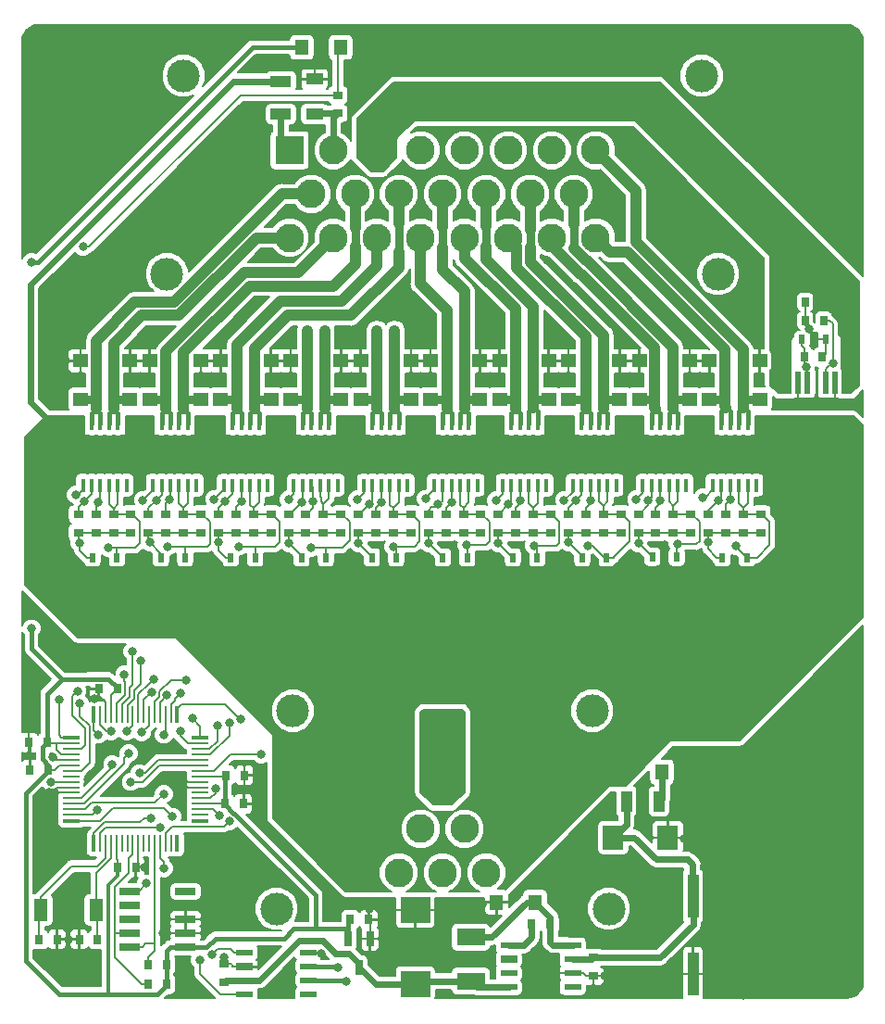
<source format=gtl>
G04 #@! TF.GenerationSoftware,KiCad,Pcbnew,(5.0.0-rc2-dev-130-g0bdae22af-dirty)*
G04 #@! TF.CreationDate,2018-12-21T20:06:27+02:00*
G04 #@! TF.ProjectId,hcu,6863752E6B696361645F706362000000,rev?*
G04 #@! TF.SameCoordinates,Original*
G04 #@! TF.FileFunction,Copper,L1,Top,Signal*
G04 #@! TF.FilePolarity,Positive*
%FSLAX46Y46*%
G04 Gerber Fmt 4.6, Leading zero omitted, Abs format (unit mm)*
G04 Created by KiCad (PCBNEW (5.0.0-rc2-dev-130-g0bdae22af-dirty)) date Fri Dec 21 20:06:27 2018*
%MOMM*%
%LPD*%
G01*
G04 APERTURE LIST*
%ADD10R,0.700000X1.350000*%
%ADD11R,0.939800X0.762000*%
%ADD12R,0.762000X0.939800*%
%ADD13R,0.998220X3.997960*%
%ADD14R,2.700000X2.400000*%
%ADD15R,1.399540X1.297940*%
%ADD16R,1.297940X1.399540*%
%ADD17R,1.900000X2.179320*%
%ADD18R,3.300000X2.400000*%
%ADD19R,0.998220X1.899920*%
%ADD20R,1.905000X0.635000*%
%ADD21R,2.600000X1.600000*%
%ADD22R,1.524000X0.600000*%
%ADD23R,1.524000X0.635000*%
%ADD24R,0.398780X1.498600*%
%ADD25R,0.279400X1.498600*%
%ADD26R,1.498600X0.398780*%
%ADD27R,1.498600X0.279400*%
%ADD28R,3.600000X1.900000*%
%ADD29R,0.400000X1.200000*%
%ADD30R,1.300000X2.000000*%
%ADD31R,2.623820X2.623820*%
%ADD32C,2.623820*%
%ADD33C,2.999740*%
%ADD34R,1.899920X0.998220*%
%ADD35R,1.600000X1.000000*%
%ADD36R,6.300000X6.100000*%
%ADD37R,0.600000X2.000000*%
%ADD38R,0.630000X0.830000*%
%ADD39C,5.500000*%
%ADD40C,0.800000*%
%ADD41C,0.200000*%
%ADD42C,0.400000*%
%ADD43C,1.000000*%
%ADD44C,0.300000*%
%ADD45C,0.600000*%
%ADD46C,0.800000*%
G04 APERTURE END LIST*
D10*
X161354139Y-133046000D03*
X159354139Y-133046000D03*
X160354139Y-135646000D03*
D11*
X148000000Y-137038200D03*
X148000000Y-135361800D03*
D12*
X131838200Y-115100000D03*
X130161800Y-115100000D03*
X139938200Y-126500000D03*
X138261800Y-126500000D03*
X148200000Y-118100000D03*
X149876400Y-118100000D03*
X149776400Y-120700000D03*
X148100000Y-120700000D03*
X131938200Y-117600000D03*
X130261800Y-117600000D03*
X136561800Y-110200000D03*
X138238200Y-110200000D03*
X132738200Y-133100000D03*
X131061800Y-133100000D03*
X134761800Y-133100000D03*
X136438200Y-133100000D03*
D11*
X139500000Y-94261800D03*
X139500000Y-95938200D03*
X145900000Y-94261800D03*
X145900000Y-95938200D03*
X152300000Y-95938200D03*
X152300000Y-94261800D03*
X158700000Y-94261800D03*
X158700000Y-95938200D03*
X165100000Y-95938200D03*
X165100000Y-94261800D03*
X171500000Y-94261800D03*
X171500000Y-95938200D03*
X177900000Y-95938200D03*
X177900000Y-94261800D03*
X184300000Y-94261800D03*
X184300000Y-95938200D03*
X190700000Y-94261800D03*
X190700000Y-95938200D03*
X197100000Y-95938200D03*
X197100000Y-94261800D03*
X181800000Y-134761800D03*
X181800000Y-136438200D03*
D13*
X190900000Y-129151620D03*
X190900000Y-136248380D03*
D12*
X176161800Y-131700000D03*
X177838200Y-131700000D03*
D14*
X165500000Y-137200000D03*
X165500000Y-130400000D03*
D12*
X159561800Y-131300000D03*
X161238200Y-131300000D03*
D15*
X139400000Y-83765300D03*
X139400000Y-80234700D03*
X134900000Y-80234700D03*
X134900000Y-83765300D03*
X145900000Y-83765300D03*
X145900000Y-80234700D03*
X141200000Y-80234700D03*
X141200000Y-83765300D03*
X152300000Y-83765300D03*
X152300000Y-80234700D03*
X147700000Y-80234700D03*
X147700000Y-83765300D03*
X158700000Y-83765300D03*
X158700000Y-80234700D03*
X154100000Y-80234700D03*
X154100000Y-83765300D03*
X165100000Y-80234700D03*
X165100000Y-83765300D03*
X160500000Y-80234700D03*
X160500000Y-83765300D03*
X171400000Y-83765300D03*
X171400000Y-80234700D03*
X166900000Y-80234700D03*
X166900000Y-83765300D03*
X177700000Y-83765300D03*
X177700000Y-80234700D03*
X173200000Y-80234700D03*
X173200000Y-83765300D03*
X184200000Y-80234700D03*
X184200000Y-83765300D03*
X179500000Y-80234700D03*
X179500000Y-83765300D03*
X190600000Y-83765300D03*
X190600000Y-80234700D03*
X186000000Y-80234700D03*
X186000000Y-83765300D03*
X197000000Y-83765300D03*
X197000000Y-80234700D03*
X192400000Y-83765300D03*
X192400000Y-80234700D03*
D16*
X188065300Y-117800000D03*
X184534700Y-117800000D03*
D17*
X188600000Y-123800000D03*
X183600000Y-123800000D03*
D18*
X168000000Y-113800000D03*
X168000000Y-107200000D03*
D16*
X172934700Y-129700000D03*
X176465300Y-129700000D03*
D19*
X184801400Y-120500000D03*
X187798600Y-120500000D03*
D20*
X144484857Y-133788334D03*
X139404857Y-133788334D03*
X144484857Y-132518334D03*
X139404857Y-132518334D03*
X144484857Y-131248334D03*
X139404857Y-131248334D03*
X139404857Y-129978334D03*
X144484857Y-128708334D03*
X139404857Y-128708334D03*
D21*
X170600000Y-132900000D03*
X170600000Y-136900000D03*
D12*
X142738200Y-135400000D03*
X141061800Y-135400000D03*
X142738200Y-137200000D03*
X141061800Y-137200000D03*
D11*
X136300000Y-94261800D03*
X136300000Y-95938200D03*
X134700000Y-95938200D03*
X134700000Y-94261800D03*
X144300000Y-94261800D03*
X144300000Y-95938200D03*
X142700000Y-95938200D03*
X142700000Y-94261800D03*
X141100000Y-94261800D03*
X141100000Y-95938200D03*
X150700000Y-95938200D03*
X150700000Y-94261800D03*
X149100000Y-94261800D03*
X149100000Y-95938200D03*
X147500000Y-95938200D03*
X147500000Y-94261800D03*
X157100000Y-94261800D03*
X157100000Y-95938200D03*
X155500000Y-94261800D03*
X155500000Y-95938200D03*
X153900000Y-94261800D03*
X153900000Y-95938200D03*
X163500000Y-94261800D03*
X163500000Y-95938200D03*
X161900000Y-94261800D03*
X161900000Y-95938200D03*
X160300000Y-94261800D03*
X160300000Y-95938200D03*
X169900000Y-94261800D03*
X169900000Y-95938200D03*
X168300000Y-94261800D03*
X168300000Y-95938200D03*
X166700000Y-94261800D03*
X166700000Y-95938200D03*
X176300000Y-95938200D03*
X176300000Y-94261800D03*
X174700000Y-95938200D03*
X174700000Y-94261800D03*
X173100000Y-94261800D03*
X173100000Y-95938200D03*
X182700000Y-94261800D03*
X182700000Y-95938200D03*
X181100000Y-95938200D03*
X181100000Y-94261800D03*
X179500000Y-94261800D03*
X179500000Y-95938200D03*
X189100000Y-94261800D03*
X189100000Y-95938200D03*
X187500000Y-95938200D03*
X187500000Y-94261800D03*
X185900000Y-95938200D03*
X185900000Y-94261800D03*
X195500000Y-94261800D03*
X195500000Y-95938200D03*
X193900000Y-95938200D03*
X193900000Y-94261800D03*
X192300000Y-94261800D03*
X192300000Y-95938200D03*
D22*
X149880957Y-134298266D03*
D23*
X149880957Y-135603266D03*
D22*
X149880957Y-136838266D03*
X149880957Y-138108266D03*
X155722957Y-138108266D03*
X155722957Y-136838266D03*
X155722957Y-135568266D03*
X155722957Y-134298266D03*
D24*
X143723820Y-112555940D03*
D25*
X143162480Y-112555940D03*
X142662100Y-112555940D03*
X142161720Y-112555940D03*
X141661340Y-112555940D03*
X141163500Y-112555940D03*
X140663120Y-112555940D03*
X140162740Y-112555940D03*
X139664900Y-112555940D03*
X139164520Y-112555940D03*
X138664140Y-112555940D03*
X138166300Y-112555940D03*
X137665920Y-112555940D03*
X137165540Y-112555940D03*
X136665160Y-112555940D03*
D24*
X136103820Y-112555940D03*
D26*
X134015940Y-114643820D03*
D27*
X134015940Y-115205160D03*
X134015940Y-115705540D03*
X134015940Y-116205920D03*
X134015940Y-116706300D03*
X134015940Y-117204140D03*
X134015940Y-117704520D03*
X134015940Y-118204900D03*
X134015940Y-118702740D03*
X134015940Y-119203120D03*
X134015940Y-119703500D03*
X134015940Y-120201340D03*
X134015940Y-120701720D03*
X134015940Y-121202100D03*
X134015940Y-121702480D03*
D26*
X134015940Y-122263820D03*
D24*
X136103820Y-124351700D03*
D25*
X136665160Y-124351700D03*
X137165540Y-124351700D03*
X137665920Y-124351700D03*
X138166300Y-124351700D03*
X138664140Y-124351700D03*
X139164520Y-124351700D03*
X139664900Y-124351700D03*
X140162740Y-124351700D03*
X140663120Y-124351700D03*
X141163500Y-124351700D03*
X141661340Y-124351700D03*
X142161720Y-124351700D03*
X142662100Y-124351700D03*
X143162480Y-124351700D03*
D24*
X143723820Y-124351700D03*
D26*
X145811700Y-122263820D03*
D27*
X145811700Y-121702480D03*
X145811700Y-121202100D03*
X145811700Y-120701720D03*
X145811700Y-120201340D03*
X145811700Y-119703500D03*
X145811700Y-119203120D03*
X145811700Y-118702740D03*
X145811700Y-118204900D03*
X145811700Y-117704520D03*
X145811700Y-117204140D03*
X145811700Y-116706300D03*
X145811700Y-116205920D03*
X145811700Y-115705540D03*
X145811700Y-115205160D03*
D26*
X145811700Y-114643820D03*
D28*
X137100000Y-88800000D03*
D29*
X135100000Y-86000000D03*
X135900000Y-86000000D03*
X136700000Y-86000000D03*
X137500000Y-86000000D03*
X138300000Y-86000000D03*
X139100000Y-86000000D03*
X139100000Y-91600000D03*
X138300000Y-91600000D03*
X137500000Y-91600000D03*
X136700000Y-91600000D03*
X135900000Y-91600000D03*
X135100000Y-91600000D03*
D28*
X143500000Y-88800000D03*
D29*
X141500000Y-86000000D03*
X142300000Y-86000000D03*
X143100000Y-86000000D03*
X143900000Y-86000000D03*
X144700000Y-86000000D03*
X145500000Y-86000000D03*
X145500000Y-91600000D03*
X144700000Y-91600000D03*
X143900000Y-91600000D03*
X143100000Y-91600000D03*
X142300000Y-91600000D03*
X141500000Y-91600000D03*
X148000000Y-91600000D03*
X148800000Y-91600000D03*
X149600000Y-91600000D03*
X150400000Y-91600000D03*
X151200000Y-91600000D03*
X152000000Y-91600000D03*
X152000000Y-86000000D03*
X151200000Y-86000000D03*
X150400000Y-86000000D03*
X149600000Y-86000000D03*
X148800000Y-86000000D03*
X148000000Y-86000000D03*
D28*
X150000000Y-88800000D03*
D29*
X154400000Y-91600000D03*
X155200000Y-91600000D03*
X156000000Y-91600000D03*
X156800000Y-91600000D03*
X157600000Y-91600000D03*
X158400000Y-91600000D03*
X158400000Y-86000000D03*
X157600000Y-86000000D03*
X156800000Y-86000000D03*
X156000000Y-86000000D03*
X155200000Y-86000000D03*
X154400000Y-86000000D03*
D28*
X156400000Y-88800000D03*
D29*
X160800000Y-91600000D03*
X161600000Y-91600000D03*
X162400000Y-91600000D03*
X163200000Y-91600000D03*
X164000000Y-91600000D03*
X164800000Y-91600000D03*
X164800000Y-86000000D03*
X164000000Y-86000000D03*
X163200000Y-86000000D03*
X162400000Y-86000000D03*
X161600000Y-86000000D03*
X160800000Y-86000000D03*
D28*
X162800000Y-88800000D03*
D29*
X167200000Y-91600000D03*
X168000000Y-91600000D03*
X168800000Y-91600000D03*
X169600000Y-91600000D03*
X170400000Y-91600000D03*
X171200000Y-91600000D03*
X171200000Y-86000000D03*
X170400000Y-86000000D03*
X169600000Y-86000000D03*
X168800000Y-86000000D03*
X168000000Y-86000000D03*
X167200000Y-86000000D03*
D28*
X169200000Y-88800000D03*
X175500000Y-88800000D03*
D29*
X173500000Y-86000000D03*
X174300000Y-86000000D03*
X175100000Y-86000000D03*
X175900000Y-86000000D03*
X176700000Y-86000000D03*
X177500000Y-86000000D03*
X177500000Y-91600000D03*
X176700000Y-91600000D03*
X175900000Y-91600000D03*
X175100000Y-91600000D03*
X174300000Y-91600000D03*
X173500000Y-91600000D03*
D28*
X181900000Y-88800000D03*
D29*
X179900000Y-86000000D03*
X180700000Y-86000000D03*
X181500000Y-86000000D03*
X182300000Y-86000000D03*
X183100000Y-86000000D03*
X183900000Y-86000000D03*
X183900000Y-91600000D03*
X183100000Y-91600000D03*
X182300000Y-91600000D03*
X181500000Y-91600000D03*
X180700000Y-91600000D03*
X179900000Y-91600000D03*
X186300000Y-91600000D03*
X187100000Y-91600000D03*
X187900000Y-91600000D03*
X188700000Y-91600000D03*
X189500000Y-91600000D03*
X190300000Y-91600000D03*
X190300000Y-86000000D03*
X189500000Y-86000000D03*
X188700000Y-86000000D03*
X187900000Y-86000000D03*
X187100000Y-86000000D03*
X186300000Y-86000000D03*
D28*
X188300000Y-88800000D03*
X194700000Y-88800000D03*
D29*
X192700000Y-86000000D03*
X193500000Y-86000000D03*
X194300000Y-86000000D03*
X195100000Y-86000000D03*
X195900000Y-86000000D03*
X196700000Y-86000000D03*
X196700000Y-91600000D03*
X195900000Y-91600000D03*
X195100000Y-91600000D03*
X194300000Y-91600000D03*
X193500000Y-91600000D03*
X192700000Y-91600000D03*
D22*
X179899509Y-133638266D03*
X179899509Y-134908266D03*
X179899509Y-136178266D03*
X179899509Y-137448266D03*
X174057509Y-137448266D03*
X174057509Y-136178266D03*
D23*
X174057509Y-134943266D03*
D22*
X174057509Y-133638266D03*
D30*
X131260000Y-130400000D03*
X136340000Y-130400000D03*
D31*
X164002040Y-119002040D03*
D32*
X168000000Y-119002040D03*
X171997960Y-119002040D03*
X166001020Y-123000000D03*
X169998980Y-123000000D03*
X164002040Y-126997960D03*
X168000000Y-126997960D03*
X171997960Y-126997960D03*
D33*
X154301780Y-112202460D03*
X181698220Y-112202460D03*
X183199360Y-130299960D03*
X152800640Y-130299960D03*
D16*
X158665300Y-51600000D03*
X155134700Y-51600000D03*
D34*
X153200000Y-54701400D03*
X153200000Y-57698600D03*
D35*
X156300000Y-54500000D03*
X156300000Y-57700000D03*
D11*
X158400000Y-55961800D03*
X158400000Y-57638200D03*
D31*
X154002060Y-61002040D03*
D32*
X158000020Y-61002040D03*
X162000520Y-61002040D03*
X166001020Y-61002040D03*
X169998980Y-61002040D03*
X173999480Y-61002040D03*
X177999980Y-61002040D03*
X181997940Y-61002040D03*
X156001040Y-65000000D03*
X160001540Y-65000000D03*
X164002040Y-65000000D03*
X168000000Y-65000000D03*
X171997960Y-65000000D03*
X175998460Y-65000000D03*
X179998960Y-65000000D03*
X154002060Y-68997960D03*
X158000020Y-68997960D03*
X162000520Y-68997960D03*
X166001020Y-68997960D03*
X169998980Y-68997960D03*
X173999480Y-68997960D03*
X177999980Y-68997960D03*
X181997940Y-68997960D03*
D33*
X144301800Y-54202460D03*
X191698200Y-54202460D03*
X142800660Y-72299960D03*
X193199340Y-72299960D03*
D12*
X202838200Y-76550000D03*
X201161800Y-76550000D03*
X201061800Y-79900000D03*
X202738200Y-79900000D03*
D36*
X202200000Y-88770000D03*
D37*
X199650000Y-82200000D03*
X200500000Y-82200000D03*
X201350000Y-82200000D03*
X203050000Y-82200000D03*
X203900000Y-82200000D03*
X204750000Y-82200000D03*
D11*
X137900000Y-94261800D03*
X137900000Y-95938200D03*
D38*
X138215000Y-98200000D03*
X135985000Y-98200000D03*
X142235000Y-98200000D03*
X144465000Y-98200000D03*
X148635000Y-98200000D03*
X150865000Y-98200000D03*
X157315000Y-98200000D03*
X155085000Y-98200000D03*
X161535000Y-98200000D03*
X163765000Y-98200000D03*
X170250000Y-98200000D03*
X168020000Y-98200000D03*
X176665000Y-98200000D03*
X174435000Y-98200000D03*
X183015000Y-98200000D03*
X180785000Y-98200000D03*
X187185000Y-98150000D03*
X189415000Y-98150000D03*
X193585000Y-98200000D03*
X195815000Y-98200000D03*
X200835000Y-78250000D03*
X203065000Y-78250000D03*
D12*
X201161800Y-74850000D03*
X202838200Y-74850000D03*
D39*
X203000000Y-112300000D03*
D40*
X201481104Y-77335828D03*
X152400000Y-127100000D03*
X132300000Y-106800000D03*
X135900000Y-118000000D03*
X141400000Y-115200000D03*
X138700000Y-119700000D03*
X131000000Y-127700000D03*
X134900000Y-127400000D03*
X135000000Y-136900000D03*
X144000000Y-135100000D03*
X153100000Y-137200000D03*
X147300000Y-131700000D03*
X145000000Y-125500000D03*
X154600000Y-125600000D03*
X170200000Y-134900000D03*
X175900000Y-137600000D03*
X195500000Y-138200000D03*
X205600000Y-137400000D03*
X205900000Y-127800000D03*
X192500000Y-127400000D03*
X186100000Y-133200000D03*
X176500000Y-127300000D03*
X183400000Y-120500000D03*
X189600000Y-118900000D03*
X196400000Y-115400000D03*
X206000000Y-117000000D03*
X206000000Y-105600000D03*
X132400000Y-84300000D03*
X141200000Y-77900000D03*
X159700000Y-78300000D03*
X153500000Y-78500000D03*
X147500000Y-78400000D03*
X166100000Y-78700000D03*
X172500000Y-78000000D03*
X178600000Y-78000000D03*
X177600000Y-71100000D03*
X191000000Y-78500000D03*
X184600000Y-78500000D03*
X184300000Y-72000000D03*
X184100000Y-67200000D03*
X185200000Y-60000000D03*
X196800000Y-71200000D03*
X205900000Y-62900000D03*
X206000000Y-71400000D03*
X193800000Y-59300000D03*
X206000000Y-54600000D03*
X201800000Y-49900000D03*
X190500000Y-50000000D03*
X185800000Y-53700000D03*
X177400000Y-50100000D03*
X172300000Y-53700000D03*
X164400000Y-49900000D03*
X160300000Y-55100000D03*
X151800000Y-64100000D03*
X145400000Y-70900000D03*
X136200000Y-71000000D03*
X141400000Y-65700000D03*
X150000000Y-57300000D03*
X143500000Y-57000000D03*
X136000000Y-64200000D03*
X130000000Y-68800000D03*
X130000000Y-62200000D03*
X130000000Y-54000000D03*
X133100000Y-50000000D03*
X144500000Y-50000000D03*
X154000000Y-50000000D03*
X136200000Y-111100000D03*
X143500000Y-119100990D03*
X191800218Y-92700989D03*
X147500000Y-96800000D03*
X130400000Y-104700000D03*
X139500000Y-118700000D03*
X140300000Y-117900000D03*
X132900000Y-111200000D03*
X138901989Y-108907483D03*
X140375341Y-107638736D03*
X145100000Y-112900000D03*
X167547535Y-93352633D03*
X151361978Y-116197032D03*
X141300000Y-121997032D03*
X142500000Y-119800000D03*
X193200000Y-93000000D03*
X166478954Y-92836860D03*
X147120556Y-92884041D03*
X134441494Y-92449852D03*
X156300000Y-53300000D03*
X203900000Y-83900000D03*
X200500000Y-83900000D03*
X197000000Y-78800000D03*
X190600000Y-82000000D03*
X184200000Y-81900000D03*
X177700000Y-81900000D03*
X171400000Y-81900000D03*
X165100000Y-81900000D03*
X158700000Y-81900000D03*
X133500000Y-80200000D03*
X139400000Y-81900000D03*
X145900000Y-81800000D03*
X152300000Y-81900000D03*
X171600000Y-129900000D03*
X192300000Y-96800000D03*
X185700000Y-92900000D03*
X185900000Y-96900000D03*
X179100000Y-93000000D03*
X179500000Y-96800000D03*
X172900000Y-93000000D03*
X173100000Y-96900000D03*
X166700000Y-96900000D03*
X160200000Y-92900000D03*
X160300000Y-96901228D03*
X153900000Y-92900000D03*
X153900000Y-96901228D03*
X140600000Y-93000000D03*
X141200000Y-96800000D03*
X134800000Y-96901228D03*
X132354952Y-116469872D03*
X130300000Y-116400000D03*
X132000000Y-119700000D03*
X149900000Y-119400000D03*
X142400000Y-132500000D03*
X156900000Y-134400000D03*
X140700000Y-126500000D03*
X133800000Y-133100000D03*
X148000000Y-134700000D03*
X161300000Y-130300000D03*
X165400000Y-132500000D03*
X182800000Y-136400000D03*
X189100000Y-136300000D03*
X190100000Y-123900000D03*
X130400000Y-71200000D03*
X142500000Y-126600000D03*
X140900000Y-128000000D03*
X145800000Y-135000000D03*
X146900000Y-134500000D03*
X158400000Y-135700000D03*
X159200000Y-136900000D03*
X157200000Y-79800000D03*
X157200000Y-78700000D03*
X157200000Y-77500000D03*
X155600000Y-79800000D03*
X155600000Y-78700000D03*
X155600000Y-77500000D03*
X163600000Y-78600000D03*
X163600000Y-79700000D03*
X163600000Y-77500000D03*
X162000000Y-79700000D03*
X162000000Y-78600000D03*
X162000000Y-77500000D03*
X136500000Y-93200000D03*
X134600000Y-110400000D03*
X135200000Y-93100000D03*
X143000000Y-92900000D03*
X141800000Y-92980800D03*
X137700000Y-114100000D03*
X149600000Y-93100000D03*
X139100000Y-114100000D03*
X148100000Y-93080800D03*
X156169900Y-93100000D03*
X140500000Y-114200000D03*
X141391021Y-110497063D03*
X155100000Y-93150700D03*
X162400000Y-93180800D03*
X144000000Y-110600000D03*
X161287327Y-93299062D03*
X144500000Y-109400000D03*
X168800000Y-93180800D03*
X144000000Y-114100000D03*
X175100000Y-93000000D03*
X148500000Y-113300000D03*
X174020698Y-93319593D03*
X147400000Y-113600000D03*
X181500000Y-93000000D03*
X147210500Y-119285084D03*
X180200000Y-92980800D03*
X148490316Y-122301979D03*
X187900000Y-93000000D03*
X147598061Y-121796080D03*
X186800000Y-93000000D03*
X194300000Y-92900000D03*
X135100000Y-69800000D03*
X132200000Y-118700000D03*
X137400000Y-97300000D03*
X134800000Y-111500000D03*
X142850006Y-97200000D03*
X136500000Y-114400000D03*
X149350000Y-97200000D03*
X139598118Y-106789095D03*
X155950000Y-97300000D03*
X141564651Y-109346799D03*
X163500000Y-97185986D03*
X142800000Y-110800000D03*
X170200000Y-97050000D03*
X142500000Y-114400000D03*
X176350000Y-97100000D03*
X149500000Y-113000000D03*
X136400000Y-121300000D03*
X181300000Y-97100000D03*
X189500000Y-97000000D03*
X143298012Y-121900000D03*
X194800000Y-97150002D03*
X142161738Y-122884603D03*
X203710059Y-80468335D03*
X137800000Y-117100000D03*
X139300000Y-116100000D03*
X201251675Y-80759775D03*
D41*
X201481104Y-77335828D02*
X202191900Y-78250000D01*
X201161800Y-76550000D02*
X201161800Y-77016524D01*
X201161800Y-77016524D02*
X201481104Y-77335828D01*
X203065000Y-78250000D02*
X203065000Y-79573200D01*
X203065000Y-79573200D02*
X202738200Y-79900000D01*
X202191900Y-78250000D02*
X202550000Y-78250000D01*
X202550000Y-78250000D02*
X203065000Y-78250000D01*
X201161800Y-74850000D02*
X201161800Y-76550000D01*
X193585000Y-98200000D02*
X193070000Y-98200000D01*
X192300000Y-97365685D02*
X192300000Y-96800000D01*
X193070000Y-98200000D02*
X192300000Y-97430000D01*
X192300000Y-97430000D02*
X192300000Y-97365685D01*
X135985000Y-98200000D02*
X135470000Y-98200000D01*
X134800000Y-97530000D02*
X134800000Y-97466913D01*
X135470000Y-98200000D02*
X134800000Y-97530000D01*
X134800000Y-97466913D02*
X134800000Y-96901228D01*
X142185000Y-98200000D02*
X142185000Y-97785000D01*
X142185000Y-97785000D02*
X141200000Y-96800000D01*
X148685000Y-98200000D02*
X148170000Y-98200000D01*
X148170000Y-98200000D02*
X147500000Y-97530000D01*
X147500000Y-97530000D02*
X147500000Y-97365685D01*
X147500000Y-97365685D02*
X147500000Y-96800000D01*
X155085000Y-98200000D02*
X155085000Y-98086228D01*
X155085000Y-98086228D02*
X153900000Y-96901228D01*
X161585000Y-98186228D02*
X160300000Y-96901228D01*
X161585000Y-98200000D02*
X161585000Y-98186228D01*
X167985000Y-98200000D02*
X167985000Y-98185000D01*
X167985000Y-98185000D02*
X166700000Y-96900000D01*
X174485000Y-98200000D02*
X174400000Y-98200000D01*
X174400000Y-98200000D02*
X173100000Y-96900000D01*
X180785000Y-98200000D02*
X180785000Y-98085000D01*
X180785000Y-98085000D02*
X179500000Y-96800000D01*
X187185000Y-98200000D02*
X187185000Y-98185000D01*
X187185000Y-98185000D02*
X185900000Y-96900000D01*
X136331700Y-111100000D02*
X136200000Y-111100000D01*
X136561800Y-110869900D02*
X136331700Y-111100000D01*
X132300998Y-119399002D02*
X132535522Y-119399002D01*
X132535522Y-119399002D02*
X132731404Y-119203120D01*
X132731404Y-119203120D02*
X133066640Y-119203120D01*
X133066640Y-119203120D02*
X134015940Y-119203120D01*
X132000000Y-119700000D02*
X132300998Y-119399002D01*
X143898250Y-118702740D02*
X143500000Y-119100990D01*
X143602130Y-119203120D02*
X143500000Y-119100990D01*
X145811700Y-119203120D02*
X143602130Y-119203120D01*
X145811700Y-118702740D02*
X143898250Y-118702740D01*
X192700000Y-92000000D02*
X191999011Y-92700989D01*
X191999011Y-92700989D02*
X191800218Y-92700989D01*
X192700000Y-91600000D02*
X192700000Y-92000000D01*
X147500000Y-95938200D02*
X147500000Y-96800000D01*
D42*
X133169900Y-109330100D02*
X130400000Y-106560200D01*
X130400000Y-106560200D02*
X130400000Y-105265685D01*
X130400000Y-105265685D02*
X130400000Y-104700000D01*
D41*
X145811700Y-117204140D02*
X142095860Y-117204140D01*
X140600000Y-118700000D02*
X140065685Y-118700000D01*
X142095860Y-117204140D02*
X140600000Y-118700000D01*
X140065685Y-118700000D02*
X139500000Y-118700000D01*
X145811700Y-116706300D02*
X141993700Y-116706300D01*
X141993700Y-116706300D02*
X140800000Y-117900000D01*
X140800000Y-117900000D02*
X140300000Y-117900000D01*
D43*
X195500000Y-83700000D02*
X195500000Y-79204342D01*
X185700000Y-64704100D02*
X181997940Y-61002040D01*
X195500000Y-79204342D02*
X185700000Y-69404342D01*
X185700000Y-69404342D02*
X185700000Y-64704100D01*
D41*
X135300000Y-113800000D02*
X134100999Y-112600999D01*
X134965240Y-115705540D02*
X135300000Y-115370780D01*
X135300000Y-115370780D02*
X135300000Y-113800000D01*
X134015940Y-115705540D02*
X134965240Y-115705540D01*
X134100999Y-110899001D02*
X134600000Y-110400000D01*
X134100999Y-112600999D02*
X134100999Y-110899001D01*
X134015940Y-114643820D02*
X133143820Y-114643820D01*
X132900000Y-111765685D02*
X132900000Y-111200000D01*
X133143820Y-114643820D02*
X132900000Y-114400000D01*
X132900000Y-114400000D02*
X132900000Y-111765685D01*
X138166300Y-111569414D02*
X138965709Y-110770005D01*
X138965709Y-109536888D02*
X138901989Y-109473168D01*
X138901989Y-109473168D02*
X138901989Y-108907483D01*
X138166300Y-112555940D02*
X138166300Y-111569414D01*
X138965709Y-110770005D02*
X138965709Y-109536888D01*
X139164520Y-112555940D02*
X139164520Y-111699766D01*
X139763729Y-111100557D02*
X139763729Y-110336271D01*
X139763729Y-110336271D02*
X140375341Y-109724659D01*
X139164520Y-111699766D02*
X139763729Y-111100557D01*
X140375341Y-109724659D02*
X140375341Y-108204421D01*
X140375341Y-108204421D02*
X140375341Y-107638736D01*
X145811700Y-115205160D02*
X144705160Y-115205160D01*
X144705160Y-115205160D02*
X144000000Y-114500000D01*
X144000000Y-114500000D02*
X144000000Y-114100000D01*
X145811700Y-114643820D02*
X145811700Y-113611700D01*
X145811700Y-113611700D02*
X145100000Y-112900000D01*
X145811700Y-117704520D02*
X147095480Y-117704520D01*
X148602968Y-116197032D02*
X150796293Y-116197032D01*
X147095480Y-117704520D02*
X148602968Y-116197032D01*
X150796293Y-116197032D02*
X151361978Y-116197032D01*
X137106220Y-122400000D02*
X140331347Y-122400000D01*
X136103820Y-123402400D02*
X137106220Y-122400000D01*
X140734315Y-121997032D02*
X141300000Y-121997032D01*
X140331347Y-122400000D02*
X140734315Y-121997032D01*
X136103820Y-124351700D02*
X136103820Y-123402400D01*
X135297900Y-121202100D02*
X134965240Y-121202100D01*
X135900000Y-120600000D02*
X135297900Y-121202100D01*
X141700000Y-120600000D02*
X135900000Y-120600000D01*
X142500000Y-119800000D02*
X141700000Y-120600000D01*
X134965240Y-121202100D02*
X134015940Y-121202100D01*
X193500000Y-91600000D02*
X193500000Y-92700000D01*
X193500000Y-92700000D02*
X193200000Y-93000000D01*
X192300000Y-94261800D02*
X192300000Y-93900000D01*
X192300000Y-93900000D02*
X193200000Y-93000000D01*
X167200000Y-92000000D02*
X166478954Y-92721046D01*
X167200000Y-91600000D02*
X167200000Y-92000000D01*
X166478954Y-92721046D02*
X166478954Y-92836860D01*
X148000000Y-92000000D02*
X147120556Y-92879444D01*
X148000000Y-91600000D02*
X148000000Y-92000000D01*
X147120556Y-92879444D02*
X147120556Y-92884041D01*
X135100000Y-91600000D02*
X135100000Y-92000000D01*
X135100000Y-92000000D02*
X134650148Y-92449852D01*
X134650148Y-92449852D02*
X134441494Y-92449852D01*
X156300000Y-54500000D02*
X156300000Y-53300000D01*
X203900000Y-82200000D02*
X203900000Y-83900000D01*
X200500000Y-82200000D02*
X200500000Y-83900000D01*
X197000000Y-80234700D02*
X197000000Y-78800000D01*
X190600000Y-80234700D02*
X190600000Y-82000000D01*
X192400000Y-80234700D02*
X190600000Y-80234700D01*
X184200000Y-80234700D02*
X184200000Y-81900000D01*
X186000000Y-80234700D02*
X184200000Y-80234700D01*
X177700000Y-80234700D02*
X177700000Y-81900000D01*
X179500000Y-80234700D02*
X177700000Y-80234700D01*
X171400000Y-80234700D02*
X171400000Y-81900000D01*
X173200000Y-80234700D02*
X171400000Y-80234700D01*
X165100000Y-80234700D02*
X165100000Y-81900000D01*
X166900000Y-80234700D02*
X165100000Y-80234700D01*
X158700000Y-80234700D02*
X158700000Y-81900000D01*
X158700000Y-80234700D02*
X160500000Y-80234700D01*
X134900000Y-80234700D02*
X133534700Y-80234700D01*
X133534700Y-80234700D02*
X133500000Y-80200000D01*
X139400000Y-80234700D02*
X139400000Y-81900000D01*
X141200000Y-80234700D02*
X139400000Y-80234700D01*
X145900000Y-80234700D02*
X145900000Y-81800000D01*
X147700000Y-80234700D02*
X145900000Y-80234700D01*
X152300000Y-80234700D02*
X152300000Y-81900000D01*
X154100000Y-80234700D02*
X152300000Y-80234700D01*
X172934700Y-129700000D02*
X171800000Y-129700000D01*
X171800000Y-129700000D02*
X171600000Y-129900000D01*
X137165540Y-112555940D02*
X137165540Y-111600000D01*
X136561800Y-110200000D02*
X136561800Y-110869900D01*
X136561800Y-110869900D02*
X137165540Y-111473640D01*
X137165540Y-111473640D02*
X137165540Y-111600000D01*
X195500000Y-95938200D02*
X197100000Y-95938200D01*
X193900000Y-95938200D02*
X195500000Y-95938200D01*
X192300000Y-95938200D02*
X193900000Y-95938200D01*
X192300000Y-95938200D02*
X192300000Y-96800000D01*
X186300000Y-91600000D02*
X186300000Y-92300000D01*
X186300000Y-92300000D02*
X185700000Y-92900000D01*
X189100000Y-95938200D02*
X190700000Y-95938200D01*
X187500000Y-95938200D02*
X189100000Y-95938200D01*
X185900000Y-95938200D02*
X187500000Y-95938200D01*
X185900000Y-95938200D02*
X185900000Y-96900000D01*
X179900000Y-91600000D02*
X179900000Y-92200000D01*
X179900000Y-92200000D02*
X179100000Y-93000000D01*
X184300000Y-95938200D02*
X182700000Y-95938200D01*
X181100000Y-95938200D02*
X182700000Y-95938200D01*
X179500000Y-95938200D02*
X181100000Y-95938200D01*
X179500000Y-95938200D02*
X179500000Y-96800000D01*
X173500000Y-91600000D02*
X173500000Y-92400000D01*
X173500000Y-92400000D02*
X172900000Y-93000000D01*
X176300000Y-95938200D02*
X177900000Y-95938200D01*
X174700000Y-95938200D02*
X176300000Y-95938200D01*
X173100000Y-95938200D02*
X174700000Y-95938200D01*
X173100000Y-95938200D02*
X173100000Y-96900000D01*
X169900000Y-95938200D02*
X171500000Y-95938200D01*
X168300000Y-95938200D02*
X169900000Y-95938200D01*
X166700000Y-95938200D02*
X168300000Y-95938200D01*
X166700000Y-95938200D02*
X166700000Y-96900000D01*
X160800000Y-91600000D02*
X160800000Y-92300000D01*
X160800000Y-92300000D02*
X160200000Y-92900000D01*
X163500000Y-95938200D02*
X165100000Y-95938200D01*
X161900000Y-95938200D02*
X163500000Y-95938200D01*
X160300000Y-95938200D02*
X161900000Y-95938200D01*
X160300000Y-95938200D02*
X160300000Y-96901228D01*
X154400000Y-91600000D02*
X154400000Y-92400000D01*
X154400000Y-92400000D02*
X153900000Y-92900000D01*
X157100000Y-95938200D02*
X158700000Y-95938200D01*
X155500000Y-95938200D02*
X157100000Y-95938200D01*
X153900000Y-95938200D02*
X155500000Y-95938200D01*
X153900000Y-95938200D02*
X153900000Y-96901228D01*
X150700000Y-95938200D02*
X152300000Y-95938200D01*
X149100000Y-95938200D02*
X150700000Y-95938200D01*
X147500000Y-95938200D02*
X149100000Y-95938200D01*
X144300000Y-95938200D02*
X145900000Y-95938200D01*
X141500000Y-91600000D02*
X141500000Y-92100000D01*
X141500000Y-92100000D02*
X140600000Y-93000000D01*
X141100000Y-95938200D02*
X141100000Y-96700000D01*
X141100000Y-96700000D02*
X141200000Y-96800000D01*
X142700000Y-95938200D02*
X144300000Y-95938200D01*
X141100000Y-95938200D02*
X142700000Y-95938200D01*
X137900000Y-95976400D02*
X139461800Y-95976400D01*
X139461800Y-95976400D02*
X139500000Y-95938200D01*
X136300000Y-95938200D02*
X137861800Y-95938200D01*
X137861800Y-95938200D02*
X137900000Y-95976400D01*
X134700000Y-95938200D02*
X136300000Y-95938200D01*
X134700000Y-95938200D02*
X134700000Y-96801228D01*
X134700000Y-96801228D02*
X134800000Y-96901228D01*
X132591380Y-116706300D02*
X132354952Y-116469872D01*
X134015940Y-116706300D02*
X132591380Y-116706300D01*
X130300000Y-116400000D02*
X130300000Y-115238200D01*
X130300000Y-115238200D02*
X130161800Y-115100000D01*
X130261800Y-117600000D02*
X130261800Y-116438200D01*
X130261800Y-116438200D02*
X130300000Y-116400000D01*
X134015940Y-119703500D02*
X132003500Y-119703500D01*
X132003500Y-119703500D02*
X132000000Y-119700000D01*
X149900000Y-119400000D02*
X149900000Y-120576400D01*
X149900000Y-120576400D02*
X149776400Y-120700000D01*
X149876400Y-118100000D02*
X149876400Y-119376400D01*
X149876400Y-119376400D02*
X149900000Y-119400000D01*
X142400000Y-131500000D02*
X142651666Y-131248334D01*
X142651666Y-131248334D02*
X144484857Y-131248334D01*
X142400000Y-132500000D02*
X142400000Y-131500000D01*
X144484857Y-132518334D02*
X142418334Y-132518334D01*
X142418334Y-132518334D02*
X142400000Y-132500000D01*
X155722957Y-134298266D02*
X156798266Y-134298266D01*
X156798266Y-134298266D02*
X156900000Y-134400000D01*
X139938200Y-126500000D02*
X140700000Y-126500000D01*
X140162740Y-124351700D02*
X140162740Y-126275460D01*
X140162740Y-126275460D02*
X139938200Y-126500000D01*
X133800000Y-133100000D02*
X132738200Y-133100000D01*
X134761800Y-133100000D02*
X133800000Y-133100000D01*
X148000000Y-135361800D02*
X148000000Y-134700000D01*
X149880957Y-135603266D02*
X148800000Y-135603266D01*
X148000000Y-135361800D02*
X148669900Y-135361800D01*
X148669900Y-135361800D02*
X148800000Y-135491900D01*
X148800000Y-135491900D02*
X148800000Y-135603266D01*
X161238200Y-131300000D02*
X161238200Y-130361800D01*
X161238200Y-130361800D02*
X161300000Y-130300000D01*
X161354139Y-133046000D02*
X161354139Y-131415939D01*
X161354139Y-131415939D02*
X161238200Y-131300000D01*
X165500000Y-130400000D02*
X165500000Y-132400000D01*
X165500000Y-132400000D02*
X165400000Y-132500000D01*
X181800000Y-136438200D02*
X182761800Y-136438200D01*
X182761800Y-136438200D02*
X182800000Y-136400000D01*
X179899509Y-136178266D02*
X180900000Y-136178266D01*
X181800000Y-136438200D02*
X181130100Y-136438200D01*
X181130100Y-136438200D02*
X180900000Y-136208100D01*
X180900000Y-136208100D02*
X180900000Y-136178266D01*
X190900000Y-136248380D02*
X189151620Y-136248380D01*
X189151620Y-136248380D02*
X189100000Y-136300000D01*
X188600000Y-123800000D02*
X190000000Y-123800000D01*
X190000000Y-123800000D02*
X190100000Y-123900000D01*
D42*
X148881000Y-121569900D02*
X148100000Y-120788900D01*
X156400000Y-132100000D02*
X156400000Y-129029141D01*
X148100000Y-120788900D02*
X148100000Y-120700000D01*
X156400000Y-129029141D02*
X148940759Y-121569900D01*
X148940759Y-121569900D02*
X148881000Y-121569900D01*
X137429230Y-109302130D02*
X135566933Y-109302130D01*
X138238200Y-110200000D02*
X138238200Y-110111100D01*
X135566933Y-109302130D02*
X135538963Y-109330100D01*
X138238200Y-110111100D02*
X137429230Y-109302130D01*
X135538963Y-109330100D02*
X133169900Y-109330100D01*
X156400000Y-132100000D02*
X154400000Y-132100000D01*
X154400000Y-132100000D02*
X153500000Y-133000000D01*
X146429142Y-133788334D02*
X145837357Y-133788334D01*
X145837357Y-133788334D02*
X144484857Y-133788334D01*
X153500000Y-133000000D02*
X147217476Y-133000000D01*
X147217476Y-133000000D02*
X146429142Y-133788334D01*
X133169900Y-109330100D02*
X131838200Y-110661800D01*
X131838200Y-110661800D02*
X131838200Y-115100000D01*
X150600000Y-51600000D02*
X131000000Y-71200000D01*
X131000000Y-71200000D02*
X130400000Y-71200000D01*
X155134700Y-51600000D02*
X150600000Y-51600000D01*
D41*
X137665920Y-112555940D02*
X137665920Y-110772280D01*
X137665920Y-110772280D02*
X138238200Y-110200000D01*
D44*
X139900000Y-138100000D02*
X137400000Y-138100000D01*
X138261800Y-127269900D02*
X138261800Y-126500000D01*
X137400000Y-138100000D02*
X137400000Y-128131700D01*
X137400000Y-128131700D02*
X138261800Y-127269900D01*
D42*
X131400000Y-116644892D02*
X131400000Y-115538200D01*
X131400000Y-115538200D02*
X131838200Y-115100000D01*
D41*
X133125524Y-116205920D02*
X132700000Y-115780396D01*
X132700000Y-115780396D02*
X132700000Y-115205160D01*
X134015940Y-116205920D02*
X133125524Y-116205920D01*
D42*
X131938200Y-117600000D02*
X131938200Y-117183092D01*
X131938200Y-117183092D02*
X131400000Y-116644892D01*
X129900000Y-135100000D02*
X129900000Y-119727100D01*
X129900000Y-119727100D02*
X131938200Y-117688900D01*
X131938200Y-117688900D02*
X131938200Y-117600000D01*
X132900000Y-138100000D02*
X129900000Y-135100000D01*
X139900000Y-138100000D02*
X132900000Y-138100000D01*
X142738200Y-137200000D02*
X142738200Y-137288900D01*
X142738200Y-137288900D02*
X141927100Y-138100000D01*
X141927100Y-138100000D02*
X139900000Y-138100000D01*
D41*
X132700000Y-115205160D02*
X131943360Y-115205160D01*
X134015940Y-115205160D02*
X132700000Y-115205160D01*
X131943360Y-115205160D02*
X131838200Y-115100000D01*
X131938200Y-117600000D02*
X132519200Y-117600000D01*
X132915060Y-117204140D02*
X133066640Y-117204140D01*
X132519200Y-117600000D02*
X132915060Y-117204140D01*
X133066640Y-117204140D02*
X134015940Y-117204140D01*
X145811700Y-118204900D02*
X148095100Y-118204900D01*
X148095100Y-118204900D02*
X148200000Y-118100000D01*
X145811700Y-120701720D02*
X148098280Y-120701720D01*
X148098280Y-120701720D02*
X148100000Y-120700000D01*
D42*
X148100000Y-120700000D02*
X148100000Y-118200000D01*
X148100000Y-118200000D02*
X148200000Y-118100000D01*
X159354139Y-132100000D02*
X156400000Y-132100000D01*
D41*
X138261800Y-126500000D02*
X138261800Y-125830100D01*
X138261800Y-125830100D02*
X138166300Y-125734600D01*
X138166300Y-125301000D02*
X138166300Y-124351700D01*
X138166300Y-125734600D02*
X138166300Y-125301000D01*
D42*
X142738200Y-135400000D02*
X142738200Y-134161800D01*
X142738200Y-134161800D02*
X143111666Y-133788334D01*
X143111666Y-133788334D02*
X144484857Y-133788334D01*
X142738200Y-137200000D02*
X142738200Y-135400000D01*
X159354139Y-132100000D02*
X159354139Y-131507661D01*
X159354139Y-133046000D02*
X159354139Y-132100000D01*
X159354139Y-131507661D02*
X159561800Y-131300000D01*
D45*
X158201524Y-134371000D02*
X157030524Y-133200000D01*
X154881223Y-133200000D02*
X151242957Y-136838266D01*
X157030524Y-133200000D02*
X154881223Y-133200000D01*
X151242957Y-136838266D02*
X149880957Y-136838266D01*
X160354139Y-135646000D02*
X160354139Y-135321000D01*
X159404139Y-134371000D02*
X158201524Y-134371000D01*
X160354139Y-135321000D02*
X159404139Y-134371000D01*
X149880957Y-136838266D02*
X148199934Y-136838266D01*
X148199934Y-136838266D02*
X148000000Y-137038200D01*
X165500000Y-137200000D02*
X161908139Y-137200000D01*
X161908139Y-137200000D02*
X160354139Y-135646000D01*
X170600000Y-136900000D02*
X165800000Y-136900000D01*
X165800000Y-136900000D02*
X165500000Y-137200000D01*
X174057509Y-137448266D02*
X171148266Y-137448266D01*
X171148266Y-137448266D02*
X170600000Y-136900000D01*
X130300000Y-73300000D02*
X130300000Y-84000000D01*
X148898600Y-54701400D02*
X130300000Y-73300000D01*
X153200000Y-54701400D02*
X148898600Y-54701400D01*
X130300000Y-84000000D02*
X133100000Y-86800000D01*
X133100000Y-86800000D02*
X134250000Y-86800000D01*
X134250000Y-86800000D02*
X136250000Y-88800000D01*
X136250000Y-88800000D02*
X137100000Y-88800000D01*
D41*
X142500000Y-126600000D02*
X142500000Y-126034315D01*
X142500000Y-126034315D02*
X142161720Y-125696035D01*
X142161720Y-125301000D02*
X142161720Y-124351700D01*
X142161720Y-125696035D02*
X142161720Y-125301000D01*
X139404857Y-128708334D02*
X140191666Y-128708334D01*
X140191666Y-128708334D02*
X140900000Y-128000000D01*
X149880957Y-138108266D02*
X147680964Y-138108266D01*
X145800000Y-136227302D02*
X145800000Y-135000000D01*
X147680964Y-138108266D02*
X145800000Y-136227302D01*
X148620691Y-134000000D02*
X147400000Y-134000000D01*
X147400000Y-134000000D02*
X146900000Y-134500000D01*
X149880957Y-134298266D02*
X148918957Y-134298266D01*
X148918957Y-134298266D02*
X148620691Y-134000000D01*
D42*
X155722957Y-135568266D02*
X158268266Y-135568266D01*
X158268266Y-135568266D02*
X158400000Y-135700000D01*
X155722957Y-136838266D02*
X159138266Y-136838266D01*
X159138266Y-136838266D02*
X159200000Y-136900000D01*
D41*
X136400000Y-126400000D02*
X137165540Y-125634460D01*
X134060000Y-126400000D02*
X136400000Y-126400000D01*
X131260000Y-129200000D02*
X134060000Y-126400000D01*
X131260000Y-130400000D02*
X131260000Y-129200000D01*
X137165540Y-125634460D02*
X137165540Y-124351700D01*
X131061800Y-133100000D02*
X131061800Y-130598200D01*
X131061800Y-130598200D02*
X131260000Y-130400000D01*
X137665920Y-124351700D02*
X137665920Y-125706778D01*
X137665920Y-125706778D02*
X136340000Y-127032698D01*
X136340000Y-127032698D02*
X136340000Y-130400000D01*
X136438200Y-133100000D02*
X136438200Y-130498200D01*
X136438200Y-130498200D02*
X136340000Y-130400000D01*
D45*
X179899509Y-134908266D02*
X181653534Y-134908266D01*
X181653534Y-134908266D02*
X181800000Y-134761800D01*
X190900000Y-129151620D02*
X190900000Y-131750600D01*
X187888800Y-134761800D02*
X181800000Y-134761800D01*
X190900000Y-131750600D02*
X187888800Y-134761800D01*
X190400000Y-125800000D02*
X190847360Y-126247360D01*
X185548380Y-123800000D02*
X187548380Y-125800000D01*
X183600000Y-123800000D02*
X185548380Y-123800000D01*
X187548380Y-125800000D02*
X190400000Y-125800000D01*
X190847360Y-126247360D02*
X190847360Y-127952640D01*
X190847360Y-127952640D02*
X190800000Y-128000000D01*
X190800000Y-128000000D02*
X190900000Y-128100000D01*
X190900000Y-128100000D02*
X190900000Y-129151620D01*
X184801400Y-120500000D02*
X184801400Y-122598600D01*
X184801400Y-122598600D02*
X183600000Y-123800000D01*
X174057509Y-133638266D02*
X175419509Y-133638266D01*
X175419509Y-133638266D02*
X176161800Y-132895975D01*
X176161800Y-132895975D02*
X176161800Y-131700000D01*
X176465300Y-129700000D02*
X175700000Y-129700000D01*
X175700000Y-129700000D02*
X172500000Y-132900000D01*
X172500000Y-132900000D02*
X170600000Y-132900000D01*
X177838200Y-131700000D02*
X177838200Y-131072900D01*
X177838200Y-131072900D02*
X176465300Y-129700000D01*
X178100000Y-133600000D02*
X177838200Y-133338200D01*
X177838200Y-133338200D02*
X177838200Y-131700000D01*
X179399243Y-133600000D02*
X178100000Y-133600000D01*
X179899509Y-133638266D02*
X179437509Y-133638266D01*
X179437509Y-133638266D02*
X179399243Y-133600000D01*
D43*
X137900000Y-83800000D02*
X137900000Y-78700000D01*
X137900000Y-84600000D02*
X137900000Y-83800000D01*
D46*
X139400000Y-83765300D02*
X137900230Y-83765300D01*
X137900230Y-83765300D02*
X137900000Y-83765530D01*
X137900000Y-83765530D02*
X137900000Y-83800000D01*
D43*
X140500989Y-76099011D02*
X143900989Y-76099011D01*
X143900989Y-76099011D02*
X151002040Y-68997960D01*
X137900000Y-78700000D02*
X140500989Y-76099011D01*
X151002040Y-68997960D02*
X152146740Y-68997960D01*
X152146740Y-68997960D02*
X154002060Y-68997960D01*
D42*
X137900000Y-84600000D02*
X137500000Y-85000000D01*
X137500000Y-85000000D02*
X137500000Y-86000000D01*
X138300000Y-85000000D02*
X137900000Y-84600000D01*
X138300000Y-86000000D02*
X138300000Y-85000000D01*
D43*
X136300000Y-84600000D02*
X136300000Y-83800000D01*
D46*
X136265300Y-83765300D02*
X136300000Y-83800000D01*
D43*
X136300000Y-83800000D02*
X136300000Y-78400000D01*
D46*
X134900000Y-83765300D02*
X136265300Y-83765300D01*
D43*
X154145720Y-65000000D02*
X156001040Y-65000000D01*
X153304343Y-65000000D02*
X154145720Y-65000000D01*
X139800000Y-74900000D02*
X143404344Y-74900000D01*
X143404344Y-74900000D02*
X153304343Y-65000000D01*
X136300000Y-78400000D02*
X139800000Y-74900000D01*
D42*
X136300000Y-84600000D02*
X135900000Y-85000000D01*
X135900000Y-85000000D02*
X135900000Y-86000000D01*
X136700000Y-85000000D02*
X136300000Y-84600000D01*
X136700000Y-86000000D02*
X136700000Y-85000000D01*
D43*
X144300000Y-83700000D02*
X144300000Y-79486971D01*
X144300000Y-84600000D02*
X144300000Y-83700000D01*
D46*
X145900000Y-83765300D02*
X144400230Y-83765300D01*
X144400230Y-83765300D02*
X144334930Y-83700000D01*
X144334930Y-83700000D02*
X144300000Y-83700000D01*
D43*
X144300000Y-79486971D02*
X150386971Y-73400000D01*
X160000000Y-71400000D02*
X160000000Y-69800000D01*
X150386971Y-73400000D02*
X158000000Y-73400000D01*
X158000000Y-73400000D02*
X160000000Y-71400000D01*
X160000000Y-68100000D02*
X160001540Y-68098460D01*
X160001540Y-68098460D02*
X160001540Y-65000000D01*
D46*
X160000000Y-69800000D02*
X160000000Y-68100000D01*
D42*
X144300000Y-84600000D02*
X143900000Y-85000000D01*
X143900000Y-85000000D02*
X143900000Y-86000000D01*
X144700000Y-85000000D02*
X144300000Y-84600000D01*
X144700000Y-86000000D02*
X144700000Y-85000000D01*
D43*
X142700000Y-83700000D02*
X142700000Y-79391314D01*
X142700000Y-84600000D02*
X142700000Y-83700000D01*
D46*
X141200000Y-83765300D02*
X142699770Y-83765300D01*
X142700000Y-83765070D02*
X142700000Y-83700000D01*
X142699770Y-83765300D02*
X142700000Y-83765070D01*
D43*
X142700000Y-79391314D02*
X149890325Y-72200989D01*
X149890325Y-72200989D02*
X154796991Y-72200989D01*
X156688111Y-70309869D02*
X158000020Y-68997960D01*
X154796991Y-72200989D02*
X156688111Y-70309869D01*
D42*
X142700000Y-84600000D02*
X142300000Y-85000000D01*
X142300000Y-85000000D02*
X142300000Y-86000000D01*
X143100000Y-85000000D02*
X142700000Y-84600000D01*
X143100000Y-86000000D02*
X143100000Y-85000000D01*
D43*
X150800000Y-83800000D02*
X150800000Y-79127758D01*
X150800000Y-84600000D02*
X150800000Y-83800000D01*
D46*
X152300000Y-83765300D02*
X150800230Y-83765300D01*
X150800230Y-83765300D02*
X150800000Y-83765530D01*
X150800000Y-83765530D02*
X150800000Y-83800000D01*
D43*
X164000000Y-67700000D02*
X164002040Y-67697960D01*
X164002040Y-67697960D02*
X164002040Y-65000000D01*
D46*
X164000000Y-70300000D02*
X164000000Y-67700000D01*
D43*
X164000000Y-71700000D02*
X164000000Y-70300000D01*
X159600000Y-76100000D02*
X164000000Y-71700000D01*
X153827758Y-76100000D02*
X159600000Y-76100000D01*
X150800000Y-79127758D02*
X153827758Y-76100000D01*
D42*
X150800000Y-84600000D02*
X150400000Y-85000000D01*
X150400000Y-85000000D02*
X150400000Y-86000000D01*
X151200000Y-85000000D02*
X150800000Y-84600000D01*
X151200000Y-86000000D02*
X151200000Y-85000000D01*
D43*
X149200000Y-83700000D02*
X149200000Y-78800000D01*
X149200000Y-84600000D02*
X149200000Y-83700000D01*
D46*
X147700000Y-83765300D02*
X149199770Y-83765300D01*
X149199770Y-83765300D02*
X149200000Y-83765070D01*
X149200000Y-83765070D02*
X149200000Y-83700000D01*
D43*
X158800000Y-74800000D02*
X162000520Y-71599480D01*
X162000520Y-71599480D02*
X162000520Y-68997960D01*
X153200000Y-74800000D02*
X158800000Y-74800000D01*
X149200000Y-78800000D02*
X153200000Y-74800000D01*
D42*
X149200000Y-84600000D02*
X148800000Y-85000000D01*
X148800000Y-85000000D02*
X148800000Y-86000000D01*
X149600000Y-85000000D02*
X149200000Y-84600000D01*
X149600000Y-86000000D02*
X149600000Y-85000000D01*
D43*
X157200000Y-83800000D02*
X157200000Y-77500000D01*
X157200000Y-84600000D02*
X157200000Y-83800000D01*
D46*
X158700000Y-83765300D02*
X157200230Y-83765300D01*
X157200000Y-83765530D02*
X157200000Y-83800000D01*
X157200230Y-83765300D02*
X157200000Y-83765530D01*
D42*
X157200000Y-84600000D02*
X156800000Y-85000000D01*
X156800000Y-85000000D02*
X156800000Y-86000000D01*
X157600000Y-85000000D02*
X157200000Y-84600000D01*
X157600000Y-86000000D02*
X157600000Y-85000000D01*
D43*
X155600000Y-83700000D02*
X155600000Y-77500000D01*
X155600000Y-84600000D02*
X155600000Y-83700000D01*
D46*
X154100000Y-83765300D02*
X155599770Y-83765300D01*
X155599770Y-83765300D02*
X155600000Y-83765070D01*
X155600000Y-83765070D02*
X155600000Y-83700000D01*
D42*
X155600000Y-84600000D02*
X155200000Y-85000000D01*
X155200000Y-85000000D02*
X155200000Y-86000000D01*
X156000000Y-85000000D02*
X155600000Y-84600000D01*
X156000000Y-86000000D02*
X156000000Y-85000000D01*
D43*
X163600000Y-83800000D02*
X163600000Y-78600000D01*
X163600000Y-84600000D02*
X163600000Y-83800000D01*
D46*
X165100000Y-83765300D02*
X163600230Y-83765300D01*
X163600230Y-83765300D02*
X163600000Y-83765530D01*
X163600000Y-83765530D02*
X163600000Y-83800000D01*
D43*
X163600000Y-78600000D02*
X163600000Y-77500000D01*
X163600000Y-79700000D02*
X163600000Y-78600000D01*
D42*
X163600000Y-84600000D02*
X163200000Y-85000000D01*
X163200000Y-85000000D02*
X163200000Y-86000000D01*
X164000000Y-85000000D02*
X163600000Y-84600000D01*
X164000000Y-86000000D02*
X164000000Y-85000000D01*
D43*
X162000000Y-83800000D02*
X162000000Y-77500000D01*
X162000000Y-84600000D02*
X162000000Y-83800000D01*
D46*
X160500000Y-83765300D02*
X161999770Y-83765300D01*
X162000000Y-83765530D02*
X162000000Y-83800000D01*
X161999770Y-83765300D02*
X162000000Y-83765530D01*
D42*
X162000000Y-84600000D02*
X161600000Y-85000000D01*
X161600000Y-85000000D02*
X161600000Y-86000000D01*
X162400000Y-85000000D02*
X162000000Y-84600000D01*
X162400000Y-86000000D02*
X162400000Y-85000000D01*
D43*
X170000000Y-84600000D02*
X170000000Y-83900000D01*
D46*
X170134700Y-83765300D02*
X170000000Y-83900000D01*
D43*
X170000000Y-83900000D02*
X170000000Y-73900000D01*
D46*
X171400000Y-83765300D02*
X170134700Y-83765300D01*
D43*
X168000000Y-68000000D02*
X168000000Y-65000000D01*
D46*
X168000000Y-69900000D02*
X168000000Y-68000000D01*
D43*
X168000000Y-71900000D02*
X168000000Y-69900000D01*
X170000000Y-73900000D02*
X168000000Y-71900000D01*
D42*
X170000000Y-84600000D02*
X169600000Y-85000000D01*
X169600000Y-85000000D02*
X169600000Y-86000000D01*
X170400000Y-85000000D02*
X170000000Y-84600000D01*
X170400000Y-86000000D02*
X170400000Y-85000000D01*
D43*
X168400000Y-83900000D02*
X168400000Y-75600000D01*
X168400000Y-84600000D02*
X168400000Y-83900000D01*
D46*
X168399770Y-83765300D02*
X168400000Y-83765530D01*
X166900000Y-83765300D02*
X168399770Y-83765300D01*
X168400000Y-83765530D02*
X168400000Y-83900000D01*
D43*
X168400000Y-75600000D02*
X166001020Y-73201020D01*
X166001020Y-73201020D02*
X166001020Y-68997960D01*
D42*
X168400000Y-84600000D02*
X168000000Y-85000000D01*
X168000000Y-85000000D02*
X168000000Y-86000000D01*
X168800000Y-85000000D02*
X168400000Y-84600000D01*
X168800000Y-86000000D02*
X168800000Y-85000000D01*
D43*
X176300000Y-84500000D02*
X176300000Y-83700000D01*
X176300000Y-83700000D02*
X176300000Y-75300000D01*
D46*
X176365300Y-83765300D02*
X176300000Y-83700000D01*
X177700000Y-83765300D02*
X176365300Y-83765300D01*
D43*
X172000000Y-67900000D02*
X171997960Y-67897960D01*
X171997960Y-67897960D02*
X171997960Y-65000000D01*
D46*
X172000000Y-69800000D02*
X172000000Y-67900000D01*
D43*
X172000000Y-71000000D02*
X172000000Y-69800000D01*
X176300000Y-75300000D02*
X172000000Y-71000000D01*
D42*
X176300000Y-84500000D02*
X175900000Y-84900000D01*
X175900000Y-84900000D02*
X175900000Y-86000000D01*
X176700000Y-84900000D02*
X176300000Y-84500000D01*
X176700000Y-86000000D02*
X176700000Y-84900000D01*
D43*
X174700000Y-83800000D02*
X174700000Y-75500000D01*
D46*
X174699770Y-83765300D02*
X174700000Y-83765530D01*
D43*
X174700000Y-84600000D02*
X174700000Y-83800000D01*
D46*
X173200000Y-83765300D02*
X174699770Y-83765300D01*
X174700000Y-83765530D02*
X174700000Y-83800000D01*
D43*
X170053280Y-70853280D02*
X169998980Y-70853280D01*
X174700000Y-75500000D02*
X170053280Y-70853280D01*
X169998980Y-70853280D02*
X169998980Y-68997960D01*
D42*
X174700000Y-84600000D02*
X174300000Y-85000000D01*
X174300000Y-85000000D02*
X174300000Y-86000000D01*
X175100000Y-85000000D02*
X174700000Y-84600000D01*
X175100000Y-86000000D02*
X175100000Y-85000000D01*
D43*
X182700000Y-84600000D02*
X182700000Y-83900000D01*
X182700000Y-83900000D02*
X182700000Y-77904342D01*
D46*
X184200000Y-83765300D02*
X182700230Y-83765300D01*
X182700230Y-83765300D02*
X182700000Y-83765530D01*
X182700000Y-83765530D02*
X182700000Y-83900000D01*
D43*
X176000000Y-71204344D02*
X176000000Y-69900000D01*
X182700000Y-77904342D02*
X176000000Y-71204344D01*
X176000000Y-68300000D02*
X175998460Y-68298460D01*
X175998460Y-68298460D02*
X175998460Y-65000000D01*
D46*
X176000000Y-69900000D02*
X176000000Y-68300000D01*
D42*
X182700000Y-84600000D02*
X182300000Y-85000000D01*
X182300000Y-85000000D02*
X182300000Y-86000000D01*
X183100000Y-85000000D02*
X182700000Y-84600000D01*
X183100000Y-86000000D02*
X183100000Y-85000000D01*
D43*
X181100000Y-84600000D02*
X181100000Y-83700000D01*
X181100000Y-83700000D02*
X181100000Y-77999999D01*
D46*
X179500000Y-83765300D02*
X181034700Y-83765300D01*
X181034700Y-83765300D02*
X181100000Y-83700000D01*
D43*
X174800990Y-71700990D02*
X174800990Y-69799471D01*
X181100000Y-77999999D02*
X174800990Y-71700990D01*
X174800990Y-69799471D02*
X173999480Y-68997960D01*
D42*
X181100000Y-84600000D02*
X180700000Y-85000000D01*
X180700000Y-85000000D02*
X180700000Y-86000000D01*
X181500000Y-85000000D02*
X181100000Y-84600000D01*
X181500000Y-86000000D02*
X181500000Y-85000000D01*
D43*
X189100000Y-83700000D02*
X189100000Y-79032101D01*
X189100000Y-84600000D02*
X189100000Y-83700000D01*
D46*
X190600000Y-83765300D02*
X189100230Y-83765300D01*
X189100230Y-83765300D02*
X189100000Y-83765070D01*
X189100000Y-83765070D02*
X189100000Y-83700000D01*
D43*
X181168888Y-71100989D02*
X181100989Y-71100989D01*
X189100000Y-79032101D02*
X181168888Y-71100989D01*
X181100989Y-71100989D02*
X180000000Y-70000000D01*
X180000000Y-67800000D02*
X179998960Y-67798960D01*
X179998960Y-67798960D02*
X179998960Y-65000000D01*
D46*
X180000000Y-70000000D02*
X180000000Y-67800000D01*
D42*
X189100000Y-84600000D02*
X188700000Y-85000000D01*
X188700000Y-85000000D02*
X188700000Y-86000000D01*
X189500000Y-85000000D02*
X189100000Y-84600000D01*
X189500000Y-86000000D02*
X189500000Y-85000000D01*
D43*
X187398771Y-84498771D02*
X187398771Y-83700000D01*
D46*
X186000000Y-83765300D02*
X187333471Y-83765300D01*
D43*
X187398771Y-83700000D02*
X187398771Y-79026529D01*
D46*
X187333471Y-83765300D02*
X187398771Y-83700000D01*
D43*
X180604342Y-72299998D02*
X177999980Y-69695636D01*
X187500000Y-84600000D02*
X187398771Y-84498771D01*
X180672241Y-72299999D02*
X180604342Y-72299998D01*
X177999980Y-69695636D02*
X177999980Y-68997960D01*
X187398771Y-79026529D02*
X180672241Y-72299999D01*
D42*
X187500000Y-84600000D02*
X187100000Y-85000000D01*
X187100000Y-85000000D02*
X187100000Y-86000000D01*
X187900000Y-85000000D02*
X187500000Y-84600000D01*
X187900000Y-86000000D02*
X187900000Y-85000000D01*
D43*
X195500000Y-84500000D02*
X195500000Y-83700000D01*
D46*
X197000000Y-83765300D02*
X195500230Y-83765300D01*
X195500230Y-83765300D02*
X195500000Y-83765070D01*
X195500000Y-83765070D02*
X195500000Y-83700000D01*
D42*
X195500000Y-84500000D02*
X195100000Y-84900000D01*
X195100000Y-84900000D02*
X195100000Y-86000000D01*
X195900000Y-84900000D02*
X195500000Y-84500000D01*
X195900000Y-86000000D02*
X195900000Y-84900000D01*
D43*
X193798771Y-84398771D02*
X193798771Y-83800000D01*
X193798771Y-83800000D02*
X193798771Y-79198771D01*
D46*
X193764071Y-83765300D02*
X193798771Y-83800000D01*
X192400000Y-83765300D02*
X193764071Y-83765300D01*
D43*
X193798771Y-79198771D02*
X184909869Y-70309869D01*
X183309849Y-70309869D02*
X181997940Y-68997960D01*
X184909869Y-70309869D02*
X183309849Y-70309869D01*
X193900000Y-84500000D02*
X193798771Y-84398771D01*
D42*
X193900000Y-84500000D02*
X193500000Y-84900000D01*
X193500000Y-84900000D02*
X193500000Y-86000000D01*
X194300000Y-84900000D02*
X193900000Y-84500000D01*
X194300000Y-86000000D02*
X194300000Y-84900000D01*
D45*
X188065300Y-117800000D02*
X188065300Y-120233300D01*
X188065300Y-120233300D02*
X187798600Y-120500000D01*
D41*
X141661340Y-133500000D02*
X141661340Y-125301000D01*
X141661340Y-134130560D02*
X141661340Y-133500000D01*
X139404857Y-133788334D02*
X140557357Y-133788334D01*
X140557357Y-133788334D02*
X140845691Y-133500000D01*
X140845691Y-133500000D02*
X141661340Y-133500000D01*
X141061800Y-135400000D02*
X141061800Y-134730100D01*
X141661340Y-125301000D02*
X141661340Y-124351700D01*
X141061800Y-134730100D02*
X141661340Y-134130560D01*
X138000000Y-134719200D02*
X138000000Y-132500000D01*
X138000000Y-132500000D02*
X138000000Y-128304989D01*
X139404857Y-132518334D02*
X138018334Y-132518334D01*
X138018334Y-132518334D02*
X138000000Y-132500000D01*
X138000000Y-128304989D02*
X139258199Y-127046790D01*
X139258199Y-125707701D02*
X139664900Y-125301000D01*
X139258199Y-127046790D02*
X139258199Y-125707701D01*
X139664900Y-125301000D02*
X139664900Y-124351700D01*
X141061800Y-137200000D02*
X140480800Y-137200000D01*
X140480800Y-137200000D02*
X138000000Y-134719200D01*
X136500000Y-93200000D02*
X136300000Y-93400000D01*
X136700000Y-93000000D02*
X136500000Y-93200000D01*
X136300000Y-93400000D02*
X136300000Y-94261800D01*
X136700000Y-91600000D02*
X136700000Y-93000000D01*
X135900000Y-92400000D02*
X135200000Y-93100000D01*
X135200000Y-93100000D02*
X134700000Y-93600000D01*
X135900000Y-91600000D02*
X135900000Y-92400000D01*
X134700000Y-93600000D02*
X134700000Y-94261800D01*
X142700000Y-93200000D02*
X143000000Y-92900000D01*
X143000000Y-92900000D02*
X143100000Y-92800000D01*
X143100000Y-92800000D02*
X143100000Y-91600000D01*
X142700000Y-94261800D02*
X142700000Y-93200000D01*
X137259920Y-114100000D02*
X137700000Y-114100000D01*
X136665160Y-113505240D02*
X137259920Y-114100000D01*
X136665160Y-112555940D02*
X136665160Y-113505240D01*
X141800000Y-92980800D02*
X142300000Y-92480800D01*
X141100000Y-93680800D02*
X141800000Y-92980800D01*
X141100000Y-94261800D02*
X141100000Y-93680800D01*
X142300000Y-92480800D02*
X142300000Y-91600000D01*
X139664900Y-112555940D02*
X139664900Y-113535100D01*
X139664900Y-113535100D02*
X139100000Y-114100000D01*
X149100000Y-93600000D02*
X149600000Y-93100000D01*
X149600000Y-93100000D02*
X149600000Y-91600000D01*
X149100000Y-94261800D02*
X149100000Y-93600000D01*
X147500000Y-93680800D02*
X148100000Y-93080800D01*
X148100000Y-93080800D02*
X148280800Y-92900000D01*
X148280800Y-92900000D02*
X148300000Y-92900000D01*
X148300000Y-92900000D02*
X148800000Y-92400000D01*
X148800000Y-92400000D02*
X148800000Y-91600000D01*
X147500000Y-94261800D02*
X147500000Y-93680800D01*
X156169900Y-93100000D02*
X156169900Y-91769900D01*
X156169900Y-93680800D02*
X156169900Y-93100000D01*
X141163500Y-112555940D02*
X141163500Y-113536500D01*
X141163500Y-113536500D02*
X140500000Y-114200000D01*
X155500000Y-94261800D02*
X155588900Y-94261800D01*
X155588900Y-94261800D02*
X156169900Y-93680800D01*
X156169900Y-91769900D02*
X156000000Y-91600000D01*
X140663120Y-112555940D02*
X140663120Y-111224964D01*
X140991022Y-110897062D02*
X141391021Y-110497063D01*
X140663120Y-111224964D02*
X140991022Y-110897062D01*
X153988900Y-94261800D02*
X155100000Y-93150700D01*
X155100000Y-93150700D02*
X155200000Y-93050700D01*
X153900000Y-94261800D02*
X153988900Y-94261800D01*
X155200000Y-93050700D02*
X155200000Y-91600000D01*
X143162480Y-112555940D02*
X143162480Y-111630388D01*
X143499002Y-111293866D02*
X143499002Y-111100998D01*
X143600001Y-110999999D02*
X144000000Y-110600000D01*
X143162480Y-111630388D02*
X143499002Y-111293866D01*
X143499002Y-111100998D02*
X143600001Y-110999999D01*
X161900000Y-94261800D02*
X161900000Y-93680800D01*
X162400000Y-93180800D02*
X162400000Y-91600000D01*
X161900000Y-93680800D02*
X162400000Y-93180800D01*
X141661340Y-111374374D02*
X142100998Y-110934716D01*
X142100998Y-110464478D02*
X143165476Y-109400000D01*
X142100998Y-110934716D02*
X142100998Y-110464478D01*
X141661340Y-112555940D02*
X141661340Y-111374374D01*
X143165476Y-109400000D02*
X143934315Y-109400000D01*
X143934315Y-109400000D02*
X144500000Y-109400000D01*
X161287327Y-93299062D02*
X161600000Y-93050700D01*
X160388900Y-94261800D02*
X161287327Y-93299062D01*
X160300000Y-94261800D02*
X160388900Y-94261800D01*
X161600000Y-93050700D02*
X161600000Y-91600000D01*
X168300000Y-94261800D02*
X168300000Y-93680800D01*
X168800000Y-93180800D02*
X168800000Y-91600000D01*
X168300000Y-93680800D02*
X168800000Y-93180800D01*
X166700000Y-94261800D02*
X166700000Y-93900000D01*
X166700000Y-93900000D02*
X167000000Y-93600000D01*
X167000000Y-93600000D02*
X167300168Y-93600000D01*
X167300168Y-93600000D02*
X167547535Y-93352633D01*
X167547535Y-93352633D02*
X168000000Y-93050700D01*
X168000000Y-93050700D02*
X168000000Y-91600000D01*
X175100000Y-93000000D02*
X175100000Y-91600000D01*
X175100000Y-93280800D02*
X175100000Y-93000000D01*
X148500000Y-114466920D02*
X148500000Y-113300000D01*
X146761000Y-116205920D02*
X148500000Y-114466920D01*
X145811700Y-116205920D02*
X146761000Y-116205920D01*
X174700000Y-94261800D02*
X174700000Y-93680800D01*
X174700000Y-93680800D02*
X175100000Y-93280800D01*
X147400000Y-115002634D02*
X147400000Y-114165685D01*
X147400000Y-114165685D02*
X147400000Y-113600000D01*
X145811700Y-115705540D02*
X146697094Y-115705540D01*
X146697094Y-115705540D02*
X147400000Y-115002634D01*
X174020698Y-93319593D02*
X174300000Y-93150700D01*
X173188900Y-94261800D02*
X174020698Y-93319593D01*
X173100000Y-94261800D02*
X173188900Y-94261800D01*
X174300000Y-93150700D02*
X174300000Y-91600000D01*
X181500000Y-93000000D02*
X181500000Y-91600000D01*
X181500000Y-93280800D02*
X181500000Y-93000000D01*
X181100000Y-94261800D02*
X181100000Y-93680800D01*
X181100000Y-93680800D02*
X181500000Y-93280800D01*
X147210500Y-119751840D02*
X147210500Y-119285084D01*
X146761000Y-120201340D02*
X147210500Y-119751840D01*
X145811700Y-120201340D02*
X146761000Y-120201340D01*
X180200000Y-92980800D02*
X180700000Y-92480800D01*
X179500000Y-93680800D02*
X180200000Y-92980800D01*
X179500000Y-94261800D02*
X179500000Y-93680800D01*
X180700000Y-92480800D02*
X180700000Y-92400000D01*
X180700000Y-92400000D02*
X180700000Y-91600000D01*
X142662100Y-123402400D02*
X143241996Y-122822504D01*
X147969791Y-122822504D02*
X148090317Y-122701978D01*
X142662100Y-124351700D02*
X142662100Y-123402400D01*
X148090317Y-122701978D02*
X148490316Y-122301979D01*
X143241996Y-122822504D02*
X147969791Y-122822504D01*
X187900000Y-93280800D02*
X187900000Y-93000000D01*
X187900000Y-93000000D02*
X187900000Y-91600000D01*
X187500000Y-94261800D02*
X187500000Y-93680800D01*
X187500000Y-93680800D02*
X187900000Y-93280800D01*
X145811700Y-121202100D02*
X147004081Y-121202100D01*
X147004081Y-121202100D02*
X147598061Y-121796080D01*
X187100000Y-91600000D02*
X187100000Y-92700000D01*
X187100000Y-92700000D02*
X186800000Y-93000000D01*
X186800000Y-93450700D02*
X186800000Y-93000000D01*
X185988900Y-94261800D02*
X186800000Y-93450700D01*
X185900000Y-94261800D02*
X185988900Y-94261800D01*
X193900000Y-93300000D02*
X194300000Y-92900000D01*
X194300000Y-92900000D02*
X194300000Y-91600000D01*
X193900000Y-94261800D02*
X193900000Y-93300000D01*
X135100000Y-69800000D02*
X135665685Y-69800000D01*
X149503885Y-55961800D02*
X157730100Y-55961800D01*
X157730100Y-55961800D02*
X158400000Y-55961800D01*
X135665685Y-69800000D02*
X149503885Y-55961800D01*
X134015940Y-118702740D02*
X132202740Y-118702740D01*
X132202740Y-118702740D02*
X132200000Y-118700000D01*
X158400000Y-55961800D02*
X158400000Y-51865300D01*
X158400000Y-51865300D02*
X158665300Y-51600000D01*
D45*
X153200000Y-57698600D02*
X153200000Y-60199980D01*
X153200000Y-60199980D02*
X154002060Y-61002040D01*
X158400000Y-57638200D02*
X156361800Y-57638200D01*
X156361800Y-57638200D02*
X156300000Y-57700000D01*
X158000020Y-61002040D02*
X158000020Y-58038180D01*
X158000020Y-58038180D02*
X158400000Y-57638200D01*
D41*
X139900000Y-97300000D02*
X138250000Y-97300000D01*
X138215000Y-97335000D02*
X138250000Y-97300000D01*
X138250000Y-97300000D02*
X137965685Y-97300000D01*
X138215000Y-98200000D02*
X138215000Y-97335000D01*
X140300000Y-94972900D02*
X140300000Y-96900000D01*
X140300000Y-96900000D02*
X139900000Y-97300000D01*
X139588900Y-94261800D02*
X140300000Y-94972900D01*
X139500000Y-94261800D02*
X139588900Y-94261800D01*
X137965685Y-97300000D02*
X137400000Y-97300000D01*
X134800000Y-112704241D02*
X134800000Y-112065685D01*
X135700000Y-116969760D02*
X135700000Y-113604241D01*
X134015940Y-117704520D02*
X134965240Y-117704520D01*
X134800000Y-112065685D02*
X134800000Y-111500000D01*
X134965240Y-117704520D02*
X135700000Y-116969760D01*
X135700000Y-113604241D02*
X134800000Y-112704241D01*
X138300000Y-91600000D02*
X138300000Y-93319000D01*
X138300000Y-93319000D02*
X137900000Y-93719000D01*
X137500000Y-93319000D02*
X137500000Y-91600000D01*
X137900000Y-94300000D02*
X137900000Y-93719000D01*
X137900000Y-93719000D02*
X137500000Y-93319000D01*
X139500000Y-94261800D02*
X137938200Y-94261800D01*
X137938200Y-94261800D02*
X137900000Y-94300000D01*
X146500000Y-97200000D02*
X144500000Y-97200000D01*
X144500000Y-97200000D02*
X143415691Y-97200000D01*
X144465000Y-98200000D02*
X144465000Y-97235000D01*
X144465000Y-97235000D02*
X144500000Y-97200000D01*
X146700000Y-97000000D02*
X146500000Y-97200000D01*
X143415691Y-97200000D02*
X142850006Y-97200000D01*
X146700000Y-94972900D02*
X146700000Y-97000000D01*
X145988900Y-94261800D02*
X146700000Y-94972900D01*
X145900000Y-94261800D02*
X145988900Y-94261800D01*
X136103820Y-112555940D02*
X136103820Y-114003820D01*
X136103820Y-114003820D02*
X136500000Y-114400000D01*
X144700000Y-91600000D02*
X144700000Y-93280800D01*
X144700000Y-93280800D02*
X144300000Y-93680800D01*
X144300000Y-94261800D02*
X144300000Y-93680800D01*
X144300000Y-93680800D02*
X143900000Y-93280800D01*
X143900000Y-93280800D02*
X143900000Y-91600000D01*
X145900000Y-94261800D02*
X144300000Y-94261800D01*
X150900000Y-97200000D02*
X149915685Y-97200000D01*
X152700000Y-97200000D02*
X150900000Y-97200000D01*
X150865000Y-98200000D02*
X150865000Y-97585000D01*
X150865000Y-97585000D02*
X150900000Y-97550000D01*
X150900000Y-97550000D02*
X150900000Y-97200000D01*
X153100000Y-96800000D02*
X152700000Y-97200000D01*
X152388900Y-94261800D02*
X153100000Y-94972900D01*
X153100000Y-94972900D02*
X153100000Y-96800000D01*
X152300000Y-94261800D02*
X152388900Y-94261800D01*
X149915685Y-97200000D02*
X149350000Y-97200000D01*
X139598118Y-107361598D02*
X139598118Y-107354780D01*
X139600999Y-109870429D02*
X139600998Y-107364478D01*
X139364720Y-110106708D02*
X139600999Y-109870429D01*
X138664140Y-111635860D02*
X139364718Y-110935282D01*
X139364718Y-110935282D02*
X139364720Y-110106708D01*
X139598118Y-107354780D02*
X139598118Y-106789095D01*
X139600998Y-107364478D02*
X139598118Y-107361598D01*
X138664140Y-112555940D02*
X138664140Y-111635860D01*
X151200000Y-91600000D02*
X151200000Y-93180800D01*
X151200000Y-93180800D02*
X150700000Y-93680800D01*
X150400000Y-93380800D02*
X150400000Y-91600000D01*
X150700000Y-94261800D02*
X150700000Y-93680800D01*
X150700000Y-93680800D02*
X150400000Y-93380800D01*
X152300000Y-94261800D02*
X150700000Y-94261800D01*
X158814500Y-97300000D02*
X157350000Y-97300000D01*
X157350000Y-97300000D02*
X156515685Y-97300000D01*
X157315000Y-97335000D02*
X157350000Y-97300000D01*
X157315000Y-98200000D02*
X157315000Y-97335000D01*
X158700000Y-94261800D02*
X158788900Y-94261800D01*
X159500000Y-94972900D02*
X159500000Y-96614500D01*
X156515685Y-97300000D02*
X155950000Y-97300000D01*
X159500000Y-96614500D02*
X158814500Y-97300000D01*
X158788900Y-94261800D02*
X159500000Y-94972900D01*
X156868901Y-93068901D02*
X156868901Y-92764479D01*
X156868901Y-92764479D02*
X156800000Y-92695578D01*
X157100000Y-93300000D02*
X156868901Y-93068901D01*
X156800000Y-92695578D02*
X156800000Y-92400000D01*
X156800000Y-92400000D02*
X156800000Y-91600000D01*
X140162740Y-112555940D02*
X140162740Y-110702736D01*
X141118678Y-109746798D02*
X141164652Y-109746798D01*
X140162740Y-110702736D02*
X141118678Y-109746798D01*
X141164652Y-109746798D02*
X141564651Y-109346799D01*
X157600000Y-91600000D02*
X157600000Y-92800000D01*
X157600000Y-92800000D02*
X157100000Y-93300000D01*
X157100000Y-94261800D02*
X157100000Y-93300000D01*
X158700000Y-94261800D02*
X157100000Y-94261800D01*
X163765000Y-98200000D02*
X163765000Y-97450986D01*
X163765000Y-97450986D02*
X163500000Y-97185986D01*
X165188900Y-94261800D02*
X165900000Y-94972900D01*
X165100000Y-94261800D02*
X165188900Y-94261800D01*
X165428514Y-97185986D02*
X164065685Y-97185986D01*
X165900000Y-94972900D02*
X165900000Y-96714500D01*
X164065685Y-97185986D02*
X163500000Y-97185986D01*
X165900000Y-96714500D02*
X165428514Y-97185986D01*
X142161720Y-111438280D02*
X142800000Y-110800000D01*
X142161720Y-112555940D02*
X142161720Y-111438280D01*
X164000000Y-91600000D02*
X164000000Y-93180800D01*
X164000000Y-93180800D02*
X163500000Y-93680800D01*
X163200000Y-93380800D02*
X163200000Y-91600000D01*
X163500000Y-94261800D02*
X163500000Y-93680800D01*
X163500000Y-93680800D02*
X163200000Y-93380800D01*
X165100000Y-94261800D02*
X163500000Y-94261800D01*
X170250000Y-98200000D02*
X170250000Y-97100000D01*
X170250000Y-97100000D02*
X170200000Y-97050000D01*
X172300000Y-94972900D02*
X172300000Y-96714500D01*
X171964500Y-97050000D02*
X170765685Y-97050000D01*
X170765685Y-97050000D02*
X170200000Y-97050000D01*
X171588900Y-94261800D02*
X172300000Y-94972900D01*
X171500000Y-94261800D02*
X171588900Y-94261800D01*
X172300000Y-96714500D02*
X171964500Y-97050000D01*
X142662100Y-112555940D02*
X142662100Y-114237900D01*
X142662100Y-114237900D02*
X142500000Y-114400000D01*
X170400000Y-91600000D02*
X170400000Y-93200000D01*
X170400000Y-93200000D02*
X169900000Y-93700000D01*
X169900000Y-94261800D02*
X169900000Y-93700000D01*
X169900000Y-93700000D02*
X169600000Y-93400000D01*
X169600000Y-93400000D02*
X169600000Y-91600000D01*
X171500000Y-94261800D02*
X169900000Y-94261800D01*
X176665000Y-98200000D02*
X176665000Y-97415000D01*
X176665000Y-97415000D02*
X176350000Y-97100000D01*
X177988900Y-94261800D02*
X178700000Y-94972900D01*
X178700000Y-96850000D02*
X178400000Y-97150000D01*
X178700000Y-94972900D02*
X178700000Y-96850000D01*
X178400000Y-97150000D02*
X176400000Y-97150000D01*
X177900000Y-94261800D02*
X177988900Y-94261800D01*
X176400000Y-97150000D02*
X176350000Y-97100000D01*
X143723820Y-112555940D02*
X143723820Y-112006030D01*
X143723820Y-112006030D02*
X144129850Y-111600000D01*
X144129850Y-111600000D02*
X148100000Y-111600000D01*
X149100001Y-112600001D02*
X149500000Y-113000000D01*
X148100000Y-111600000D02*
X149100001Y-112600001D01*
X175900000Y-91600000D02*
X175900000Y-93280800D01*
X175900000Y-93280800D02*
X176300000Y-93680800D01*
X176700000Y-93280800D02*
X176700000Y-91600000D01*
X176300000Y-94261800D02*
X176300000Y-93680800D01*
X176300000Y-93680800D02*
X176700000Y-93280800D01*
X177900000Y-94261800D02*
X176300000Y-94261800D01*
X134015940Y-121702480D02*
X135997520Y-121702480D01*
X135997520Y-121702480D02*
X136400000Y-121300000D01*
X183665300Y-98200000D02*
X182816330Y-98200000D01*
X181716330Y-97100000D02*
X181300000Y-97100000D01*
X182816330Y-98200000D02*
X181716330Y-97100000D01*
X183100000Y-91600000D02*
X183100000Y-93100000D01*
X183100000Y-93100000D02*
X182700000Y-93500000D01*
X182700000Y-93500000D02*
X182300000Y-93100000D01*
X182300000Y-93100000D02*
X182300000Y-91600000D01*
X182700000Y-94261800D02*
X182700000Y-93500000D01*
X184300000Y-94261800D02*
X182700000Y-94261800D01*
X185100000Y-96714500D02*
X185100000Y-94972900D01*
X185100000Y-94972900D02*
X184388900Y-94261800D01*
X184388900Y-94261800D02*
X184300000Y-94261800D01*
X183665300Y-98200000D02*
X183665300Y-98149200D01*
X183665300Y-98149200D02*
X185100000Y-96714500D01*
X189415000Y-98150000D02*
X189415000Y-97085000D01*
X189415000Y-97085000D02*
X189500000Y-97000000D01*
X191500000Y-94972900D02*
X191500000Y-96714500D01*
X190065685Y-97000000D02*
X189500000Y-97000000D01*
X190788900Y-94261800D02*
X191500000Y-94972900D01*
X191214500Y-97000000D02*
X190065685Y-97000000D01*
X191500000Y-96714500D02*
X191214500Y-97000000D01*
X190700000Y-94261800D02*
X190788900Y-94261800D01*
X142898013Y-121500001D02*
X143298012Y-121900000D01*
X134015940Y-122263820D02*
X136678114Y-122263820D01*
X142496025Y-121098013D02*
X142898013Y-121500001D01*
X137843921Y-121098013D02*
X142496025Y-121098013D01*
X136678114Y-122263820D02*
X137843921Y-121098013D01*
X189500000Y-91600000D02*
X189500000Y-93100000D01*
X189500000Y-93100000D02*
X189100000Y-93500000D01*
X189100000Y-93500000D02*
X188700000Y-93100000D01*
X188700000Y-93100000D02*
X188700000Y-91600000D01*
X189100000Y-94261800D02*
X189100000Y-93500000D01*
X190700000Y-94261800D02*
X189100000Y-94261800D01*
X197900000Y-97049999D02*
X196749999Y-98200000D01*
X197900000Y-94972900D02*
X197900000Y-97049999D01*
X196749999Y-98200000D02*
X195849998Y-98200000D01*
X197188900Y-94261800D02*
X197900000Y-94972900D01*
X197100000Y-94261800D02*
X197188900Y-94261800D01*
X195849998Y-98200000D02*
X195199999Y-97550001D01*
X195199999Y-97550001D02*
X194800000Y-97150002D01*
X136665160Y-123405346D02*
X136665160Y-124351700D01*
X137185903Y-122884603D02*
X136665160Y-123405346D01*
X142161738Y-122884603D02*
X137185903Y-122884603D01*
X195900000Y-91600000D02*
X195900000Y-93280800D01*
X195900000Y-93280800D02*
X195500000Y-93680800D01*
X195100000Y-93280800D02*
X195100000Y-91600000D01*
X195500000Y-94261800D02*
X195500000Y-93680800D01*
X195500000Y-93680800D02*
X195100000Y-93280800D01*
X197100000Y-94261800D02*
X195500000Y-94261800D01*
X202838200Y-76550000D02*
X203419200Y-76550000D01*
X203419200Y-76550000D02*
X203710059Y-76840859D01*
X203710059Y-76840859D02*
X203710059Y-79902650D01*
X203710059Y-79902650D02*
X203710059Y-80468335D01*
X134015940Y-120201340D02*
X134965240Y-120201340D01*
X134965240Y-120201340D02*
X137800000Y-117366580D01*
X137800000Y-117366580D02*
X137800000Y-117100000D01*
X203700000Y-80350000D02*
X203050000Y-81000000D01*
X203050000Y-81000000D02*
X203050000Y-82200000D01*
X200835000Y-78250000D02*
X200835000Y-78865000D01*
X200835000Y-78865000D02*
X201061800Y-79091800D01*
X201061800Y-79091800D02*
X201061800Y-79900000D01*
X138900001Y-116499999D02*
X139300000Y-116100000D01*
X138900001Y-116999999D02*
X138900001Y-116499999D01*
X135198280Y-120701720D02*
X138900001Y-116999999D01*
X134015940Y-120701720D02*
X135198280Y-120701720D01*
X201061800Y-80569900D02*
X201251675Y-80759775D01*
X201061800Y-79900000D02*
X201061800Y-80569900D01*
X201350000Y-82200000D02*
X201350000Y-80858100D01*
X201350000Y-80858100D02*
X201251675Y-80759775D01*
G36*
X135200000Y-85350756D02*
X135190205Y-85400000D01*
X135190205Y-86600000D01*
X135200000Y-86649243D01*
X135200000Y-87000000D01*
X135207612Y-87038268D01*
X135229289Y-87070711D01*
X135261732Y-87092388D01*
X135300000Y-87100000D01*
X135650757Y-87100000D01*
X135700000Y-87109795D01*
X136100000Y-87109795D01*
X136149243Y-87100000D01*
X136450757Y-87100000D01*
X136500000Y-87109795D01*
X136900000Y-87109795D01*
X136949243Y-87100000D01*
X137250757Y-87100000D01*
X137300000Y-87109795D01*
X137700000Y-87109795D01*
X137749243Y-87100000D01*
X138050757Y-87100000D01*
X138100000Y-87109795D01*
X138500000Y-87109795D01*
X138549243Y-87100000D01*
X138900000Y-87100000D01*
X138938268Y-87092388D01*
X138970711Y-87070711D01*
X138992388Y-87038268D01*
X139000000Y-87000000D01*
X139000000Y-86649243D01*
X139009795Y-86600000D01*
X139009795Y-85400000D01*
X139000000Y-85350757D01*
X139000000Y-85300000D01*
X141600000Y-85300000D01*
X141600000Y-85350756D01*
X141590205Y-85400000D01*
X141590205Y-86600000D01*
X141600000Y-86649243D01*
X141600000Y-87000000D01*
X141607612Y-87038268D01*
X141629289Y-87070711D01*
X141661732Y-87092388D01*
X141700000Y-87100000D01*
X142050757Y-87100000D01*
X142100000Y-87109795D01*
X142500000Y-87109795D01*
X142549243Y-87100000D01*
X142850757Y-87100000D01*
X142900000Y-87109795D01*
X143300000Y-87109795D01*
X143349243Y-87100000D01*
X143650757Y-87100000D01*
X143700000Y-87109795D01*
X144100000Y-87109795D01*
X144149243Y-87100000D01*
X144450757Y-87100000D01*
X144500000Y-87109795D01*
X144900000Y-87109795D01*
X144949243Y-87100000D01*
X145300000Y-87100000D01*
X145338268Y-87092388D01*
X145370711Y-87070711D01*
X145392388Y-87038268D01*
X145400000Y-87000000D01*
X145400000Y-86649243D01*
X145409795Y-86600000D01*
X145409795Y-85400000D01*
X145400000Y-85350757D01*
X145400000Y-85300000D01*
X148100000Y-85300000D01*
X148100000Y-85350756D01*
X148090205Y-85400000D01*
X148090205Y-86600000D01*
X148100000Y-86649243D01*
X148100000Y-87000000D01*
X148107612Y-87038268D01*
X148129289Y-87070711D01*
X148161732Y-87092388D01*
X148200000Y-87100000D01*
X148550757Y-87100000D01*
X148600000Y-87109795D01*
X149000000Y-87109795D01*
X149049243Y-87100000D01*
X149350757Y-87100000D01*
X149400000Y-87109795D01*
X149800000Y-87109795D01*
X149849243Y-87100000D01*
X150150757Y-87100000D01*
X150200000Y-87109795D01*
X150600000Y-87109795D01*
X150649243Y-87100000D01*
X150950757Y-87100000D01*
X151000000Y-87109795D01*
X151400000Y-87109795D01*
X151449243Y-87100000D01*
X151800000Y-87100000D01*
X151838268Y-87092388D01*
X151870711Y-87070711D01*
X151892388Y-87038268D01*
X151900000Y-87000000D01*
X151900000Y-86649243D01*
X151909795Y-86600000D01*
X151909795Y-85400000D01*
X151900000Y-85350757D01*
X151900000Y-85300000D01*
X154500000Y-85300000D01*
X154500000Y-85350756D01*
X154490205Y-85400000D01*
X154490205Y-86600000D01*
X154500000Y-86649243D01*
X154500000Y-87000000D01*
X154507612Y-87038268D01*
X154529289Y-87070711D01*
X154561732Y-87092388D01*
X154600000Y-87100000D01*
X154950757Y-87100000D01*
X155000000Y-87109795D01*
X155400000Y-87109795D01*
X155449243Y-87100000D01*
X155750757Y-87100000D01*
X155800000Y-87109795D01*
X156200000Y-87109795D01*
X156249243Y-87100000D01*
X156550757Y-87100000D01*
X156600000Y-87109795D01*
X157000000Y-87109795D01*
X157049243Y-87100000D01*
X157350757Y-87100000D01*
X157400000Y-87109795D01*
X157800000Y-87109795D01*
X157849243Y-87100000D01*
X158200000Y-87100000D01*
X158238268Y-87092388D01*
X158270711Y-87070711D01*
X158292388Y-87038268D01*
X158300000Y-87000000D01*
X158300000Y-86649243D01*
X158309795Y-86600000D01*
X158309795Y-85400000D01*
X158300000Y-85350757D01*
X158300000Y-85300000D01*
X160900000Y-85300000D01*
X160900000Y-85350756D01*
X160890205Y-85400000D01*
X160890205Y-86600000D01*
X160900000Y-86649243D01*
X160900000Y-87000000D01*
X160907612Y-87038268D01*
X160929289Y-87070711D01*
X160961732Y-87092388D01*
X161000000Y-87100000D01*
X161350757Y-87100000D01*
X161400000Y-87109795D01*
X161800000Y-87109795D01*
X161849243Y-87100000D01*
X162150757Y-87100000D01*
X162200000Y-87109795D01*
X162600000Y-87109795D01*
X162649243Y-87100000D01*
X162950757Y-87100000D01*
X163000000Y-87109795D01*
X163400000Y-87109795D01*
X163449243Y-87100000D01*
X163750757Y-87100000D01*
X163800000Y-87109795D01*
X164200000Y-87109795D01*
X164249243Y-87100000D01*
X164600000Y-87100000D01*
X164638268Y-87092388D01*
X164670711Y-87070711D01*
X164692388Y-87038268D01*
X164700000Y-87000000D01*
X164700000Y-86649243D01*
X164709795Y-86600000D01*
X164709795Y-85400000D01*
X164700000Y-85350757D01*
X164700000Y-85300000D01*
X167300000Y-85300000D01*
X167300000Y-85350756D01*
X167290205Y-85400000D01*
X167290205Y-86600000D01*
X167300000Y-86649243D01*
X167300000Y-87000000D01*
X167307612Y-87038268D01*
X167329289Y-87070711D01*
X167361732Y-87092388D01*
X167400000Y-87100000D01*
X167750757Y-87100000D01*
X167800000Y-87109795D01*
X168200000Y-87109795D01*
X168249243Y-87100000D01*
X168550757Y-87100000D01*
X168600000Y-87109795D01*
X169000000Y-87109795D01*
X169049243Y-87100000D01*
X169350757Y-87100000D01*
X169400000Y-87109795D01*
X169800000Y-87109795D01*
X169849243Y-87100000D01*
X170150757Y-87100000D01*
X170200000Y-87109795D01*
X170600000Y-87109795D01*
X170649243Y-87100000D01*
X171000000Y-87100000D01*
X171038268Y-87092388D01*
X171070711Y-87070711D01*
X171092388Y-87038268D01*
X171100000Y-87000000D01*
X171100000Y-86649243D01*
X171109795Y-86600000D01*
X171109795Y-85400000D01*
X171100000Y-85350757D01*
X171100000Y-85300000D01*
X173600000Y-85300000D01*
X173600000Y-85350756D01*
X173590205Y-85400000D01*
X173590205Y-86600000D01*
X173600000Y-86649243D01*
X173600000Y-87000000D01*
X173607612Y-87038268D01*
X173629289Y-87070711D01*
X173661732Y-87092388D01*
X173700000Y-87100000D01*
X174050757Y-87100000D01*
X174100000Y-87109795D01*
X174500000Y-87109795D01*
X174549243Y-87100000D01*
X174850757Y-87100000D01*
X174900000Y-87109795D01*
X175300000Y-87109795D01*
X175349243Y-87100000D01*
X175650757Y-87100000D01*
X175700000Y-87109795D01*
X176100000Y-87109795D01*
X176149243Y-87100000D01*
X176450757Y-87100000D01*
X176500000Y-87109795D01*
X176900000Y-87109795D01*
X176949243Y-87100000D01*
X177300000Y-87100000D01*
X177338268Y-87092388D01*
X177370711Y-87070711D01*
X177392388Y-87038268D01*
X177400000Y-87000000D01*
X177400000Y-86649243D01*
X177409795Y-86600000D01*
X177409795Y-85400000D01*
X177400000Y-85350757D01*
X177400000Y-85300000D01*
X180000000Y-85300000D01*
X180000000Y-85350756D01*
X179990205Y-85400000D01*
X179990205Y-86600000D01*
X180000000Y-86649243D01*
X180000000Y-87000000D01*
X180007612Y-87038268D01*
X180029289Y-87070711D01*
X180061732Y-87092388D01*
X180100000Y-87100000D01*
X180450757Y-87100000D01*
X180500000Y-87109795D01*
X180900000Y-87109795D01*
X180949243Y-87100000D01*
X181250757Y-87100000D01*
X181300000Y-87109795D01*
X181700000Y-87109795D01*
X181749243Y-87100000D01*
X182050757Y-87100000D01*
X182100000Y-87109795D01*
X182500000Y-87109795D01*
X182549243Y-87100000D01*
X182850757Y-87100000D01*
X182900000Y-87109795D01*
X183300000Y-87109795D01*
X183349243Y-87100000D01*
X183700000Y-87100000D01*
X183738268Y-87092388D01*
X183770711Y-87070711D01*
X183792388Y-87038268D01*
X183800000Y-87000000D01*
X183800000Y-86649243D01*
X183809795Y-86600000D01*
X183809795Y-85400000D01*
X183800000Y-85350757D01*
X183800000Y-85300000D01*
X186400000Y-85300000D01*
X186400000Y-85350756D01*
X186390205Y-85400000D01*
X186390205Y-86600000D01*
X186400000Y-86649243D01*
X186400000Y-87000000D01*
X186407612Y-87038268D01*
X186429289Y-87070711D01*
X186461732Y-87092388D01*
X186500000Y-87100000D01*
X186850757Y-87100000D01*
X186900000Y-87109795D01*
X187300000Y-87109795D01*
X187349243Y-87100000D01*
X187650757Y-87100000D01*
X187700000Y-87109795D01*
X188100000Y-87109795D01*
X188149243Y-87100000D01*
X188450757Y-87100000D01*
X188500000Y-87109795D01*
X188900000Y-87109795D01*
X188949243Y-87100000D01*
X189250757Y-87100000D01*
X189300000Y-87109795D01*
X189700000Y-87109795D01*
X189749243Y-87100000D01*
X190100000Y-87100000D01*
X190138268Y-87092388D01*
X190170711Y-87070711D01*
X190192388Y-87038268D01*
X190200000Y-87000000D01*
X190200000Y-86649243D01*
X190209795Y-86600000D01*
X190209795Y-85400000D01*
X190200000Y-85350757D01*
X190200000Y-85300000D01*
X192800000Y-85300000D01*
X192800000Y-85350755D01*
X192790205Y-85400000D01*
X192790205Y-86600000D01*
X192800000Y-86649243D01*
X192800000Y-87000000D01*
X192807612Y-87038268D01*
X192829289Y-87070711D01*
X192861732Y-87092388D01*
X192900000Y-87100000D01*
X193250757Y-87100000D01*
X193300000Y-87109795D01*
X193700000Y-87109795D01*
X193749243Y-87100000D01*
X194050757Y-87100000D01*
X194100000Y-87109795D01*
X194500000Y-87109795D01*
X194549243Y-87100000D01*
X194850757Y-87100000D01*
X194900000Y-87109795D01*
X195300000Y-87109795D01*
X195349243Y-87100000D01*
X195650757Y-87100000D01*
X195700000Y-87109795D01*
X196100000Y-87109795D01*
X196149243Y-87100000D01*
X196500000Y-87100000D01*
X196538268Y-87092388D01*
X196570711Y-87070711D01*
X196592388Y-87038268D01*
X196600000Y-87000000D01*
X196600000Y-86649243D01*
X196609795Y-86600000D01*
X196609795Y-85400000D01*
X196600000Y-85350757D01*
X196600000Y-85300000D01*
X205558578Y-85300000D01*
X206400000Y-86141422D01*
X206400000Y-103658578D01*
X195158578Y-114900000D01*
X188900000Y-114900000D01*
X188861732Y-114907612D01*
X188829289Y-114929289D01*
X184718333Y-119040245D01*
X184302290Y-119040245D01*
X184107200Y-119079051D01*
X184075847Y-119100000D01*
X183200000Y-119100000D01*
X183161732Y-119107612D01*
X183129289Y-119129289D01*
X173737537Y-128521041D01*
X173583670Y-128490435D01*
X173067912Y-128490435D01*
X173534023Y-128024324D01*
X173809870Y-127358371D01*
X173809870Y-126637549D01*
X173534023Y-125971596D01*
X173024324Y-125461897D01*
X172358371Y-125186050D01*
X171637549Y-125186050D01*
X170971596Y-125461897D01*
X170461897Y-125971596D01*
X170186050Y-126637549D01*
X170186050Y-127358371D01*
X170461897Y-128024324D01*
X170971596Y-128534023D01*
X171372300Y-128700000D01*
X168625660Y-128700000D01*
X169026364Y-128534023D01*
X169536063Y-128024324D01*
X169811910Y-127358371D01*
X169811910Y-126637549D01*
X169536063Y-125971596D01*
X169026364Y-125461897D01*
X168360411Y-125186050D01*
X167639589Y-125186050D01*
X166973636Y-125461897D01*
X166463937Y-125971596D01*
X166188090Y-126637549D01*
X166188090Y-127358371D01*
X166463937Y-128024324D01*
X166973636Y-128534023D01*
X167374340Y-128700000D01*
X166899243Y-128700000D01*
X166850000Y-128690205D01*
X164651348Y-128690205D01*
X165028404Y-128534023D01*
X165538103Y-128024324D01*
X165813950Y-127358371D01*
X165813950Y-126637549D01*
X165538103Y-125971596D01*
X165028404Y-125461897D01*
X164362451Y-125186050D01*
X163641629Y-125186050D01*
X162975676Y-125461897D01*
X162465977Y-125971596D01*
X162190130Y-126637549D01*
X162190130Y-127358371D01*
X162465977Y-128024324D01*
X162975676Y-128534023D01*
X163376380Y-128700000D01*
X159141422Y-128700000D01*
X153081011Y-122639589D01*
X164189110Y-122639589D01*
X164189110Y-123360411D01*
X164464957Y-124026364D01*
X164974656Y-124536063D01*
X165640609Y-124811910D01*
X166361431Y-124811910D01*
X167027384Y-124536063D01*
X167537083Y-124026364D01*
X167812930Y-123360411D01*
X167812930Y-122639589D01*
X168187070Y-122639589D01*
X168187070Y-123360411D01*
X168462917Y-124026364D01*
X168972616Y-124536063D01*
X169638569Y-124811910D01*
X170359391Y-124811910D01*
X171025344Y-124536063D01*
X171535043Y-124026364D01*
X171810890Y-123360411D01*
X171810890Y-122639589D01*
X171535043Y-121973636D01*
X171025344Y-121463937D01*
X170359391Y-121188090D01*
X169638569Y-121188090D01*
X168972616Y-121463937D01*
X168462917Y-121973636D01*
X168187070Y-122639589D01*
X167812930Y-122639589D01*
X167537083Y-121973636D01*
X167027384Y-121463937D01*
X166361431Y-121188090D01*
X165640609Y-121188090D01*
X164974656Y-121463937D01*
X164464957Y-121973636D01*
X164189110Y-122639589D01*
X153081011Y-122639589D01*
X152500000Y-122058578D01*
X152500000Y-114500000D01*
X152492388Y-114461732D01*
X152470711Y-114429289D01*
X149846083Y-111804661D01*
X152301910Y-111804661D01*
X152301910Y-112600259D01*
X152606372Y-113335295D01*
X153168945Y-113897868D01*
X153903981Y-114202330D01*
X154699579Y-114202330D01*
X155434615Y-113897868D01*
X155997188Y-113335295D01*
X156301650Y-112600259D01*
X156301650Y-112300000D01*
X165400000Y-112300000D01*
X165400000Y-119700000D01*
X165438060Y-119891342D01*
X165546447Y-120053553D01*
X166746447Y-121253553D01*
X166908658Y-121361940D01*
X167100000Y-121400000D01*
X168900000Y-121400000D01*
X169091342Y-121361940D01*
X169253553Y-121253553D01*
X170453553Y-120053553D01*
X170561940Y-119891342D01*
X170600000Y-119700000D01*
X170600000Y-112300000D01*
X170561940Y-112108658D01*
X170453553Y-111946447D01*
X170311767Y-111804661D01*
X179698350Y-111804661D01*
X179698350Y-112600259D01*
X180002812Y-113335295D01*
X180565385Y-113897868D01*
X181300421Y-114202330D01*
X182096019Y-114202330D01*
X182831055Y-113897868D01*
X183393628Y-113335295D01*
X183698090Y-112600259D01*
X183698090Y-111804661D01*
X183393628Y-111069625D01*
X182831055Y-110507052D01*
X182096019Y-110202590D01*
X181300421Y-110202590D01*
X180565385Y-110507052D01*
X180002812Y-111069625D01*
X179698350Y-111804661D01*
X170311767Y-111804661D01*
X170153553Y-111646447D01*
X169991342Y-111538060D01*
X169800000Y-111500000D01*
X166200000Y-111500000D01*
X166008658Y-111538060D01*
X165846447Y-111646447D01*
X165546447Y-111946447D01*
X165438060Y-112108658D01*
X165400000Y-112300000D01*
X156301650Y-112300000D01*
X156301650Y-111804661D01*
X155997188Y-111069625D01*
X155434615Y-110507052D01*
X154699579Y-110202590D01*
X153903981Y-110202590D01*
X153168945Y-110507052D01*
X152606372Y-111069625D01*
X152301910Y-111804661D01*
X149846083Y-111804661D01*
X143570711Y-105529289D01*
X143538268Y-105507612D01*
X143500000Y-105500000D01*
X134641422Y-105500000D01*
X129800000Y-100658578D01*
X129800000Y-92270831D01*
X133541494Y-92270831D01*
X133541494Y-92628873D01*
X133678511Y-92959661D01*
X133931685Y-93212835D01*
X134170881Y-93311913D01*
X134134813Y-93365893D01*
X134129829Y-93390950D01*
X134035010Y-93409811D01*
X133869620Y-93520320D01*
X133759111Y-93685710D01*
X133720305Y-93880800D01*
X133720305Y-94642800D01*
X133759111Y-94837890D01*
X133869620Y-95003280D01*
X134014373Y-95100000D01*
X133869620Y-95196720D01*
X133759111Y-95362110D01*
X133720305Y-95557200D01*
X133720305Y-96319200D01*
X133759111Y-96514290D01*
X133869620Y-96679680D01*
X133907211Y-96704797D01*
X133900000Y-96722207D01*
X133900000Y-97080249D01*
X134037017Y-97411037D01*
X134196259Y-97570279D01*
X134200000Y-97589086D01*
X134200000Y-97589090D01*
X134234813Y-97764107D01*
X134367425Y-97962575D01*
X134417521Y-97996048D01*
X135003953Y-98582481D01*
X135037425Y-98632575D01*
X135183057Y-98729884D01*
X135199011Y-98810090D01*
X135309520Y-98975480D01*
X135474910Y-99085989D01*
X135670000Y-99124795D01*
X136300000Y-99124795D01*
X136495090Y-99085989D01*
X136660480Y-98975480D01*
X136770989Y-98810090D01*
X136809795Y-98615000D01*
X136809795Y-97982587D01*
X136890191Y-98062983D01*
X137220979Y-98200000D01*
X137390205Y-98200000D01*
X137390205Y-98615000D01*
X137429011Y-98810090D01*
X137539520Y-98975480D01*
X137704910Y-99085989D01*
X137900000Y-99124795D01*
X138530000Y-99124795D01*
X138725090Y-99085989D01*
X138890480Y-98975480D01*
X139000989Y-98810090D01*
X139039795Y-98615000D01*
X139039795Y-97900000D01*
X139840914Y-97900000D01*
X139900000Y-97911753D01*
X139959086Y-97900000D01*
X139959091Y-97900000D01*
X140134108Y-97865187D01*
X140332575Y-97732575D01*
X140366048Y-97682479D01*
X140587868Y-97460660D01*
X140690191Y-97562983D01*
X141020979Y-97700000D01*
X141251473Y-97700000D01*
X141410205Y-97858733D01*
X141410205Y-98615000D01*
X141449011Y-98810090D01*
X141559520Y-98975480D01*
X141724910Y-99085989D01*
X141920000Y-99124795D01*
X142550000Y-99124795D01*
X142745090Y-99085989D01*
X142910480Y-98975480D01*
X143020989Y-98810090D01*
X143059795Y-98615000D01*
X143059795Y-98087255D01*
X143359815Y-97962983D01*
X143522798Y-97800000D01*
X143640205Y-97800000D01*
X143640205Y-98615000D01*
X143679011Y-98810090D01*
X143789520Y-98975480D01*
X143954910Y-99085989D01*
X144150000Y-99124795D01*
X144780000Y-99124795D01*
X144975090Y-99085989D01*
X145140480Y-98975480D01*
X145250989Y-98810090D01*
X145289795Y-98615000D01*
X145289795Y-97800000D01*
X146440914Y-97800000D01*
X146500000Y-97811753D01*
X146559086Y-97800000D01*
X146559091Y-97800000D01*
X146734108Y-97765187D01*
X146911457Y-97646686D01*
X146934813Y-97764107D01*
X147067425Y-97962575D01*
X147117521Y-97996048D01*
X147703953Y-98582481D01*
X147737425Y-98632575D01*
X147825393Y-98691353D01*
X147849011Y-98810090D01*
X147959520Y-98975480D01*
X148124910Y-99085989D01*
X148320000Y-99124795D01*
X148950000Y-99124795D01*
X149145090Y-99085989D01*
X149310480Y-98975480D01*
X149420989Y-98810090D01*
X149459795Y-98615000D01*
X149459795Y-98100000D01*
X149529021Y-98100000D01*
X149859809Y-97962983D01*
X150022792Y-97800000D01*
X150040205Y-97800000D01*
X150040205Y-98615000D01*
X150079011Y-98810090D01*
X150189520Y-98975480D01*
X150354910Y-99085989D01*
X150550000Y-99124795D01*
X151180000Y-99124795D01*
X151375090Y-99085989D01*
X151540480Y-98975480D01*
X151650989Y-98810090D01*
X151689795Y-98615000D01*
X151689795Y-97800000D01*
X152640914Y-97800000D01*
X152700000Y-97811753D01*
X152759086Y-97800000D01*
X152759091Y-97800000D01*
X152934108Y-97765187D01*
X153132575Y-97632575D01*
X153166048Y-97582479D01*
X153237254Y-97511274D01*
X153390191Y-97664211D01*
X153720979Y-97801228D01*
X153951473Y-97801228D01*
X154260205Y-98109961D01*
X154260205Y-98615000D01*
X154299011Y-98810090D01*
X154409520Y-98975480D01*
X154574910Y-99085989D01*
X154770000Y-99124795D01*
X155400000Y-99124795D01*
X155595090Y-99085989D01*
X155760480Y-98975480D01*
X155870989Y-98810090D01*
X155909795Y-98615000D01*
X155909795Y-98200000D01*
X156129021Y-98200000D01*
X156459809Y-98062983D01*
X156490205Y-98032587D01*
X156490205Y-98615000D01*
X156529011Y-98810090D01*
X156639520Y-98975480D01*
X156804910Y-99085989D01*
X157000000Y-99124795D01*
X157630000Y-99124795D01*
X157825090Y-99085989D01*
X157990480Y-98975480D01*
X158100989Y-98810090D01*
X158139795Y-98615000D01*
X158139795Y-97900000D01*
X158755414Y-97900000D01*
X158814500Y-97911753D01*
X158873586Y-97900000D01*
X158873591Y-97900000D01*
X159048608Y-97865187D01*
X159247075Y-97732575D01*
X159280548Y-97682479D01*
X159544504Y-97418524D01*
X159790191Y-97664211D01*
X160120979Y-97801228D01*
X160351473Y-97801228D01*
X160710205Y-98159961D01*
X160710205Y-98615000D01*
X160749011Y-98810090D01*
X160859520Y-98975480D01*
X161024910Y-99085989D01*
X161220000Y-99124795D01*
X161850000Y-99124795D01*
X162045090Y-99085989D01*
X162210480Y-98975480D01*
X162320989Y-98810090D01*
X162359795Y-98615000D01*
X162359795Y-97785000D01*
X162320989Y-97589910D01*
X162210480Y-97424520D01*
X162045090Y-97314011D01*
X161850000Y-97275205D01*
X161522505Y-97275205D01*
X161200000Y-96952701D01*
X161200000Y-96766796D01*
X161235010Y-96790189D01*
X161430100Y-96828995D01*
X162369900Y-96828995D01*
X162564990Y-96790189D01*
X162700000Y-96699979D01*
X162721271Y-96714192D01*
X162600000Y-97006965D01*
X162600000Y-97365007D01*
X162737017Y-97695795D01*
X162940205Y-97898983D01*
X162940205Y-98615000D01*
X162979011Y-98810090D01*
X163089520Y-98975480D01*
X163254910Y-99085989D01*
X163450000Y-99124795D01*
X164080000Y-99124795D01*
X164275090Y-99085989D01*
X164440480Y-98975480D01*
X164550989Y-98810090D01*
X164589795Y-98615000D01*
X164589795Y-97785986D01*
X165369428Y-97785986D01*
X165428514Y-97797739D01*
X165487600Y-97785986D01*
X165487605Y-97785986D01*
X165662622Y-97751173D01*
X165861089Y-97618561D01*
X165894562Y-97568465D01*
X165995118Y-97467910D01*
X166190191Y-97662983D01*
X166520979Y-97800000D01*
X166751473Y-97800000D01*
X167195205Y-98243733D01*
X167195205Y-98615000D01*
X167234011Y-98810090D01*
X167344520Y-98975480D01*
X167509910Y-99085989D01*
X167705000Y-99124795D01*
X168335000Y-99124795D01*
X168530090Y-99085989D01*
X168695480Y-98975480D01*
X168805989Y-98810090D01*
X168844795Y-98615000D01*
X168844795Y-97785000D01*
X168805989Y-97589910D01*
X168695480Y-97424520D01*
X168530090Y-97314011D01*
X168335000Y-97275205D01*
X167923733Y-97275205D01*
X167600000Y-96951473D01*
X167600000Y-96766796D01*
X167635010Y-96790189D01*
X167830100Y-96828995D01*
X168769900Y-96828995D01*
X168964990Y-96790189D01*
X169100000Y-96699979D01*
X169235010Y-96790189D01*
X169325970Y-96808282D01*
X169300000Y-96870979D01*
X169300000Y-97229021D01*
X169437017Y-97559809D01*
X169465255Y-97588047D01*
X169464011Y-97589910D01*
X169425205Y-97785000D01*
X169425205Y-98615000D01*
X169464011Y-98810090D01*
X169574520Y-98975480D01*
X169739910Y-99085989D01*
X169935000Y-99124795D01*
X170565000Y-99124795D01*
X170760090Y-99085989D01*
X170925480Y-98975480D01*
X171035989Y-98810090D01*
X171074795Y-98615000D01*
X171074795Y-97785000D01*
X171047942Y-97650000D01*
X171905414Y-97650000D01*
X171964500Y-97661753D01*
X172023586Y-97650000D01*
X172023591Y-97650000D01*
X172198608Y-97615187D01*
X172397075Y-97482575D01*
X172402165Y-97474957D01*
X172590191Y-97662983D01*
X172920979Y-97800000D01*
X173151473Y-97800000D01*
X173610205Y-98258733D01*
X173610205Y-98615000D01*
X173649011Y-98810090D01*
X173759520Y-98975480D01*
X173924910Y-99085989D01*
X174120000Y-99124795D01*
X174750000Y-99124795D01*
X174945090Y-99085989D01*
X175110480Y-98975480D01*
X175220989Y-98810090D01*
X175259795Y-98615000D01*
X175259795Y-97785000D01*
X175220989Y-97589910D01*
X175110480Y-97424520D01*
X174945090Y-97314011D01*
X174750000Y-97275205D01*
X174323733Y-97275205D01*
X174000000Y-96951473D01*
X174000000Y-96766796D01*
X174035010Y-96790189D01*
X174230100Y-96828995D01*
X175169900Y-96828995D01*
X175364990Y-96790189D01*
X175500000Y-96699979D01*
X175532536Y-96721719D01*
X175450000Y-96920979D01*
X175450000Y-97279021D01*
X175587017Y-97609809D01*
X175840191Y-97862983D01*
X175840205Y-97862989D01*
X175840205Y-98615000D01*
X175879011Y-98810090D01*
X175989520Y-98975480D01*
X176154910Y-99085989D01*
X176350000Y-99124795D01*
X176980000Y-99124795D01*
X177175090Y-99085989D01*
X177340480Y-98975480D01*
X177450989Y-98810090D01*
X177489795Y-98615000D01*
X177489795Y-97785000D01*
X177482833Y-97750000D01*
X178340914Y-97750000D01*
X178400000Y-97761753D01*
X178459086Y-97750000D01*
X178459091Y-97750000D01*
X178634108Y-97715187D01*
X178832575Y-97582575D01*
X178866049Y-97532478D01*
X178912868Y-97485660D01*
X178990191Y-97562983D01*
X179320979Y-97700000D01*
X179551473Y-97700000D01*
X179960205Y-98108733D01*
X179960205Y-98615000D01*
X179999011Y-98810090D01*
X180109520Y-98975480D01*
X180274910Y-99085989D01*
X180470000Y-99124795D01*
X181100000Y-99124795D01*
X181295090Y-99085989D01*
X181460480Y-98975480D01*
X181570989Y-98810090D01*
X181609795Y-98615000D01*
X181609795Y-97945832D01*
X181683220Y-97915418D01*
X182190205Y-98422403D01*
X182190205Y-98615000D01*
X182229011Y-98810090D01*
X182339520Y-98975480D01*
X182504910Y-99085989D01*
X182700000Y-99124795D01*
X183330000Y-99124795D01*
X183525090Y-99085989D01*
X183690480Y-98975480D01*
X183800989Y-98810090D01*
X183806234Y-98783720D01*
X183899408Y-98765187D01*
X184097875Y-98632575D01*
X184230487Y-98434108D01*
X184230876Y-98432151D01*
X185195118Y-97467910D01*
X185390191Y-97662983D01*
X185720979Y-97800000D01*
X185951473Y-97800000D01*
X186360205Y-98208733D01*
X186360205Y-98565000D01*
X186399011Y-98760090D01*
X186509520Y-98925480D01*
X186674910Y-99035989D01*
X186870000Y-99074795D01*
X187500000Y-99074795D01*
X187695090Y-99035989D01*
X187860480Y-98925480D01*
X187970989Y-98760090D01*
X188009795Y-98565000D01*
X188009795Y-97735000D01*
X187970989Y-97539910D01*
X187860480Y-97374520D01*
X187695090Y-97264011D01*
X187500000Y-97225205D01*
X187073733Y-97225205D01*
X186800000Y-96951473D01*
X186800000Y-96766796D01*
X186835010Y-96790189D01*
X187030100Y-96828995D01*
X187969900Y-96828995D01*
X188164990Y-96790189D01*
X188300000Y-96699979D01*
X188435010Y-96790189D01*
X188600000Y-96823008D01*
X188600000Y-97179021D01*
X188703381Y-97428606D01*
X188629011Y-97539910D01*
X188590205Y-97735000D01*
X188590205Y-98565000D01*
X188629011Y-98760090D01*
X188739520Y-98925480D01*
X188904910Y-99035989D01*
X189100000Y-99074795D01*
X189730000Y-99074795D01*
X189925090Y-99035989D01*
X190090480Y-98925480D01*
X190200989Y-98760090D01*
X190239795Y-98565000D01*
X190239795Y-97735000D01*
X190212942Y-97600000D01*
X191155414Y-97600000D01*
X191214500Y-97611753D01*
X191273586Y-97600000D01*
X191273591Y-97600000D01*
X191448608Y-97565187D01*
X191647075Y-97432575D01*
X191652165Y-97424957D01*
X191695954Y-97468746D01*
X191700000Y-97489086D01*
X191700000Y-97489090D01*
X191734813Y-97664107D01*
X191867425Y-97862575D01*
X191917521Y-97896048D01*
X192603953Y-98582481D01*
X192637425Y-98632575D01*
X192783057Y-98729884D01*
X192799011Y-98810090D01*
X192909520Y-98975480D01*
X193074910Y-99085989D01*
X193270000Y-99124795D01*
X193900000Y-99124795D01*
X194095090Y-99085989D01*
X194260480Y-98975480D01*
X194370989Y-98810090D01*
X194409795Y-98615000D01*
X194409795Y-97962527D01*
X194620979Y-98050002D01*
X194851473Y-98050002D01*
X194990205Y-98188734D01*
X194990205Y-98615000D01*
X195029011Y-98810090D01*
X195139520Y-98975480D01*
X195304910Y-99085989D01*
X195500000Y-99124795D01*
X196130000Y-99124795D01*
X196325090Y-99085989D01*
X196490480Y-98975480D01*
X196600989Y-98810090D01*
X196602996Y-98800000D01*
X196690913Y-98800000D01*
X196749999Y-98811753D01*
X196809085Y-98800000D01*
X196809090Y-98800000D01*
X196984107Y-98765187D01*
X197182574Y-98632575D01*
X197216048Y-98582479D01*
X198282481Y-97516046D01*
X198332575Y-97482574D01*
X198465187Y-97284107D01*
X198500000Y-97109090D01*
X198500000Y-97109086D01*
X198511753Y-97050000D01*
X198500000Y-96990913D01*
X198500000Y-95031986D01*
X198511753Y-94972899D01*
X198500000Y-94913813D01*
X198500000Y-94913809D01*
X198465187Y-94738792D01*
X198332575Y-94540325D01*
X198282482Y-94506854D01*
X198079695Y-94304067D01*
X198079695Y-93880800D01*
X198040889Y-93685710D01*
X197930380Y-93520320D01*
X197764990Y-93409811D01*
X197569900Y-93371005D01*
X196630100Y-93371005D01*
X196488196Y-93399232D01*
X196500000Y-93339891D01*
X196500000Y-93339887D01*
X196511753Y-93280801D01*
X196500000Y-93221715D01*
X196500000Y-92709795D01*
X196900000Y-92709795D01*
X197095090Y-92670989D01*
X197260480Y-92560480D01*
X197370989Y-92395090D01*
X197409795Y-92200000D01*
X197409795Y-91000000D01*
X197370989Y-90804910D01*
X197260480Y-90639520D01*
X197095090Y-90529011D01*
X196900000Y-90490205D01*
X196500000Y-90490205D01*
X196304910Y-90529011D01*
X196300000Y-90532292D01*
X196295090Y-90529011D01*
X196100000Y-90490205D01*
X195700000Y-90490205D01*
X195504910Y-90529011D01*
X195500000Y-90532292D01*
X195495090Y-90529011D01*
X195300000Y-90490205D01*
X194900000Y-90490205D01*
X194704910Y-90529011D01*
X194700000Y-90532292D01*
X194695090Y-90529011D01*
X194500000Y-90490205D01*
X194100000Y-90490205D01*
X193904910Y-90529011D01*
X193900000Y-90532292D01*
X193895090Y-90529011D01*
X193700000Y-90490205D01*
X193300000Y-90490205D01*
X193104910Y-90529011D01*
X193100000Y-90532292D01*
X193095090Y-90529011D01*
X192900000Y-90490205D01*
X192500000Y-90490205D01*
X192304910Y-90529011D01*
X192139520Y-90639520D01*
X192029011Y-90804910D01*
X191990205Y-91000000D01*
X191990205Y-91805531D01*
X191979239Y-91800989D01*
X191621197Y-91800989D01*
X191290409Y-91938006D01*
X191037235Y-92191180D01*
X190987819Y-92310481D01*
X191009795Y-92200000D01*
X191009795Y-91000000D01*
X190970989Y-90804910D01*
X190860480Y-90639520D01*
X190695090Y-90529011D01*
X190500000Y-90490205D01*
X190100000Y-90490205D01*
X189904910Y-90529011D01*
X189900000Y-90532292D01*
X189895090Y-90529011D01*
X189700000Y-90490205D01*
X189300000Y-90490205D01*
X189104910Y-90529011D01*
X189100000Y-90532292D01*
X189095090Y-90529011D01*
X188900000Y-90490205D01*
X188500000Y-90490205D01*
X188304910Y-90529011D01*
X188300000Y-90532292D01*
X188295090Y-90529011D01*
X188100000Y-90490205D01*
X187700000Y-90490205D01*
X187504910Y-90529011D01*
X187500000Y-90532292D01*
X187495090Y-90529011D01*
X187300000Y-90490205D01*
X186900000Y-90490205D01*
X186704910Y-90529011D01*
X186700000Y-90532292D01*
X186695090Y-90529011D01*
X186500000Y-90490205D01*
X186100000Y-90490205D01*
X185904910Y-90529011D01*
X185739520Y-90639520D01*
X185629011Y-90804910D01*
X185590205Y-91000000D01*
X185590205Y-92000000D01*
X185520979Y-92000000D01*
X185190191Y-92137017D01*
X184937017Y-92390191D01*
X184800000Y-92720979D01*
X184800000Y-93079021D01*
X184934506Y-93403747D01*
X184769900Y-93371005D01*
X183830100Y-93371005D01*
X183635010Y-93409811D01*
X183598145Y-93434443D01*
X183665187Y-93334108D01*
X183700000Y-93159091D01*
X183700000Y-93159087D01*
X183711753Y-93100001D01*
X183700000Y-93040915D01*
X183700000Y-92709795D01*
X184100000Y-92709795D01*
X184295090Y-92670989D01*
X184460480Y-92560480D01*
X184570989Y-92395090D01*
X184609795Y-92200000D01*
X184609795Y-91000000D01*
X184570989Y-90804910D01*
X184460480Y-90639520D01*
X184295090Y-90529011D01*
X184100000Y-90490205D01*
X183700000Y-90490205D01*
X183504910Y-90529011D01*
X183500000Y-90532292D01*
X183495090Y-90529011D01*
X183300000Y-90490205D01*
X182900000Y-90490205D01*
X182704910Y-90529011D01*
X182700000Y-90532292D01*
X182695090Y-90529011D01*
X182500000Y-90490205D01*
X182100000Y-90490205D01*
X181904910Y-90529011D01*
X181900000Y-90532292D01*
X181895090Y-90529011D01*
X181700000Y-90490205D01*
X181300000Y-90490205D01*
X181104910Y-90529011D01*
X181100000Y-90532292D01*
X181095090Y-90529011D01*
X180900000Y-90490205D01*
X180500000Y-90490205D01*
X180304910Y-90529011D01*
X180300000Y-90532292D01*
X180295090Y-90529011D01*
X180100000Y-90490205D01*
X179700000Y-90490205D01*
X179504910Y-90529011D01*
X179339520Y-90639520D01*
X179229011Y-90804910D01*
X179190205Y-91000000D01*
X179190205Y-92061267D01*
X179151472Y-92100000D01*
X178920979Y-92100000D01*
X178590191Y-92237017D01*
X178337017Y-92490191D01*
X178200000Y-92820979D01*
X178200000Y-93179021D01*
X178279522Y-93371005D01*
X177430100Y-93371005D01*
X177288196Y-93399232D01*
X177300000Y-93339891D01*
X177300000Y-93339887D01*
X177311753Y-93280801D01*
X177300000Y-93221715D01*
X177300000Y-92709795D01*
X177700000Y-92709795D01*
X177895090Y-92670989D01*
X178060480Y-92560480D01*
X178170989Y-92395090D01*
X178209795Y-92200000D01*
X178209795Y-91000000D01*
X178170989Y-90804910D01*
X178060480Y-90639520D01*
X177895090Y-90529011D01*
X177700000Y-90490205D01*
X177300000Y-90490205D01*
X177104910Y-90529011D01*
X177100000Y-90532292D01*
X177095090Y-90529011D01*
X176900000Y-90490205D01*
X176500000Y-90490205D01*
X176304910Y-90529011D01*
X176300000Y-90532292D01*
X176295090Y-90529011D01*
X176100000Y-90490205D01*
X175700000Y-90490205D01*
X175504910Y-90529011D01*
X175500000Y-90532292D01*
X175495090Y-90529011D01*
X175300000Y-90490205D01*
X174900000Y-90490205D01*
X174704910Y-90529011D01*
X174700000Y-90532292D01*
X174695090Y-90529011D01*
X174500000Y-90490205D01*
X174100000Y-90490205D01*
X173904910Y-90529011D01*
X173900000Y-90532292D01*
X173895090Y-90529011D01*
X173700000Y-90490205D01*
X173300000Y-90490205D01*
X173104910Y-90529011D01*
X172939520Y-90639520D01*
X172829011Y-90804910D01*
X172790205Y-91000000D01*
X172790205Y-92100000D01*
X172720979Y-92100000D01*
X172390191Y-92237017D01*
X172137017Y-92490191D01*
X172000000Y-92820979D01*
X172000000Y-93179021D01*
X172089366Y-93394768D01*
X171969900Y-93371005D01*
X171030100Y-93371005D01*
X170975582Y-93381849D01*
X170979275Y-93363281D01*
X171000000Y-93259091D01*
X171000000Y-93259088D01*
X171011753Y-93200000D01*
X171000000Y-93140912D01*
X171000000Y-92709795D01*
X171400000Y-92709795D01*
X171595090Y-92670989D01*
X171760480Y-92560480D01*
X171870989Y-92395090D01*
X171909795Y-92200000D01*
X171909795Y-91000000D01*
X171870989Y-90804910D01*
X171760480Y-90639520D01*
X171595090Y-90529011D01*
X171400000Y-90490205D01*
X171000000Y-90490205D01*
X170804910Y-90529011D01*
X170800000Y-90532292D01*
X170795090Y-90529011D01*
X170600000Y-90490205D01*
X170200000Y-90490205D01*
X170004910Y-90529011D01*
X170000000Y-90532292D01*
X169995090Y-90529011D01*
X169800000Y-90490205D01*
X169400000Y-90490205D01*
X169204910Y-90529011D01*
X169200000Y-90532292D01*
X169195090Y-90529011D01*
X169000000Y-90490205D01*
X168600000Y-90490205D01*
X168404910Y-90529011D01*
X168400000Y-90532292D01*
X168395090Y-90529011D01*
X168200000Y-90490205D01*
X167800000Y-90490205D01*
X167604910Y-90529011D01*
X167600000Y-90532292D01*
X167595090Y-90529011D01*
X167400000Y-90490205D01*
X167000000Y-90490205D01*
X166804910Y-90529011D01*
X166639520Y-90639520D01*
X166529011Y-90804910D01*
X166490205Y-91000000D01*
X166490205Y-91861267D01*
X166414613Y-91936860D01*
X166299933Y-91936860D01*
X165969145Y-92073877D01*
X165715971Y-92327051D01*
X165578954Y-92657839D01*
X165578954Y-93015881D01*
X165715971Y-93346669D01*
X165807551Y-93438249D01*
X165764990Y-93409811D01*
X165569900Y-93371005D01*
X164630100Y-93371005D01*
X164571605Y-93382640D01*
X164578565Y-93347650D01*
X164600000Y-93239891D01*
X164600000Y-93239888D01*
X164611753Y-93180800D01*
X164600000Y-93121712D01*
X164600000Y-92709795D01*
X165000000Y-92709795D01*
X165195090Y-92670989D01*
X165360480Y-92560480D01*
X165470989Y-92395090D01*
X165509795Y-92200000D01*
X165509795Y-91000000D01*
X165470989Y-90804910D01*
X165360480Y-90639520D01*
X165195090Y-90529011D01*
X165000000Y-90490205D01*
X164600000Y-90490205D01*
X164404910Y-90529011D01*
X164400000Y-90532292D01*
X164395090Y-90529011D01*
X164200000Y-90490205D01*
X163800000Y-90490205D01*
X163604910Y-90529011D01*
X163600000Y-90532292D01*
X163595090Y-90529011D01*
X163400000Y-90490205D01*
X163000000Y-90490205D01*
X162804910Y-90529011D01*
X162800000Y-90532292D01*
X162795090Y-90529011D01*
X162600000Y-90490205D01*
X162200000Y-90490205D01*
X162004910Y-90529011D01*
X162000000Y-90532292D01*
X161995090Y-90529011D01*
X161800000Y-90490205D01*
X161400000Y-90490205D01*
X161204910Y-90529011D01*
X161200000Y-90532292D01*
X161195090Y-90529011D01*
X161000000Y-90490205D01*
X160600000Y-90490205D01*
X160404910Y-90529011D01*
X160239520Y-90639520D01*
X160129011Y-90804910D01*
X160090205Y-91000000D01*
X160090205Y-92000000D01*
X160020979Y-92000000D01*
X159690191Y-92137017D01*
X159437017Y-92390191D01*
X159300000Y-92720979D01*
X159300000Y-93079021D01*
X159437017Y-93409809D01*
X159516323Y-93489115D01*
X159500000Y-93500021D01*
X159364990Y-93409811D01*
X159169900Y-93371005D01*
X158230100Y-93371005D01*
X158035010Y-93409811D01*
X157900000Y-93500021D01*
X157809186Y-93439342D01*
X157982481Y-93266047D01*
X158032575Y-93232575D01*
X158077131Y-93165893D01*
X158165187Y-93034109D01*
X158174309Y-92988247D01*
X158200000Y-92859091D01*
X158200000Y-92859088D01*
X158211753Y-92800000D01*
X158200000Y-92740912D01*
X158200000Y-92709795D01*
X158600000Y-92709795D01*
X158795090Y-92670989D01*
X158960480Y-92560480D01*
X159070989Y-92395090D01*
X159109795Y-92200000D01*
X159109795Y-91000000D01*
X159070989Y-90804910D01*
X158960480Y-90639520D01*
X158795090Y-90529011D01*
X158600000Y-90490205D01*
X158200000Y-90490205D01*
X158004910Y-90529011D01*
X158000000Y-90532292D01*
X157995090Y-90529011D01*
X157800000Y-90490205D01*
X157400000Y-90490205D01*
X157204910Y-90529011D01*
X157200000Y-90532292D01*
X157195090Y-90529011D01*
X157000000Y-90490205D01*
X156600000Y-90490205D01*
X156404910Y-90529011D01*
X156400000Y-90532292D01*
X156395090Y-90529011D01*
X156200000Y-90490205D01*
X155800000Y-90490205D01*
X155604910Y-90529011D01*
X155600000Y-90532292D01*
X155595090Y-90529011D01*
X155400000Y-90490205D01*
X155000000Y-90490205D01*
X154804910Y-90529011D01*
X154800000Y-90532292D01*
X154795090Y-90529011D01*
X154600000Y-90490205D01*
X154200000Y-90490205D01*
X154004910Y-90529011D01*
X153839520Y-90639520D01*
X153729011Y-90804910D01*
X153690205Y-91000000D01*
X153690205Y-92012747D01*
X153390191Y-92137017D01*
X153137017Y-92390191D01*
X153000000Y-92720979D01*
X153000000Y-93079021D01*
X153137017Y-93409809D01*
X153176268Y-93449060D01*
X153100000Y-93500021D01*
X152964990Y-93409811D01*
X152769900Y-93371005D01*
X151830100Y-93371005D01*
X151771605Y-93382640D01*
X151778565Y-93347650D01*
X151800000Y-93239891D01*
X151800000Y-93239888D01*
X151811753Y-93180800D01*
X151800000Y-93121712D01*
X151800000Y-92709795D01*
X152200000Y-92709795D01*
X152395090Y-92670989D01*
X152560480Y-92560480D01*
X152670989Y-92395090D01*
X152709795Y-92200000D01*
X152709795Y-91000000D01*
X152670989Y-90804910D01*
X152560480Y-90639520D01*
X152395090Y-90529011D01*
X152200000Y-90490205D01*
X151800000Y-90490205D01*
X151604910Y-90529011D01*
X151600000Y-90532292D01*
X151595090Y-90529011D01*
X151400000Y-90490205D01*
X151000000Y-90490205D01*
X150804910Y-90529011D01*
X150800000Y-90532292D01*
X150795090Y-90529011D01*
X150600000Y-90490205D01*
X150200000Y-90490205D01*
X150004910Y-90529011D01*
X150000000Y-90532292D01*
X149995090Y-90529011D01*
X149800000Y-90490205D01*
X149400000Y-90490205D01*
X149204910Y-90529011D01*
X149200000Y-90532292D01*
X149195090Y-90529011D01*
X149000000Y-90490205D01*
X148600000Y-90490205D01*
X148404910Y-90529011D01*
X148400000Y-90532292D01*
X148395090Y-90529011D01*
X148200000Y-90490205D01*
X147800000Y-90490205D01*
X147604910Y-90529011D01*
X147439520Y-90639520D01*
X147329011Y-90804910D01*
X147290205Y-91000000D01*
X147290205Y-91861267D01*
X147167431Y-91984041D01*
X146941535Y-91984041D01*
X146610747Y-92121058D01*
X146357573Y-92374232D01*
X146220556Y-92705020D01*
X146220556Y-93063062D01*
X146348110Y-93371005D01*
X145430100Y-93371005D01*
X145288196Y-93399232D01*
X145300000Y-93339891D01*
X145300000Y-93339887D01*
X145311753Y-93280801D01*
X145300000Y-93221715D01*
X145300000Y-92709795D01*
X145700000Y-92709795D01*
X145895090Y-92670989D01*
X146060480Y-92560480D01*
X146170989Y-92395090D01*
X146209795Y-92200000D01*
X146209795Y-91000000D01*
X146170989Y-90804910D01*
X146060480Y-90639520D01*
X145895090Y-90529011D01*
X145700000Y-90490205D01*
X145300000Y-90490205D01*
X145104910Y-90529011D01*
X145100000Y-90532292D01*
X145095090Y-90529011D01*
X144900000Y-90490205D01*
X144500000Y-90490205D01*
X144304910Y-90529011D01*
X144300000Y-90532292D01*
X144295090Y-90529011D01*
X144100000Y-90490205D01*
X143700000Y-90490205D01*
X143504910Y-90529011D01*
X143500000Y-90532292D01*
X143495090Y-90529011D01*
X143300000Y-90490205D01*
X142900000Y-90490205D01*
X142704910Y-90529011D01*
X142700000Y-90532292D01*
X142695090Y-90529011D01*
X142500000Y-90490205D01*
X142100000Y-90490205D01*
X141904910Y-90529011D01*
X141900000Y-90532292D01*
X141895090Y-90529011D01*
X141700000Y-90490205D01*
X141300000Y-90490205D01*
X141104910Y-90529011D01*
X140939520Y-90639520D01*
X140829011Y-90804910D01*
X140790205Y-91000000D01*
X140790205Y-91961267D01*
X140651472Y-92100000D01*
X140420979Y-92100000D01*
X140090191Y-92237017D01*
X139837017Y-92490191D01*
X139700000Y-92820979D01*
X139700000Y-93179021D01*
X139779522Y-93371005D01*
X139030100Y-93371005D01*
X138896108Y-93397658D01*
X138900000Y-93378091D01*
X138900000Y-93378087D01*
X138911753Y-93319001D01*
X138900000Y-93259915D01*
X138900000Y-92709795D01*
X139300000Y-92709795D01*
X139495090Y-92670989D01*
X139660480Y-92560480D01*
X139770989Y-92395090D01*
X139809795Y-92200000D01*
X139809795Y-91000000D01*
X139770989Y-90804910D01*
X139660480Y-90639520D01*
X139495090Y-90529011D01*
X139300000Y-90490205D01*
X138900000Y-90490205D01*
X138704910Y-90529011D01*
X138700000Y-90532292D01*
X138695090Y-90529011D01*
X138500000Y-90490205D01*
X138100000Y-90490205D01*
X137904910Y-90529011D01*
X137900000Y-90532292D01*
X137895090Y-90529011D01*
X137700000Y-90490205D01*
X137300000Y-90490205D01*
X137104910Y-90529011D01*
X137100000Y-90532292D01*
X137095090Y-90529011D01*
X136900000Y-90490205D01*
X136500000Y-90490205D01*
X136304910Y-90529011D01*
X136300000Y-90532292D01*
X136295090Y-90529011D01*
X136100000Y-90490205D01*
X135700000Y-90490205D01*
X135504910Y-90529011D01*
X135500000Y-90532292D01*
X135495090Y-90529011D01*
X135300000Y-90490205D01*
X134900000Y-90490205D01*
X134704910Y-90529011D01*
X134539520Y-90639520D01*
X134429011Y-90804910D01*
X134390205Y-91000000D01*
X134390205Y-91549852D01*
X134262473Y-91549852D01*
X133931685Y-91686869D01*
X133678511Y-91940043D01*
X133541494Y-92270831D01*
X129800000Y-92270831D01*
X129800000Y-87241422D01*
X131741422Y-85300000D01*
X135200000Y-85300000D01*
X135200000Y-85350756D01*
X135200000Y-85350756D01*
G37*
X135200000Y-85350756D02*
X135190205Y-85400000D01*
X135190205Y-86600000D01*
X135200000Y-86649243D01*
X135200000Y-87000000D01*
X135207612Y-87038268D01*
X135229289Y-87070711D01*
X135261732Y-87092388D01*
X135300000Y-87100000D01*
X135650757Y-87100000D01*
X135700000Y-87109795D01*
X136100000Y-87109795D01*
X136149243Y-87100000D01*
X136450757Y-87100000D01*
X136500000Y-87109795D01*
X136900000Y-87109795D01*
X136949243Y-87100000D01*
X137250757Y-87100000D01*
X137300000Y-87109795D01*
X137700000Y-87109795D01*
X137749243Y-87100000D01*
X138050757Y-87100000D01*
X138100000Y-87109795D01*
X138500000Y-87109795D01*
X138549243Y-87100000D01*
X138900000Y-87100000D01*
X138938268Y-87092388D01*
X138970711Y-87070711D01*
X138992388Y-87038268D01*
X139000000Y-87000000D01*
X139000000Y-86649243D01*
X139009795Y-86600000D01*
X139009795Y-85400000D01*
X139000000Y-85350757D01*
X139000000Y-85300000D01*
X141600000Y-85300000D01*
X141600000Y-85350756D01*
X141590205Y-85400000D01*
X141590205Y-86600000D01*
X141600000Y-86649243D01*
X141600000Y-87000000D01*
X141607612Y-87038268D01*
X141629289Y-87070711D01*
X141661732Y-87092388D01*
X141700000Y-87100000D01*
X142050757Y-87100000D01*
X142100000Y-87109795D01*
X142500000Y-87109795D01*
X142549243Y-87100000D01*
X142850757Y-87100000D01*
X142900000Y-87109795D01*
X143300000Y-87109795D01*
X143349243Y-87100000D01*
X143650757Y-87100000D01*
X143700000Y-87109795D01*
X144100000Y-87109795D01*
X144149243Y-87100000D01*
X144450757Y-87100000D01*
X144500000Y-87109795D01*
X144900000Y-87109795D01*
X144949243Y-87100000D01*
X145300000Y-87100000D01*
X145338268Y-87092388D01*
X145370711Y-87070711D01*
X145392388Y-87038268D01*
X145400000Y-87000000D01*
X145400000Y-86649243D01*
X145409795Y-86600000D01*
X145409795Y-85400000D01*
X145400000Y-85350757D01*
X145400000Y-85300000D01*
X148100000Y-85300000D01*
X148100000Y-85350756D01*
X148090205Y-85400000D01*
X148090205Y-86600000D01*
X148100000Y-86649243D01*
X148100000Y-87000000D01*
X148107612Y-87038268D01*
X148129289Y-87070711D01*
X148161732Y-87092388D01*
X148200000Y-87100000D01*
X148550757Y-87100000D01*
X148600000Y-87109795D01*
X149000000Y-87109795D01*
X149049243Y-87100000D01*
X149350757Y-87100000D01*
X149400000Y-87109795D01*
X149800000Y-87109795D01*
X149849243Y-87100000D01*
X150150757Y-87100000D01*
X150200000Y-87109795D01*
X150600000Y-87109795D01*
X150649243Y-87100000D01*
X150950757Y-87100000D01*
X151000000Y-87109795D01*
X151400000Y-87109795D01*
X151449243Y-87100000D01*
X151800000Y-87100000D01*
X151838268Y-87092388D01*
X151870711Y-87070711D01*
X151892388Y-87038268D01*
X151900000Y-87000000D01*
X151900000Y-86649243D01*
X151909795Y-86600000D01*
X151909795Y-85400000D01*
X151900000Y-85350757D01*
X151900000Y-85300000D01*
X154500000Y-85300000D01*
X154500000Y-85350756D01*
X154490205Y-85400000D01*
X154490205Y-86600000D01*
X154500000Y-86649243D01*
X154500000Y-87000000D01*
X154507612Y-87038268D01*
X154529289Y-87070711D01*
X154561732Y-87092388D01*
X154600000Y-87100000D01*
X154950757Y-87100000D01*
X155000000Y-87109795D01*
X155400000Y-87109795D01*
X155449243Y-87100000D01*
X155750757Y-87100000D01*
X155800000Y-87109795D01*
X156200000Y-87109795D01*
X156249243Y-87100000D01*
X156550757Y-87100000D01*
X156600000Y-87109795D01*
X157000000Y-87109795D01*
X157049243Y-87100000D01*
X157350757Y-87100000D01*
X157400000Y-87109795D01*
X157800000Y-87109795D01*
X157849243Y-87100000D01*
X158200000Y-87100000D01*
X158238268Y-87092388D01*
X158270711Y-87070711D01*
X158292388Y-87038268D01*
X158300000Y-87000000D01*
X158300000Y-86649243D01*
X158309795Y-86600000D01*
X158309795Y-85400000D01*
X158300000Y-85350757D01*
X158300000Y-85300000D01*
X160900000Y-85300000D01*
X160900000Y-85350756D01*
X160890205Y-85400000D01*
X160890205Y-86600000D01*
X160900000Y-86649243D01*
X160900000Y-87000000D01*
X160907612Y-87038268D01*
X160929289Y-87070711D01*
X160961732Y-87092388D01*
X161000000Y-87100000D01*
X161350757Y-87100000D01*
X161400000Y-87109795D01*
X161800000Y-87109795D01*
X161849243Y-87100000D01*
X162150757Y-87100000D01*
X162200000Y-87109795D01*
X162600000Y-87109795D01*
X162649243Y-87100000D01*
X162950757Y-87100000D01*
X163000000Y-87109795D01*
X163400000Y-87109795D01*
X163449243Y-87100000D01*
X163750757Y-87100000D01*
X163800000Y-87109795D01*
X164200000Y-87109795D01*
X164249243Y-87100000D01*
X164600000Y-87100000D01*
X164638268Y-87092388D01*
X164670711Y-87070711D01*
X164692388Y-87038268D01*
X164700000Y-87000000D01*
X164700000Y-86649243D01*
X164709795Y-86600000D01*
X164709795Y-85400000D01*
X164700000Y-85350757D01*
X164700000Y-85300000D01*
X167300000Y-85300000D01*
X167300000Y-85350756D01*
X167290205Y-85400000D01*
X167290205Y-86600000D01*
X167300000Y-86649243D01*
X167300000Y-87000000D01*
X167307612Y-87038268D01*
X167329289Y-87070711D01*
X167361732Y-87092388D01*
X167400000Y-87100000D01*
X167750757Y-87100000D01*
X167800000Y-87109795D01*
X168200000Y-87109795D01*
X168249243Y-87100000D01*
X168550757Y-87100000D01*
X168600000Y-87109795D01*
X169000000Y-87109795D01*
X169049243Y-87100000D01*
X169350757Y-87100000D01*
X169400000Y-87109795D01*
X169800000Y-87109795D01*
X169849243Y-87100000D01*
X170150757Y-87100000D01*
X170200000Y-87109795D01*
X170600000Y-87109795D01*
X170649243Y-87100000D01*
X171000000Y-87100000D01*
X171038268Y-87092388D01*
X171070711Y-87070711D01*
X171092388Y-87038268D01*
X171100000Y-87000000D01*
X171100000Y-86649243D01*
X171109795Y-86600000D01*
X171109795Y-85400000D01*
X171100000Y-85350757D01*
X171100000Y-85300000D01*
X173600000Y-85300000D01*
X173600000Y-85350756D01*
X173590205Y-85400000D01*
X173590205Y-86600000D01*
X173600000Y-86649243D01*
X173600000Y-87000000D01*
X173607612Y-87038268D01*
X173629289Y-87070711D01*
X173661732Y-87092388D01*
X173700000Y-87100000D01*
X174050757Y-87100000D01*
X174100000Y-87109795D01*
X174500000Y-87109795D01*
X174549243Y-87100000D01*
X174850757Y-87100000D01*
X174900000Y-87109795D01*
X175300000Y-87109795D01*
X175349243Y-87100000D01*
X175650757Y-87100000D01*
X175700000Y-87109795D01*
X176100000Y-87109795D01*
X176149243Y-87100000D01*
X176450757Y-87100000D01*
X176500000Y-87109795D01*
X176900000Y-87109795D01*
X176949243Y-87100000D01*
X177300000Y-87100000D01*
X177338268Y-87092388D01*
X177370711Y-87070711D01*
X177392388Y-87038268D01*
X177400000Y-87000000D01*
X177400000Y-86649243D01*
X177409795Y-86600000D01*
X177409795Y-85400000D01*
X177400000Y-85350757D01*
X177400000Y-85300000D01*
X180000000Y-85300000D01*
X180000000Y-85350756D01*
X179990205Y-85400000D01*
X179990205Y-86600000D01*
X180000000Y-86649243D01*
X180000000Y-87000000D01*
X180007612Y-87038268D01*
X180029289Y-87070711D01*
X180061732Y-87092388D01*
X180100000Y-87100000D01*
X180450757Y-87100000D01*
X180500000Y-87109795D01*
X180900000Y-87109795D01*
X180949243Y-87100000D01*
X181250757Y-87100000D01*
X181300000Y-87109795D01*
X181700000Y-87109795D01*
X181749243Y-87100000D01*
X182050757Y-87100000D01*
X182100000Y-87109795D01*
X182500000Y-87109795D01*
X182549243Y-87100000D01*
X182850757Y-87100000D01*
X182900000Y-87109795D01*
X183300000Y-87109795D01*
X183349243Y-87100000D01*
X183700000Y-87100000D01*
X183738268Y-87092388D01*
X183770711Y-87070711D01*
X183792388Y-87038268D01*
X183800000Y-87000000D01*
X183800000Y-86649243D01*
X183809795Y-86600000D01*
X183809795Y-85400000D01*
X183800000Y-85350757D01*
X183800000Y-85300000D01*
X186400000Y-85300000D01*
X186400000Y-85350756D01*
X186390205Y-85400000D01*
X186390205Y-86600000D01*
X186400000Y-86649243D01*
X186400000Y-87000000D01*
X186407612Y-87038268D01*
X186429289Y-87070711D01*
X186461732Y-87092388D01*
X186500000Y-87100000D01*
X186850757Y-87100000D01*
X186900000Y-87109795D01*
X187300000Y-87109795D01*
X187349243Y-87100000D01*
X187650757Y-87100000D01*
X187700000Y-87109795D01*
X188100000Y-87109795D01*
X188149243Y-87100000D01*
X188450757Y-87100000D01*
X188500000Y-87109795D01*
X188900000Y-87109795D01*
X188949243Y-87100000D01*
X189250757Y-87100000D01*
X189300000Y-87109795D01*
X189700000Y-87109795D01*
X189749243Y-87100000D01*
X190100000Y-87100000D01*
X190138268Y-87092388D01*
X190170711Y-87070711D01*
X190192388Y-87038268D01*
X190200000Y-87000000D01*
X190200000Y-86649243D01*
X190209795Y-86600000D01*
X190209795Y-85400000D01*
X190200000Y-85350757D01*
X190200000Y-85300000D01*
X192800000Y-85300000D01*
X192800000Y-85350755D01*
X192790205Y-85400000D01*
X192790205Y-86600000D01*
X192800000Y-86649243D01*
X192800000Y-87000000D01*
X192807612Y-87038268D01*
X192829289Y-87070711D01*
X192861732Y-87092388D01*
X192900000Y-87100000D01*
X193250757Y-87100000D01*
X193300000Y-87109795D01*
X193700000Y-87109795D01*
X193749243Y-87100000D01*
X194050757Y-87100000D01*
X194100000Y-87109795D01*
X194500000Y-87109795D01*
X194549243Y-87100000D01*
X194850757Y-87100000D01*
X194900000Y-87109795D01*
X195300000Y-87109795D01*
X195349243Y-87100000D01*
X195650757Y-87100000D01*
X195700000Y-87109795D01*
X196100000Y-87109795D01*
X196149243Y-87100000D01*
X196500000Y-87100000D01*
X196538268Y-87092388D01*
X196570711Y-87070711D01*
X196592388Y-87038268D01*
X196600000Y-87000000D01*
X196600000Y-86649243D01*
X196609795Y-86600000D01*
X196609795Y-85400000D01*
X196600000Y-85350757D01*
X196600000Y-85300000D01*
X205558578Y-85300000D01*
X206400000Y-86141422D01*
X206400000Y-103658578D01*
X195158578Y-114900000D01*
X188900000Y-114900000D01*
X188861732Y-114907612D01*
X188829289Y-114929289D01*
X184718333Y-119040245D01*
X184302290Y-119040245D01*
X184107200Y-119079051D01*
X184075847Y-119100000D01*
X183200000Y-119100000D01*
X183161732Y-119107612D01*
X183129289Y-119129289D01*
X173737537Y-128521041D01*
X173583670Y-128490435D01*
X173067912Y-128490435D01*
X173534023Y-128024324D01*
X173809870Y-127358371D01*
X173809870Y-126637549D01*
X173534023Y-125971596D01*
X173024324Y-125461897D01*
X172358371Y-125186050D01*
X171637549Y-125186050D01*
X170971596Y-125461897D01*
X170461897Y-125971596D01*
X170186050Y-126637549D01*
X170186050Y-127358371D01*
X170461897Y-128024324D01*
X170971596Y-128534023D01*
X171372300Y-128700000D01*
X168625660Y-128700000D01*
X169026364Y-128534023D01*
X169536063Y-128024324D01*
X169811910Y-127358371D01*
X169811910Y-126637549D01*
X169536063Y-125971596D01*
X169026364Y-125461897D01*
X168360411Y-125186050D01*
X167639589Y-125186050D01*
X166973636Y-125461897D01*
X166463937Y-125971596D01*
X166188090Y-126637549D01*
X166188090Y-127358371D01*
X166463937Y-128024324D01*
X166973636Y-128534023D01*
X167374340Y-128700000D01*
X166899243Y-128700000D01*
X166850000Y-128690205D01*
X164651348Y-128690205D01*
X165028404Y-128534023D01*
X165538103Y-128024324D01*
X165813950Y-127358371D01*
X165813950Y-126637549D01*
X165538103Y-125971596D01*
X165028404Y-125461897D01*
X164362451Y-125186050D01*
X163641629Y-125186050D01*
X162975676Y-125461897D01*
X162465977Y-125971596D01*
X162190130Y-126637549D01*
X162190130Y-127358371D01*
X162465977Y-128024324D01*
X162975676Y-128534023D01*
X163376380Y-128700000D01*
X159141422Y-128700000D01*
X153081011Y-122639589D01*
X164189110Y-122639589D01*
X164189110Y-123360411D01*
X164464957Y-124026364D01*
X164974656Y-124536063D01*
X165640609Y-124811910D01*
X166361431Y-124811910D01*
X167027384Y-124536063D01*
X167537083Y-124026364D01*
X167812930Y-123360411D01*
X167812930Y-122639589D01*
X168187070Y-122639589D01*
X168187070Y-123360411D01*
X168462917Y-124026364D01*
X168972616Y-124536063D01*
X169638569Y-124811910D01*
X170359391Y-124811910D01*
X171025344Y-124536063D01*
X171535043Y-124026364D01*
X171810890Y-123360411D01*
X171810890Y-122639589D01*
X171535043Y-121973636D01*
X171025344Y-121463937D01*
X170359391Y-121188090D01*
X169638569Y-121188090D01*
X168972616Y-121463937D01*
X168462917Y-121973636D01*
X168187070Y-122639589D01*
X167812930Y-122639589D01*
X167537083Y-121973636D01*
X167027384Y-121463937D01*
X166361431Y-121188090D01*
X165640609Y-121188090D01*
X164974656Y-121463937D01*
X164464957Y-121973636D01*
X164189110Y-122639589D01*
X153081011Y-122639589D01*
X152500000Y-122058578D01*
X152500000Y-114500000D01*
X152492388Y-114461732D01*
X152470711Y-114429289D01*
X149846083Y-111804661D01*
X152301910Y-111804661D01*
X152301910Y-112600259D01*
X152606372Y-113335295D01*
X153168945Y-113897868D01*
X153903981Y-114202330D01*
X154699579Y-114202330D01*
X155434615Y-113897868D01*
X155997188Y-113335295D01*
X156301650Y-112600259D01*
X156301650Y-112300000D01*
X165400000Y-112300000D01*
X165400000Y-119700000D01*
X165438060Y-119891342D01*
X165546447Y-120053553D01*
X166746447Y-121253553D01*
X166908658Y-121361940D01*
X167100000Y-121400000D01*
X168900000Y-121400000D01*
X169091342Y-121361940D01*
X169253553Y-121253553D01*
X170453553Y-120053553D01*
X170561940Y-119891342D01*
X170600000Y-119700000D01*
X170600000Y-112300000D01*
X170561940Y-112108658D01*
X170453553Y-111946447D01*
X170311767Y-111804661D01*
X179698350Y-111804661D01*
X179698350Y-112600259D01*
X180002812Y-113335295D01*
X180565385Y-113897868D01*
X181300421Y-114202330D01*
X182096019Y-114202330D01*
X182831055Y-113897868D01*
X183393628Y-113335295D01*
X183698090Y-112600259D01*
X183698090Y-111804661D01*
X183393628Y-111069625D01*
X182831055Y-110507052D01*
X182096019Y-110202590D01*
X181300421Y-110202590D01*
X180565385Y-110507052D01*
X180002812Y-111069625D01*
X179698350Y-111804661D01*
X170311767Y-111804661D01*
X170153553Y-111646447D01*
X169991342Y-111538060D01*
X169800000Y-111500000D01*
X166200000Y-111500000D01*
X166008658Y-111538060D01*
X165846447Y-111646447D01*
X165546447Y-111946447D01*
X165438060Y-112108658D01*
X165400000Y-112300000D01*
X156301650Y-112300000D01*
X156301650Y-111804661D01*
X155997188Y-111069625D01*
X155434615Y-110507052D01*
X154699579Y-110202590D01*
X153903981Y-110202590D01*
X153168945Y-110507052D01*
X152606372Y-111069625D01*
X152301910Y-111804661D01*
X149846083Y-111804661D01*
X143570711Y-105529289D01*
X143538268Y-105507612D01*
X143500000Y-105500000D01*
X134641422Y-105500000D01*
X129800000Y-100658578D01*
X129800000Y-92270831D01*
X133541494Y-92270831D01*
X133541494Y-92628873D01*
X133678511Y-92959661D01*
X133931685Y-93212835D01*
X134170881Y-93311913D01*
X134134813Y-93365893D01*
X134129829Y-93390950D01*
X134035010Y-93409811D01*
X133869620Y-93520320D01*
X133759111Y-93685710D01*
X133720305Y-93880800D01*
X133720305Y-94642800D01*
X133759111Y-94837890D01*
X133869620Y-95003280D01*
X134014373Y-95100000D01*
X133869620Y-95196720D01*
X133759111Y-95362110D01*
X133720305Y-95557200D01*
X133720305Y-96319200D01*
X133759111Y-96514290D01*
X133869620Y-96679680D01*
X133907211Y-96704797D01*
X133900000Y-96722207D01*
X133900000Y-97080249D01*
X134037017Y-97411037D01*
X134196259Y-97570279D01*
X134200000Y-97589086D01*
X134200000Y-97589090D01*
X134234813Y-97764107D01*
X134367425Y-97962575D01*
X134417521Y-97996048D01*
X135003953Y-98582481D01*
X135037425Y-98632575D01*
X135183057Y-98729884D01*
X135199011Y-98810090D01*
X135309520Y-98975480D01*
X135474910Y-99085989D01*
X135670000Y-99124795D01*
X136300000Y-99124795D01*
X136495090Y-99085989D01*
X136660480Y-98975480D01*
X136770989Y-98810090D01*
X136809795Y-98615000D01*
X136809795Y-97982587D01*
X136890191Y-98062983D01*
X137220979Y-98200000D01*
X137390205Y-98200000D01*
X137390205Y-98615000D01*
X137429011Y-98810090D01*
X137539520Y-98975480D01*
X137704910Y-99085989D01*
X137900000Y-99124795D01*
X138530000Y-99124795D01*
X138725090Y-99085989D01*
X138890480Y-98975480D01*
X139000989Y-98810090D01*
X139039795Y-98615000D01*
X139039795Y-97900000D01*
X139840914Y-97900000D01*
X139900000Y-97911753D01*
X139959086Y-97900000D01*
X139959091Y-97900000D01*
X140134108Y-97865187D01*
X140332575Y-97732575D01*
X140366048Y-97682479D01*
X140587868Y-97460660D01*
X140690191Y-97562983D01*
X141020979Y-97700000D01*
X141251473Y-97700000D01*
X141410205Y-97858733D01*
X141410205Y-98615000D01*
X141449011Y-98810090D01*
X141559520Y-98975480D01*
X141724910Y-99085989D01*
X141920000Y-99124795D01*
X142550000Y-99124795D01*
X142745090Y-99085989D01*
X142910480Y-98975480D01*
X143020989Y-98810090D01*
X143059795Y-98615000D01*
X143059795Y-98087255D01*
X143359815Y-97962983D01*
X143522798Y-97800000D01*
X143640205Y-97800000D01*
X143640205Y-98615000D01*
X143679011Y-98810090D01*
X143789520Y-98975480D01*
X143954910Y-99085989D01*
X144150000Y-99124795D01*
X144780000Y-99124795D01*
X144975090Y-99085989D01*
X145140480Y-98975480D01*
X145250989Y-98810090D01*
X145289795Y-98615000D01*
X145289795Y-97800000D01*
X146440914Y-97800000D01*
X146500000Y-97811753D01*
X146559086Y-97800000D01*
X146559091Y-97800000D01*
X146734108Y-97765187D01*
X146911457Y-97646686D01*
X146934813Y-97764107D01*
X147067425Y-97962575D01*
X147117521Y-97996048D01*
X147703953Y-98582481D01*
X147737425Y-98632575D01*
X147825393Y-98691353D01*
X147849011Y-98810090D01*
X147959520Y-98975480D01*
X148124910Y-99085989D01*
X148320000Y-99124795D01*
X148950000Y-99124795D01*
X149145090Y-99085989D01*
X149310480Y-98975480D01*
X149420989Y-98810090D01*
X149459795Y-98615000D01*
X149459795Y-98100000D01*
X149529021Y-98100000D01*
X149859809Y-97962983D01*
X150022792Y-97800000D01*
X150040205Y-97800000D01*
X150040205Y-98615000D01*
X150079011Y-98810090D01*
X150189520Y-98975480D01*
X150354910Y-99085989D01*
X150550000Y-99124795D01*
X151180000Y-99124795D01*
X151375090Y-99085989D01*
X151540480Y-98975480D01*
X151650989Y-98810090D01*
X151689795Y-98615000D01*
X151689795Y-97800000D01*
X152640914Y-97800000D01*
X152700000Y-97811753D01*
X152759086Y-97800000D01*
X152759091Y-97800000D01*
X152934108Y-97765187D01*
X153132575Y-97632575D01*
X153166048Y-97582479D01*
X153237254Y-97511274D01*
X153390191Y-97664211D01*
X153720979Y-97801228D01*
X153951473Y-97801228D01*
X154260205Y-98109961D01*
X154260205Y-98615000D01*
X154299011Y-98810090D01*
X154409520Y-98975480D01*
X154574910Y-99085989D01*
X154770000Y-99124795D01*
X155400000Y-99124795D01*
X155595090Y-99085989D01*
X155760480Y-98975480D01*
X155870989Y-98810090D01*
X155909795Y-98615000D01*
X155909795Y-98200000D01*
X156129021Y-98200000D01*
X156459809Y-98062983D01*
X156490205Y-98032587D01*
X156490205Y-98615000D01*
X156529011Y-98810090D01*
X156639520Y-98975480D01*
X156804910Y-99085989D01*
X157000000Y-99124795D01*
X157630000Y-99124795D01*
X157825090Y-99085989D01*
X157990480Y-98975480D01*
X158100989Y-98810090D01*
X158139795Y-98615000D01*
X158139795Y-97900000D01*
X158755414Y-97900000D01*
X158814500Y-97911753D01*
X158873586Y-97900000D01*
X158873591Y-97900000D01*
X159048608Y-97865187D01*
X159247075Y-97732575D01*
X159280548Y-97682479D01*
X159544504Y-97418524D01*
X159790191Y-97664211D01*
X160120979Y-97801228D01*
X160351473Y-97801228D01*
X160710205Y-98159961D01*
X160710205Y-98615000D01*
X160749011Y-98810090D01*
X160859520Y-98975480D01*
X161024910Y-99085989D01*
X161220000Y-99124795D01*
X161850000Y-99124795D01*
X162045090Y-99085989D01*
X162210480Y-98975480D01*
X162320989Y-98810090D01*
X162359795Y-98615000D01*
X162359795Y-97785000D01*
X162320989Y-97589910D01*
X162210480Y-97424520D01*
X162045090Y-97314011D01*
X161850000Y-97275205D01*
X161522505Y-97275205D01*
X161200000Y-96952701D01*
X161200000Y-96766796D01*
X161235010Y-96790189D01*
X161430100Y-96828995D01*
X162369900Y-96828995D01*
X162564990Y-96790189D01*
X162700000Y-96699979D01*
X162721271Y-96714192D01*
X162600000Y-97006965D01*
X162600000Y-97365007D01*
X162737017Y-97695795D01*
X162940205Y-97898983D01*
X162940205Y-98615000D01*
X162979011Y-98810090D01*
X163089520Y-98975480D01*
X163254910Y-99085989D01*
X163450000Y-99124795D01*
X164080000Y-99124795D01*
X164275090Y-99085989D01*
X164440480Y-98975480D01*
X164550989Y-98810090D01*
X164589795Y-98615000D01*
X164589795Y-97785986D01*
X165369428Y-97785986D01*
X165428514Y-97797739D01*
X165487600Y-97785986D01*
X165487605Y-97785986D01*
X165662622Y-97751173D01*
X165861089Y-97618561D01*
X165894562Y-97568465D01*
X165995118Y-97467910D01*
X166190191Y-97662983D01*
X166520979Y-97800000D01*
X166751473Y-97800000D01*
X167195205Y-98243733D01*
X167195205Y-98615000D01*
X167234011Y-98810090D01*
X167344520Y-98975480D01*
X167509910Y-99085989D01*
X167705000Y-99124795D01*
X168335000Y-99124795D01*
X168530090Y-99085989D01*
X168695480Y-98975480D01*
X168805989Y-98810090D01*
X168844795Y-98615000D01*
X168844795Y-97785000D01*
X168805989Y-97589910D01*
X168695480Y-97424520D01*
X168530090Y-97314011D01*
X168335000Y-97275205D01*
X167923733Y-97275205D01*
X167600000Y-96951473D01*
X167600000Y-96766796D01*
X167635010Y-96790189D01*
X167830100Y-96828995D01*
X168769900Y-96828995D01*
X168964990Y-96790189D01*
X169100000Y-96699979D01*
X169235010Y-96790189D01*
X169325970Y-96808282D01*
X169300000Y-96870979D01*
X169300000Y-97229021D01*
X169437017Y-97559809D01*
X169465255Y-97588047D01*
X169464011Y-97589910D01*
X169425205Y-97785000D01*
X169425205Y-98615000D01*
X169464011Y-98810090D01*
X169574520Y-98975480D01*
X169739910Y-99085989D01*
X169935000Y-99124795D01*
X170565000Y-99124795D01*
X170760090Y-99085989D01*
X170925480Y-98975480D01*
X171035989Y-98810090D01*
X171074795Y-98615000D01*
X171074795Y-97785000D01*
X171047942Y-97650000D01*
X171905414Y-97650000D01*
X171964500Y-97661753D01*
X172023586Y-97650000D01*
X172023591Y-97650000D01*
X172198608Y-97615187D01*
X172397075Y-97482575D01*
X172402165Y-97474957D01*
X172590191Y-97662983D01*
X172920979Y-97800000D01*
X173151473Y-97800000D01*
X173610205Y-98258733D01*
X173610205Y-98615000D01*
X173649011Y-98810090D01*
X173759520Y-98975480D01*
X173924910Y-99085989D01*
X174120000Y-99124795D01*
X174750000Y-99124795D01*
X174945090Y-99085989D01*
X175110480Y-98975480D01*
X175220989Y-98810090D01*
X175259795Y-98615000D01*
X175259795Y-97785000D01*
X175220989Y-97589910D01*
X175110480Y-97424520D01*
X174945090Y-97314011D01*
X174750000Y-97275205D01*
X174323733Y-97275205D01*
X174000000Y-96951473D01*
X174000000Y-96766796D01*
X174035010Y-96790189D01*
X174230100Y-96828995D01*
X175169900Y-96828995D01*
X175364990Y-96790189D01*
X175500000Y-96699979D01*
X175532536Y-96721719D01*
X175450000Y-96920979D01*
X175450000Y-97279021D01*
X175587017Y-97609809D01*
X175840191Y-97862983D01*
X175840205Y-97862989D01*
X175840205Y-98615000D01*
X175879011Y-98810090D01*
X175989520Y-98975480D01*
X176154910Y-99085989D01*
X176350000Y-99124795D01*
X176980000Y-99124795D01*
X177175090Y-99085989D01*
X177340480Y-98975480D01*
X177450989Y-98810090D01*
X177489795Y-98615000D01*
X177489795Y-97785000D01*
X177482833Y-97750000D01*
X178340914Y-97750000D01*
X178400000Y-97761753D01*
X178459086Y-97750000D01*
X178459091Y-97750000D01*
X178634108Y-97715187D01*
X178832575Y-97582575D01*
X178866049Y-97532478D01*
X178912868Y-97485660D01*
X178990191Y-97562983D01*
X179320979Y-97700000D01*
X179551473Y-97700000D01*
X179960205Y-98108733D01*
X179960205Y-98615000D01*
X179999011Y-98810090D01*
X180109520Y-98975480D01*
X180274910Y-99085989D01*
X180470000Y-99124795D01*
X181100000Y-99124795D01*
X181295090Y-99085989D01*
X181460480Y-98975480D01*
X181570989Y-98810090D01*
X181609795Y-98615000D01*
X181609795Y-97945832D01*
X181683220Y-97915418D01*
X182190205Y-98422403D01*
X182190205Y-98615000D01*
X182229011Y-98810090D01*
X182339520Y-98975480D01*
X182504910Y-99085989D01*
X182700000Y-99124795D01*
X183330000Y-99124795D01*
X183525090Y-99085989D01*
X183690480Y-98975480D01*
X183800989Y-98810090D01*
X183806234Y-98783720D01*
X183899408Y-98765187D01*
X184097875Y-98632575D01*
X184230487Y-98434108D01*
X184230876Y-98432151D01*
X185195118Y-97467910D01*
X185390191Y-97662983D01*
X185720979Y-97800000D01*
X185951473Y-97800000D01*
X186360205Y-98208733D01*
X186360205Y-98565000D01*
X186399011Y-98760090D01*
X186509520Y-98925480D01*
X186674910Y-99035989D01*
X186870000Y-99074795D01*
X187500000Y-99074795D01*
X187695090Y-99035989D01*
X187860480Y-98925480D01*
X187970989Y-98760090D01*
X188009795Y-98565000D01*
X188009795Y-97735000D01*
X187970989Y-97539910D01*
X187860480Y-97374520D01*
X187695090Y-97264011D01*
X187500000Y-97225205D01*
X187073733Y-97225205D01*
X186800000Y-96951473D01*
X186800000Y-96766796D01*
X186835010Y-96790189D01*
X187030100Y-96828995D01*
X187969900Y-96828995D01*
X188164990Y-96790189D01*
X188300000Y-96699979D01*
X188435010Y-96790189D01*
X188600000Y-96823008D01*
X188600000Y-97179021D01*
X188703381Y-97428606D01*
X188629011Y-97539910D01*
X188590205Y-97735000D01*
X188590205Y-98565000D01*
X188629011Y-98760090D01*
X188739520Y-98925480D01*
X188904910Y-99035989D01*
X189100000Y-99074795D01*
X189730000Y-99074795D01*
X189925090Y-99035989D01*
X190090480Y-98925480D01*
X190200989Y-98760090D01*
X190239795Y-98565000D01*
X190239795Y-97735000D01*
X190212942Y-97600000D01*
X191155414Y-97600000D01*
X191214500Y-97611753D01*
X191273586Y-97600000D01*
X191273591Y-97600000D01*
X191448608Y-97565187D01*
X191647075Y-97432575D01*
X191652165Y-97424957D01*
X191695954Y-97468746D01*
X191700000Y-97489086D01*
X191700000Y-97489090D01*
X191734813Y-97664107D01*
X191867425Y-97862575D01*
X191917521Y-97896048D01*
X192603953Y-98582481D01*
X192637425Y-98632575D01*
X192783057Y-98729884D01*
X192799011Y-98810090D01*
X192909520Y-98975480D01*
X193074910Y-99085989D01*
X193270000Y-99124795D01*
X193900000Y-99124795D01*
X194095090Y-99085989D01*
X194260480Y-98975480D01*
X194370989Y-98810090D01*
X194409795Y-98615000D01*
X194409795Y-97962527D01*
X194620979Y-98050002D01*
X194851473Y-98050002D01*
X194990205Y-98188734D01*
X194990205Y-98615000D01*
X195029011Y-98810090D01*
X195139520Y-98975480D01*
X195304910Y-99085989D01*
X195500000Y-99124795D01*
X196130000Y-99124795D01*
X196325090Y-99085989D01*
X196490480Y-98975480D01*
X196600989Y-98810090D01*
X196602996Y-98800000D01*
X196690913Y-98800000D01*
X196749999Y-98811753D01*
X196809085Y-98800000D01*
X196809090Y-98800000D01*
X196984107Y-98765187D01*
X197182574Y-98632575D01*
X197216048Y-98582479D01*
X198282481Y-97516046D01*
X198332575Y-97482574D01*
X198465187Y-97284107D01*
X198500000Y-97109090D01*
X198500000Y-97109086D01*
X198511753Y-97050000D01*
X198500000Y-96990913D01*
X198500000Y-95031986D01*
X198511753Y-94972899D01*
X198500000Y-94913813D01*
X198500000Y-94913809D01*
X198465187Y-94738792D01*
X198332575Y-94540325D01*
X198282482Y-94506854D01*
X198079695Y-94304067D01*
X198079695Y-93880800D01*
X198040889Y-93685710D01*
X197930380Y-93520320D01*
X197764990Y-93409811D01*
X197569900Y-93371005D01*
X196630100Y-93371005D01*
X196488196Y-93399232D01*
X196500000Y-93339891D01*
X196500000Y-93339887D01*
X196511753Y-93280801D01*
X196500000Y-93221715D01*
X196500000Y-92709795D01*
X196900000Y-92709795D01*
X197095090Y-92670989D01*
X197260480Y-92560480D01*
X197370989Y-92395090D01*
X197409795Y-92200000D01*
X197409795Y-91000000D01*
X197370989Y-90804910D01*
X197260480Y-90639520D01*
X197095090Y-90529011D01*
X196900000Y-90490205D01*
X196500000Y-90490205D01*
X196304910Y-90529011D01*
X196300000Y-90532292D01*
X196295090Y-90529011D01*
X196100000Y-90490205D01*
X195700000Y-90490205D01*
X195504910Y-90529011D01*
X195500000Y-90532292D01*
X195495090Y-90529011D01*
X195300000Y-90490205D01*
X194900000Y-90490205D01*
X194704910Y-90529011D01*
X194700000Y-90532292D01*
X194695090Y-90529011D01*
X194500000Y-90490205D01*
X194100000Y-90490205D01*
X193904910Y-90529011D01*
X193900000Y-90532292D01*
X193895090Y-90529011D01*
X193700000Y-90490205D01*
X193300000Y-90490205D01*
X193104910Y-90529011D01*
X193100000Y-90532292D01*
X193095090Y-90529011D01*
X192900000Y-90490205D01*
X192500000Y-90490205D01*
X192304910Y-90529011D01*
X192139520Y-90639520D01*
X192029011Y-90804910D01*
X191990205Y-91000000D01*
X191990205Y-91805531D01*
X191979239Y-91800989D01*
X191621197Y-91800989D01*
X191290409Y-91938006D01*
X191037235Y-92191180D01*
X190987819Y-92310481D01*
X191009795Y-92200000D01*
X191009795Y-91000000D01*
X190970989Y-90804910D01*
X190860480Y-90639520D01*
X190695090Y-90529011D01*
X190500000Y-90490205D01*
X190100000Y-90490205D01*
X189904910Y-90529011D01*
X189900000Y-90532292D01*
X189895090Y-90529011D01*
X189700000Y-90490205D01*
X189300000Y-90490205D01*
X189104910Y-90529011D01*
X189100000Y-90532292D01*
X189095090Y-90529011D01*
X188900000Y-90490205D01*
X188500000Y-90490205D01*
X188304910Y-90529011D01*
X188300000Y-90532292D01*
X188295090Y-90529011D01*
X188100000Y-90490205D01*
X187700000Y-90490205D01*
X187504910Y-90529011D01*
X187500000Y-90532292D01*
X187495090Y-90529011D01*
X187300000Y-90490205D01*
X186900000Y-90490205D01*
X186704910Y-90529011D01*
X186700000Y-90532292D01*
X186695090Y-90529011D01*
X186500000Y-90490205D01*
X186100000Y-90490205D01*
X185904910Y-90529011D01*
X185739520Y-90639520D01*
X185629011Y-90804910D01*
X185590205Y-91000000D01*
X185590205Y-92000000D01*
X185520979Y-92000000D01*
X185190191Y-92137017D01*
X184937017Y-92390191D01*
X184800000Y-92720979D01*
X184800000Y-93079021D01*
X184934506Y-93403747D01*
X184769900Y-93371005D01*
X183830100Y-93371005D01*
X183635010Y-93409811D01*
X183598145Y-93434443D01*
X183665187Y-93334108D01*
X183700000Y-93159091D01*
X183700000Y-93159087D01*
X183711753Y-93100001D01*
X183700000Y-93040915D01*
X183700000Y-92709795D01*
X184100000Y-92709795D01*
X184295090Y-92670989D01*
X184460480Y-92560480D01*
X184570989Y-92395090D01*
X184609795Y-92200000D01*
X184609795Y-91000000D01*
X184570989Y-90804910D01*
X184460480Y-90639520D01*
X184295090Y-90529011D01*
X184100000Y-90490205D01*
X183700000Y-90490205D01*
X183504910Y-90529011D01*
X183500000Y-90532292D01*
X183495090Y-90529011D01*
X183300000Y-90490205D01*
X182900000Y-90490205D01*
X182704910Y-90529011D01*
X182700000Y-90532292D01*
X182695090Y-90529011D01*
X182500000Y-90490205D01*
X182100000Y-90490205D01*
X181904910Y-90529011D01*
X181900000Y-90532292D01*
X181895090Y-90529011D01*
X181700000Y-90490205D01*
X181300000Y-90490205D01*
X181104910Y-90529011D01*
X181100000Y-90532292D01*
X181095090Y-90529011D01*
X180900000Y-90490205D01*
X180500000Y-90490205D01*
X180304910Y-90529011D01*
X180300000Y-90532292D01*
X180295090Y-90529011D01*
X180100000Y-90490205D01*
X179700000Y-90490205D01*
X179504910Y-90529011D01*
X179339520Y-90639520D01*
X179229011Y-90804910D01*
X179190205Y-91000000D01*
X179190205Y-92061267D01*
X179151472Y-92100000D01*
X178920979Y-92100000D01*
X178590191Y-92237017D01*
X178337017Y-92490191D01*
X178200000Y-92820979D01*
X178200000Y-93179021D01*
X178279522Y-93371005D01*
X177430100Y-93371005D01*
X177288196Y-93399232D01*
X177300000Y-93339891D01*
X177300000Y-93339887D01*
X177311753Y-93280801D01*
X177300000Y-93221715D01*
X177300000Y-92709795D01*
X177700000Y-92709795D01*
X177895090Y-92670989D01*
X178060480Y-92560480D01*
X178170989Y-92395090D01*
X178209795Y-92200000D01*
X178209795Y-91000000D01*
X178170989Y-90804910D01*
X178060480Y-90639520D01*
X177895090Y-90529011D01*
X177700000Y-90490205D01*
X177300000Y-90490205D01*
X177104910Y-90529011D01*
X177100000Y-90532292D01*
X177095090Y-90529011D01*
X176900000Y-90490205D01*
X176500000Y-90490205D01*
X176304910Y-90529011D01*
X176300000Y-90532292D01*
X176295090Y-90529011D01*
X176100000Y-90490205D01*
X175700000Y-90490205D01*
X175504910Y-90529011D01*
X175500000Y-90532292D01*
X175495090Y-90529011D01*
X175300000Y-90490205D01*
X174900000Y-90490205D01*
X174704910Y-90529011D01*
X174700000Y-90532292D01*
X174695090Y-90529011D01*
X174500000Y-90490205D01*
X174100000Y-90490205D01*
X173904910Y-90529011D01*
X173900000Y-90532292D01*
X173895090Y-90529011D01*
X173700000Y-90490205D01*
X173300000Y-90490205D01*
X173104910Y-90529011D01*
X172939520Y-90639520D01*
X172829011Y-90804910D01*
X172790205Y-91000000D01*
X172790205Y-92100000D01*
X172720979Y-92100000D01*
X172390191Y-92237017D01*
X172137017Y-92490191D01*
X172000000Y-92820979D01*
X172000000Y-93179021D01*
X172089366Y-93394768D01*
X171969900Y-93371005D01*
X171030100Y-93371005D01*
X170975582Y-93381849D01*
X170979275Y-93363281D01*
X171000000Y-93259091D01*
X171000000Y-93259088D01*
X171011753Y-93200000D01*
X171000000Y-93140912D01*
X171000000Y-92709795D01*
X171400000Y-92709795D01*
X171595090Y-92670989D01*
X171760480Y-92560480D01*
X171870989Y-92395090D01*
X171909795Y-92200000D01*
X171909795Y-91000000D01*
X171870989Y-90804910D01*
X171760480Y-90639520D01*
X171595090Y-90529011D01*
X171400000Y-90490205D01*
X171000000Y-90490205D01*
X170804910Y-90529011D01*
X170800000Y-90532292D01*
X170795090Y-90529011D01*
X170600000Y-90490205D01*
X170200000Y-90490205D01*
X170004910Y-90529011D01*
X170000000Y-90532292D01*
X169995090Y-90529011D01*
X169800000Y-90490205D01*
X169400000Y-90490205D01*
X169204910Y-90529011D01*
X169200000Y-90532292D01*
X169195090Y-90529011D01*
X169000000Y-90490205D01*
X168600000Y-90490205D01*
X168404910Y-90529011D01*
X168400000Y-90532292D01*
X168395090Y-90529011D01*
X168200000Y-90490205D01*
X167800000Y-90490205D01*
X167604910Y-90529011D01*
X167600000Y-90532292D01*
X167595090Y-90529011D01*
X167400000Y-90490205D01*
X167000000Y-90490205D01*
X166804910Y-90529011D01*
X166639520Y-90639520D01*
X166529011Y-90804910D01*
X166490205Y-91000000D01*
X166490205Y-91861267D01*
X166414613Y-91936860D01*
X166299933Y-91936860D01*
X165969145Y-92073877D01*
X165715971Y-92327051D01*
X165578954Y-92657839D01*
X165578954Y-93015881D01*
X165715971Y-93346669D01*
X165807551Y-93438249D01*
X165764990Y-93409811D01*
X165569900Y-93371005D01*
X164630100Y-93371005D01*
X164571605Y-93382640D01*
X164578565Y-93347650D01*
X164600000Y-93239891D01*
X164600000Y-93239888D01*
X164611753Y-93180800D01*
X164600000Y-93121712D01*
X164600000Y-92709795D01*
X165000000Y-92709795D01*
X165195090Y-92670989D01*
X165360480Y-92560480D01*
X165470989Y-92395090D01*
X165509795Y-92200000D01*
X165509795Y-91000000D01*
X165470989Y-90804910D01*
X165360480Y-90639520D01*
X165195090Y-90529011D01*
X165000000Y-90490205D01*
X164600000Y-90490205D01*
X164404910Y-90529011D01*
X164400000Y-90532292D01*
X164395090Y-90529011D01*
X164200000Y-90490205D01*
X163800000Y-90490205D01*
X163604910Y-90529011D01*
X163600000Y-90532292D01*
X163595090Y-90529011D01*
X163400000Y-90490205D01*
X163000000Y-90490205D01*
X162804910Y-90529011D01*
X162800000Y-90532292D01*
X162795090Y-90529011D01*
X162600000Y-90490205D01*
X162200000Y-90490205D01*
X162004910Y-90529011D01*
X162000000Y-90532292D01*
X161995090Y-90529011D01*
X161800000Y-90490205D01*
X161400000Y-90490205D01*
X161204910Y-90529011D01*
X161200000Y-90532292D01*
X161195090Y-90529011D01*
X161000000Y-90490205D01*
X160600000Y-90490205D01*
X160404910Y-90529011D01*
X160239520Y-90639520D01*
X160129011Y-90804910D01*
X160090205Y-91000000D01*
X160090205Y-92000000D01*
X160020979Y-92000000D01*
X159690191Y-92137017D01*
X159437017Y-92390191D01*
X159300000Y-92720979D01*
X159300000Y-93079021D01*
X159437017Y-93409809D01*
X159516323Y-93489115D01*
X159500000Y-93500021D01*
X159364990Y-93409811D01*
X159169900Y-93371005D01*
X158230100Y-93371005D01*
X158035010Y-93409811D01*
X157900000Y-93500021D01*
X157809186Y-93439342D01*
X157982481Y-93266047D01*
X158032575Y-93232575D01*
X158077131Y-93165893D01*
X158165187Y-93034109D01*
X158174309Y-92988247D01*
X158200000Y-92859091D01*
X158200000Y-92859088D01*
X158211753Y-92800000D01*
X158200000Y-92740912D01*
X158200000Y-92709795D01*
X158600000Y-92709795D01*
X158795090Y-92670989D01*
X158960480Y-92560480D01*
X159070989Y-92395090D01*
X159109795Y-92200000D01*
X159109795Y-91000000D01*
X159070989Y-90804910D01*
X158960480Y-90639520D01*
X158795090Y-90529011D01*
X158600000Y-90490205D01*
X158200000Y-90490205D01*
X158004910Y-90529011D01*
X158000000Y-90532292D01*
X157995090Y-90529011D01*
X157800000Y-90490205D01*
X157400000Y-90490205D01*
X157204910Y-90529011D01*
X157200000Y-90532292D01*
X157195090Y-90529011D01*
X157000000Y-90490205D01*
X156600000Y-90490205D01*
X156404910Y-90529011D01*
X156400000Y-90532292D01*
X156395090Y-90529011D01*
X156200000Y-90490205D01*
X155800000Y-90490205D01*
X155604910Y-90529011D01*
X155600000Y-90532292D01*
X155595090Y-90529011D01*
X155400000Y-90490205D01*
X155000000Y-90490205D01*
X154804910Y-90529011D01*
X154800000Y-90532292D01*
X154795090Y-90529011D01*
X154600000Y-90490205D01*
X154200000Y-90490205D01*
X154004910Y-90529011D01*
X153839520Y-90639520D01*
X153729011Y-90804910D01*
X153690205Y-91000000D01*
X153690205Y-92012747D01*
X153390191Y-92137017D01*
X153137017Y-92390191D01*
X153000000Y-92720979D01*
X153000000Y-93079021D01*
X153137017Y-93409809D01*
X153176268Y-93449060D01*
X153100000Y-93500021D01*
X152964990Y-93409811D01*
X152769900Y-93371005D01*
X151830100Y-93371005D01*
X151771605Y-93382640D01*
X151778565Y-93347650D01*
X151800000Y-93239891D01*
X151800000Y-93239888D01*
X151811753Y-93180800D01*
X151800000Y-93121712D01*
X151800000Y-92709795D01*
X152200000Y-92709795D01*
X152395090Y-92670989D01*
X152560480Y-92560480D01*
X152670989Y-92395090D01*
X152709795Y-92200000D01*
X152709795Y-91000000D01*
X152670989Y-90804910D01*
X152560480Y-90639520D01*
X152395090Y-90529011D01*
X152200000Y-90490205D01*
X151800000Y-90490205D01*
X151604910Y-90529011D01*
X151600000Y-90532292D01*
X151595090Y-90529011D01*
X151400000Y-90490205D01*
X151000000Y-90490205D01*
X150804910Y-90529011D01*
X150800000Y-90532292D01*
X150795090Y-90529011D01*
X150600000Y-90490205D01*
X150200000Y-90490205D01*
X150004910Y-90529011D01*
X150000000Y-90532292D01*
X149995090Y-90529011D01*
X149800000Y-90490205D01*
X149400000Y-90490205D01*
X149204910Y-90529011D01*
X149200000Y-90532292D01*
X149195090Y-90529011D01*
X149000000Y-90490205D01*
X148600000Y-90490205D01*
X148404910Y-90529011D01*
X148400000Y-90532292D01*
X148395090Y-90529011D01*
X148200000Y-90490205D01*
X147800000Y-90490205D01*
X147604910Y-90529011D01*
X147439520Y-90639520D01*
X147329011Y-90804910D01*
X147290205Y-91000000D01*
X147290205Y-91861267D01*
X147167431Y-91984041D01*
X146941535Y-91984041D01*
X146610747Y-92121058D01*
X146357573Y-92374232D01*
X146220556Y-92705020D01*
X146220556Y-93063062D01*
X146348110Y-93371005D01*
X145430100Y-93371005D01*
X145288196Y-93399232D01*
X145300000Y-93339891D01*
X145300000Y-93339887D01*
X145311753Y-93280801D01*
X145300000Y-93221715D01*
X145300000Y-92709795D01*
X145700000Y-92709795D01*
X145895090Y-92670989D01*
X146060480Y-92560480D01*
X146170989Y-92395090D01*
X146209795Y-92200000D01*
X146209795Y-91000000D01*
X146170989Y-90804910D01*
X146060480Y-90639520D01*
X145895090Y-90529011D01*
X145700000Y-90490205D01*
X145300000Y-90490205D01*
X145104910Y-90529011D01*
X145100000Y-90532292D01*
X145095090Y-90529011D01*
X144900000Y-90490205D01*
X144500000Y-90490205D01*
X144304910Y-90529011D01*
X144300000Y-90532292D01*
X144295090Y-90529011D01*
X144100000Y-90490205D01*
X143700000Y-90490205D01*
X143504910Y-90529011D01*
X143500000Y-90532292D01*
X143495090Y-90529011D01*
X143300000Y-90490205D01*
X142900000Y-90490205D01*
X142704910Y-90529011D01*
X142700000Y-90532292D01*
X142695090Y-90529011D01*
X142500000Y-90490205D01*
X142100000Y-90490205D01*
X141904910Y-90529011D01*
X141900000Y-90532292D01*
X141895090Y-90529011D01*
X141700000Y-90490205D01*
X141300000Y-90490205D01*
X141104910Y-90529011D01*
X140939520Y-90639520D01*
X140829011Y-90804910D01*
X140790205Y-91000000D01*
X140790205Y-91961267D01*
X140651472Y-92100000D01*
X140420979Y-92100000D01*
X140090191Y-92237017D01*
X139837017Y-92490191D01*
X139700000Y-92820979D01*
X139700000Y-93179021D01*
X139779522Y-93371005D01*
X139030100Y-93371005D01*
X138896108Y-93397658D01*
X138900000Y-93378091D01*
X138900000Y-93378087D01*
X138911753Y-93319001D01*
X138900000Y-93259915D01*
X138900000Y-92709795D01*
X139300000Y-92709795D01*
X139495090Y-92670989D01*
X139660480Y-92560480D01*
X139770989Y-92395090D01*
X139809795Y-92200000D01*
X139809795Y-91000000D01*
X139770989Y-90804910D01*
X139660480Y-90639520D01*
X139495090Y-90529011D01*
X139300000Y-90490205D01*
X138900000Y-90490205D01*
X138704910Y-90529011D01*
X138700000Y-90532292D01*
X138695090Y-90529011D01*
X138500000Y-90490205D01*
X138100000Y-90490205D01*
X137904910Y-90529011D01*
X137900000Y-90532292D01*
X137895090Y-90529011D01*
X137700000Y-90490205D01*
X137300000Y-90490205D01*
X137104910Y-90529011D01*
X137100000Y-90532292D01*
X137095090Y-90529011D01*
X136900000Y-90490205D01*
X136500000Y-90490205D01*
X136304910Y-90529011D01*
X136300000Y-90532292D01*
X136295090Y-90529011D01*
X136100000Y-90490205D01*
X135700000Y-90490205D01*
X135504910Y-90529011D01*
X135500000Y-90532292D01*
X135495090Y-90529011D01*
X135300000Y-90490205D01*
X134900000Y-90490205D01*
X134704910Y-90529011D01*
X134539520Y-90639520D01*
X134429011Y-90804910D01*
X134390205Y-91000000D01*
X134390205Y-91549852D01*
X134262473Y-91549852D01*
X133931685Y-91686869D01*
X133678511Y-91940043D01*
X133541494Y-92270831D01*
X129800000Y-92270831D01*
X129800000Y-87241422D01*
X131741422Y-85300000D01*
X135200000Y-85300000D01*
X135200000Y-85350756D01*
G36*
X170000000Y-112341422D02*
X170000000Y-119658578D01*
X168858578Y-120800000D01*
X167141422Y-120800000D01*
X166000000Y-119658578D01*
X166000000Y-112341422D01*
X166241422Y-112100000D01*
X169758578Y-112100000D01*
X170000000Y-112341422D01*
X170000000Y-112341422D01*
G37*
X170000000Y-112341422D02*
X170000000Y-119658578D01*
X168858578Y-120800000D01*
X167141422Y-120800000D01*
X166000000Y-119658578D01*
X166000000Y-112341422D01*
X166241422Y-112100000D01*
X169758578Y-112100000D01*
X170000000Y-112341422D01*
G36*
X206100000Y-73041422D02*
X206100000Y-82458578D01*
X205358578Y-83200000D01*
X204607836Y-83200000D01*
X204607836Y-81200000D01*
X204576791Y-81043928D01*
X204500000Y-80929001D01*
X204500000Y-80651750D01*
X204510059Y-80627465D01*
X204510059Y-80309205D01*
X204500000Y-80284920D01*
X204500000Y-78200000D01*
X204492388Y-78161732D01*
X204470711Y-78129289D01*
X204210059Y-77868637D01*
X204210059Y-76890102D01*
X204219854Y-76840859D01*
X204181048Y-76645769D01*
X204169276Y-76628151D01*
X204070539Y-76480379D01*
X204028789Y-76452483D01*
X203807577Y-76231271D01*
X203779680Y-76189520D01*
X203627036Y-76087528D01*
X203627036Y-76080100D01*
X203595991Y-75924028D01*
X203507584Y-75791716D01*
X203375272Y-75703309D01*
X203219200Y-75672264D01*
X202457200Y-75672264D01*
X202301128Y-75703309D01*
X202168816Y-75791716D01*
X202080409Y-75924028D01*
X202049364Y-76080100D01*
X202049364Y-76772717D01*
X201950636Y-76673989D01*
X201950636Y-76080100D01*
X201919591Y-75924028D01*
X201831184Y-75791716D01*
X201698872Y-75703309D01*
X201682237Y-75700000D01*
X201698872Y-75696691D01*
X201831184Y-75608284D01*
X201919591Y-75475972D01*
X201950636Y-75319900D01*
X201950636Y-74380100D01*
X201919591Y-74224028D01*
X201831184Y-74091716D01*
X201698872Y-74003309D01*
X201542800Y-73972264D01*
X200780800Y-73972264D01*
X200624728Y-74003309D01*
X200492416Y-74091716D01*
X200404009Y-74224028D01*
X200372964Y-74380100D01*
X200372964Y-75319900D01*
X200404009Y-75475972D01*
X200492416Y-75608284D01*
X200624728Y-75696691D01*
X200641363Y-75700000D01*
X200624728Y-75703309D01*
X200492416Y-75791716D01*
X200404009Y-75924028D01*
X200372964Y-76080100D01*
X200372964Y-77019900D01*
X200404009Y-77175972D01*
X200492416Y-77308284D01*
X200624728Y-77396691D01*
X200681104Y-77407905D01*
X200681104Y-77427164D01*
X200520000Y-77427164D01*
X200363928Y-77458209D01*
X200231616Y-77546616D01*
X200143209Y-77678928D01*
X200112164Y-77835000D01*
X200112164Y-78046414D01*
X199829289Y-78329289D01*
X199807612Y-78361732D01*
X199800000Y-78400000D01*
X199800000Y-81160606D01*
X199792164Y-81200000D01*
X199792164Y-83200000D01*
X198741422Y-83200000D01*
X198000000Y-82458578D01*
X198000000Y-81154325D01*
X198076561Y-81039742D01*
X198107606Y-80883670D01*
X198107606Y-79585730D01*
X198076561Y-79429658D01*
X198000000Y-79315075D01*
X198000000Y-70700000D01*
X197992388Y-70661732D01*
X197970711Y-70629289D01*
X185670711Y-58329289D01*
X185638268Y-58307612D01*
X185600000Y-58300000D01*
X165400000Y-58300000D01*
X165361732Y-58307612D01*
X165329289Y-58329289D01*
X163829289Y-59829289D01*
X163807612Y-59861732D01*
X163800000Y-59900000D01*
X163800000Y-61658578D01*
X162558578Y-62900000D01*
X161441422Y-62900000D01*
X160200000Y-61658578D01*
X160200000Y-58141422D01*
X163541422Y-54800000D01*
X187858578Y-54800000D01*
X206100000Y-73041422D01*
X206100000Y-73041422D01*
G37*
X206100000Y-73041422D02*
X206100000Y-82458578D01*
X205358578Y-83200000D01*
X204607836Y-83200000D01*
X204607836Y-81200000D01*
X204576791Y-81043928D01*
X204500000Y-80929001D01*
X204500000Y-80651750D01*
X204510059Y-80627465D01*
X204510059Y-80309205D01*
X204500000Y-80284920D01*
X204500000Y-78200000D01*
X204492388Y-78161732D01*
X204470711Y-78129289D01*
X204210059Y-77868637D01*
X204210059Y-76890102D01*
X204219854Y-76840859D01*
X204181048Y-76645769D01*
X204169276Y-76628151D01*
X204070539Y-76480379D01*
X204028789Y-76452483D01*
X203807577Y-76231271D01*
X203779680Y-76189520D01*
X203627036Y-76087528D01*
X203627036Y-76080100D01*
X203595991Y-75924028D01*
X203507584Y-75791716D01*
X203375272Y-75703309D01*
X203219200Y-75672264D01*
X202457200Y-75672264D01*
X202301128Y-75703309D01*
X202168816Y-75791716D01*
X202080409Y-75924028D01*
X202049364Y-76080100D01*
X202049364Y-76772717D01*
X201950636Y-76673989D01*
X201950636Y-76080100D01*
X201919591Y-75924028D01*
X201831184Y-75791716D01*
X201698872Y-75703309D01*
X201682237Y-75700000D01*
X201698872Y-75696691D01*
X201831184Y-75608284D01*
X201919591Y-75475972D01*
X201950636Y-75319900D01*
X201950636Y-74380100D01*
X201919591Y-74224028D01*
X201831184Y-74091716D01*
X201698872Y-74003309D01*
X201542800Y-73972264D01*
X200780800Y-73972264D01*
X200624728Y-74003309D01*
X200492416Y-74091716D01*
X200404009Y-74224028D01*
X200372964Y-74380100D01*
X200372964Y-75319900D01*
X200404009Y-75475972D01*
X200492416Y-75608284D01*
X200624728Y-75696691D01*
X200641363Y-75700000D01*
X200624728Y-75703309D01*
X200492416Y-75791716D01*
X200404009Y-75924028D01*
X200372964Y-76080100D01*
X200372964Y-77019900D01*
X200404009Y-77175972D01*
X200492416Y-77308284D01*
X200624728Y-77396691D01*
X200681104Y-77407905D01*
X200681104Y-77427164D01*
X200520000Y-77427164D01*
X200363928Y-77458209D01*
X200231616Y-77546616D01*
X200143209Y-77678928D01*
X200112164Y-77835000D01*
X200112164Y-78046414D01*
X199829289Y-78329289D01*
X199807612Y-78361732D01*
X199800000Y-78400000D01*
X199800000Y-81160606D01*
X199792164Y-81200000D01*
X199792164Y-83200000D01*
X198741422Y-83200000D01*
X198000000Y-82458578D01*
X198000000Y-81154325D01*
X198076561Y-81039742D01*
X198107606Y-80883670D01*
X198107606Y-79585730D01*
X198076561Y-79429658D01*
X198000000Y-79315075D01*
X198000000Y-70700000D01*
X197992388Y-70661732D01*
X197970711Y-70629289D01*
X185670711Y-58329289D01*
X185638268Y-58307612D01*
X185600000Y-58300000D01*
X165400000Y-58300000D01*
X165361732Y-58307612D01*
X165329289Y-58329289D01*
X163829289Y-59829289D01*
X163807612Y-59861732D01*
X163800000Y-59900000D01*
X163800000Y-61658578D01*
X162558578Y-62900000D01*
X161441422Y-62900000D01*
X160200000Y-61658578D01*
X160200000Y-58141422D01*
X163541422Y-54800000D01*
X187858578Y-54800000D01*
X206100000Y-73041422D01*
G36*
X154537077Y-134881493D02*
X154585614Y-134930030D01*
X154489968Y-135073176D01*
X154451162Y-135268266D01*
X154451162Y-135868266D01*
X154489968Y-136063356D01*
X154583452Y-136203266D01*
X154489968Y-136343176D01*
X154451162Y-136538266D01*
X154451162Y-137138266D01*
X154489968Y-137333356D01*
X154583452Y-137473266D01*
X154489968Y-137613176D01*
X154451162Y-137808266D01*
X154451162Y-138408266D01*
X154459463Y-138450000D01*
X151144451Y-138450000D01*
X151152752Y-138408266D01*
X151152752Y-137808266D01*
X151118937Y-137638266D01*
X151164173Y-137638266D01*
X151242957Y-137653937D01*
X151321741Y-137638266D01*
X151321746Y-137638266D01*
X151555101Y-137591849D01*
X151819724Y-137415033D01*
X151864355Y-137348238D01*
X154476748Y-134735846D01*
X154537077Y-134881493D01*
X154537077Y-134881493D01*
G37*
X154537077Y-134881493D02*
X154585614Y-134930030D01*
X154489968Y-135073176D01*
X154451162Y-135268266D01*
X154451162Y-135868266D01*
X154489968Y-136063356D01*
X154583452Y-136203266D01*
X154489968Y-136343176D01*
X154451162Y-136538266D01*
X154451162Y-137138266D01*
X154489968Y-137333356D01*
X154583452Y-137473266D01*
X154489968Y-137613176D01*
X154451162Y-137808266D01*
X154451162Y-138408266D01*
X154459463Y-138450000D01*
X151144451Y-138450000D01*
X151152752Y-138408266D01*
X151152752Y-137808266D01*
X151118937Y-137638266D01*
X151164173Y-137638266D01*
X151242957Y-137653937D01*
X151321741Y-137638266D01*
X151321746Y-137638266D01*
X151555101Y-137591849D01*
X151819724Y-137415033D01*
X151864355Y-137348238D01*
X154476748Y-134735846D01*
X154537077Y-134881493D01*
G36*
X143532357Y-134615629D02*
X144985059Y-134615629D01*
X144900000Y-134820979D01*
X144900000Y-135179021D01*
X145037017Y-135509809D01*
X145200000Y-135672792D01*
X145200000Y-136168215D01*
X145188247Y-136227302D01*
X145200000Y-136286388D01*
X145200000Y-136286392D01*
X145234813Y-136461409D01*
X145367425Y-136659877D01*
X145417522Y-136693351D01*
X147174170Y-138450000D01*
X142567048Y-138450000D01*
X142837354Y-138179695D01*
X143119200Y-138179695D01*
X143314290Y-138140889D01*
X143479680Y-138030380D01*
X143590189Y-137864990D01*
X143628995Y-137669900D01*
X143628995Y-136730100D01*
X143590189Y-136535010D01*
X143479680Y-136369620D01*
X143438200Y-136341904D01*
X143438200Y-136258096D01*
X143479680Y-136230380D01*
X143590189Y-136064990D01*
X143628995Y-135869900D01*
X143628995Y-134930100D01*
X143590189Y-134735010D01*
X143507060Y-134610597D01*
X143532357Y-134615629D01*
X143532357Y-134615629D01*
G37*
X143532357Y-134615629D02*
X144985059Y-134615629D01*
X144900000Y-134820979D01*
X144900000Y-135179021D01*
X145037017Y-135509809D01*
X145200000Y-135672792D01*
X145200000Y-136168215D01*
X145188247Y-136227302D01*
X145200000Y-136286388D01*
X145200000Y-136286392D01*
X145234813Y-136461409D01*
X145367425Y-136659877D01*
X145417522Y-136693351D01*
X147174170Y-138450000D01*
X142567048Y-138450000D01*
X142837354Y-138179695D01*
X143119200Y-138179695D01*
X143314290Y-138140889D01*
X143479680Y-138030380D01*
X143590189Y-137864990D01*
X143628995Y-137669900D01*
X143628995Y-136730100D01*
X143590189Y-136535010D01*
X143479680Y-136369620D01*
X143438200Y-136341904D01*
X143438200Y-136258096D01*
X143479680Y-136230380D01*
X143590189Y-136064990D01*
X143628995Y-135869900D01*
X143628995Y-134930100D01*
X143590189Y-134735010D01*
X143507060Y-134610597D01*
X143532357Y-134615629D01*
G36*
X206450000Y-136969253D02*
X206410604Y-137320479D01*
X206304547Y-137625033D01*
X206133652Y-137898522D01*
X205906415Y-138127352D01*
X205634124Y-138300152D01*
X205330323Y-138408331D01*
X204980877Y-138450000D01*
X191856369Y-138450000D01*
X191899110Y-138346816D01*
X191899110Y-136398380D01*
X191774110Y-136273380D01*
X190925000Y-136273380D01*
X190925000Y-136293380D01*
X190875000Y-136293380D01*
X190875000Y-136273380D01*
X190025890Y-136273380D01*
X189900890Y-136398380D01*
X189900890Y-138346816D01*
X189943631Y-138450000D01*
X167349849Y-138450000D01*
X167359795Y-138400000D01*
X167359795Y-137700000D01*
X168790205Y-137700000D01*
X168829011Y-137895090D01*
X168939520Y-138060480D01*
X169104910Y-138170989D01*
X169300000Y-138209795D01*
X170876069Y-138209795D01*
X171069477Y-138248266D01*
X171069481Y-138248266D01*
X171148265Y-138263937D01*
X171227049Y-138248266D01*
X173246266Y-138248266D01*
X173295509Y-138258061D01*
X174819509Y-138258061D01*
X175014599Y-138219255D01*
X175179989Y-138108746D01*
X175290498Y-137943356D01*
X175329304Y-137748266D01*
X175329304Y-137148266D01*
X175290498Y-136953176D01*
X175197014Y-136813266D01*
X175290498Y-136673356D01*
X175329304Y-136478266D01*
X175329304Y-135878266D01*
X175290498Y-135683176D01*
X175214554Y-135569516D01*
X175290498Y-135455856D01*
X175329304Y-135260766D01*
X175329304Y-134625766D01*
X175292008Y-134438266D01*
X175340725Y-134438266D01*
X175419509Y-134453937D01*
X175498293Y-134438266D01*
X175498298Y-134438266D01*
X175731653Y-134391849D01*
X175996276Y-134215033D01*
X176040907Y-134148238D01*
X176671775Y-133517371D01*
X176738567Y-133472742D01*
X176823502Y-133345629D01*
X176871946Y-133273127D01*
X176915383Y-133208119D01*
X176961800Y-132974764D01*
X176961800Y-132974759D01*
X176977471Y-132895975D01*
X176961800Y-132817191D01*
X176961800Y-132442798D01*
X177000000Y-132385627D01*
X177038201Y-132442799D01*
X177038200Y-133259416D01*
X177022529Y-133338200D01*
X177038200Y-133416984D01*
X177038200Y-133416988D01*
X177084617Y-133650343D01*
X177261433Y-133914967D01*
X177328228Y-133959598D01*
X177478602Y-134109972D01*
X177523233Y-134176767D01*
X177787856Y-134353583D01*
X178021211Y-134400000D01*
X178021215Y-134400000D01*
X178099999Y-134415671D01*
X178178783Y-134400000D01*
X178675324Y-134400000D01*
X178666520Y-134413176D01*
X178627714Y-134608266D01*
X178627714Y-135208266D01*
X178666520Y-135403356D01*
X178762166Y-135546502D01*
X178713629Y-135595039D01*
X178637509Y-135778810D01*
X178637509Y-136028266D01*
X178762509Y-136153266D01*
X179874509Y-136153266D01*
X179874509Y-136133266D01*
X179924509Y-136133266D01*
X179924509Y-136153266D01*
X179944509Y-136153266D01*
X179944509Y-136203266D01*
X179924509Y-136203266D01*
X179924509Y-136223266D01*
X179874509Y-136223266D01*
X179874509Y-136203266D01*
X178762509Y-136203266D01*
X178637509Y-136328266D01*
X178637509Y-136577722D01*
X178713629Y-136761493D01*
X178762166Y-136810030D01*
X178666520Y-136953176D01*
X178627714Y-137148266D01*
X178627714Y-137748266D01*
X178666520Y-137943356D01*
X178777029Y-138108746D01*
X178942419Y-138219255D01*
X179137509Y-138258061D01*
X180661509Y-138258061D01*
X180856599Y-138219255D01*
X181021989Y-138108746D01*
X181132498Y-137943356D01*
X181171304Y-137748266D01*
X181171304Y-137294620D01*
X181230644Y-137319200D01*
X181650000Y-137319200D01*
X181775000Y-137194200D01*
X181775000Y-136463200D01*
X181825000Y-136463200D01*
X181825000Y-137194200D01*
X181950000Y-137319200D01*
X182369356Y-137319200D01*
X182553127Y-137243079D01*
X182693780Y-137102427D01*
X182769900Y-136918656D01*
X182769900Y-136588200D01*
X182644900Y-136463200D01*
X181825000Y-136463200D01*
X181775000Y-136463200D01*
X181755000Y-136463200D01*
X181755000Y-136413200D01*
X181775000Y-136413200D01*
X181775000Y-136393200D01*
X181825000Y-136393200D01*
X181825000Y-136413200D01*
X182644900Y-136413200D01*
X182769900Y-136288200D01*
X182769900Y-135957744D01*
X182693780Y-135773973D01*
X182553127Y-135633321D01*
X182480674Y-135603310D01*
X182542798Y-135561800D01*
X187810016Y-135561800D01*
X187888800Y-135577471D01*
X187967584Y-135561800D01*
X187967589Y-135561800D01*
X188200944Y-135515383D01*
X188465567Y-135338567D01*
X188510198Y-135271772D01*
X189632026Y-134149944D01*
X189900890Y-134149944D01*
X189900890Y-136098380D01*
X190025890Y-136223380D01*
X190875000Y-136223380D01*
X190875000Y-133874400D01*
X190925000Y-133874400D01*
X190925000Y-136223380D01*
X191774110Y-136223380D01*
X191899110Y-136098380D01*
X191899110Y-134149944D01*
X191822989Y-133966173D01*
X191682337Y-133825520D01*
X191498566Y-133749400D01*
X191050000Y-133749400D01*
X190925000Y-133874400D01*
X190875000Y-133874400D01*
X190750000Y-133749400D01*
X190301434Y-133749400D01*
X190117663Y-133825520D01*
X189977011Y-133966173D01*
X189900890Y-134149944D01*
X189632026Y-134149944D01*
X191409975Y-132371996D01*
X191476767Y-132327367D01*
X191525055Y-132255100D01*
X191582625Y-132168940D01*
X191653583Y-132062744D01*
X191700000Y-131829389D01*
X191700000Y-131829384D01*
X191715671Y-131750600D01*
X191700000Y-131671816D01*
X191700000Y-131550896D01*
X191759590Y-131511080D01*
X191870099Y-131345690D01*
X191908905Y-131150600D01*
X191908905Y-127152640D01*
X191870099Y-126957550D01*
X191759590Y-126792160D01*
X191647360Y-126717171D01*
X191647360Y-126326149D01*
X191663032Y-126247360D01*
X191600943Y-125935215D01*
X191551949Y-125861891D01*
X191424127Y-125670593D01*
X191357330Y-125625960D01*
X191021399Y-125290029D01*
X190976767Y-125223233D01*
X190712144Y-125046417D01*
X190478789Y-125000000D01*
X190478784Y-125000000D01*
X190400000Y-124984329D01*
X190321216Y-125000000D01*
X190045492Y-125000000D01*
X190050000Y-124989116D01*
X190050000Y-123950000D01*
X189925000Y-123825000D01*
X188625000Y-123825000D01*
X188625000Y-123845000D01*
X188575000Y-123845000D01*
X188575000Y-123825000D01*
X187275000Y-123825000D01*
X187150000Y-123950000D01*
X187150000Y-124270249D01*
X186169777Y-123290027D01*
X186125147Y-123223233D01*
X185860524Y-123046417D01*
X185627169Y-123000000D01*
X185627164Y-123000000D01*
X185548380Y-122984329D01*
X185499290Y-122994093D01*
X185538050Y-122936086D01*
X185554983Y-122910744D01*
X185601400Y-122677389D01*
X185601400Y-122677385D01*
X185614627Y-122610884D01*
X187150000Y-122610884D01*
X187150000Y-123650000D01*
X187275000Y-123775000D01*
X188575000Y-123775000D01*
X188575000Y-122335340D01*
X188625000Y-122335340D01*
X188625000Y-123775000D01*
X189925000Y-123775000D01*
X190050000Y-123650000D01*
X190050000Y-122610884D01*
X189973879Y-122427113D01*
X189833227Y-122286460D01*
X189649456Y-122210340D01*
X188750000Y-122210340D01*
X188625000Y-122335340D01*
X188575000Y-122335340D01*
X188450000Y-122210340D01*
X187550544Y-122210340D01*
X187366773Y-122286460D01*
X187226121Y-122427113D01*
X187150000Y-122610884D01*
X185614627Y-122610884D01*
X185617071Y-122598601D01*
X185601400Y-122519817D01*
X185601400Y-121850256D01*
X185660990Y-121810440D01*
X185771499Y-121645050D01*
X185810305Y-121449960D01*
X185810305Y-119550040D01*
X185771499Y-119354950D01*
X185660990Y-119189560D01*
X185515055Y-119092051D01*
X186906535Y-117700571D01*
X186906535Y-118499770D01*
X186945341Y-118694860D01*
X187055850Y-118860250D01*
X187221240Y-118970759D01*
X187265300Y-118979523D01*
X187265301Y-119047046D01*
X187104400Y-119079051D01*
X186939010Y-119189560D01*
X186828501Y-119354950D01*
X186789695Y-119550040D01*
X186789695Y-121449960D01*
X186828501Y-121645050D01*
X186939010Y-121810440D01*
X187104400Y-121920949D01*
X187299490Y-121959755D01*
X188297710Y-121959755D01*
X188492800Y-121920949D01*
X188658190Y-121810440D01*
X188768699Y-121645050D01*
X188807505Y-121449960D01*
X188807505Y-120562472D01*
X188818883Y-120545444D01*
X188865300Y-120312089D01*
X188865300Y-120312084D01*
X188880971Y-120233300D01*
X188865300Y-120154516D01*
X188865300Y-118979523D01*
X188909360Y-118970759D01*
X189074750Y-118860250D01*
X189185259Y-118694860D01*
X189224065Y-118499770D01*
X189224065Y-117100230D01*
X189185259Y-116905140D01*
X189074750Y-116739750D01*
X188909360Y-116629241D01*
X188714270Y-116590435D01*
X188016671Y-116590435D01*
X189107106Y-115500000D01*
X195200000Y-115500000D01*
X195391342Y-115461940D01*
X195553553Y-115353553D01*
X206450000Y-104457106D01*
X206450000Y-136969253D01*
X206450000Y-136969253D01*
G37*
X206450000Y-136969253D02*
X206410604Y-137320479D01*
X206304547Y-137625033D01*
X206133652Y-137898522D01*
X205906415Y-138127352D01*
X205634124Y-138300152D01*
X205330323Y-138408331D01*
X204980877Y-138450000D01*
X191856369Y-138450000D01*
X191899110Y-138346816D01*
X191899110Y-136398380D01*
X191774110Y-136273380D01*
X190925000Y-136273380D01*
X190925000Y-136293380D01*
X190875000Y-136293380D01*
X190875000Y-136273380D01*
X190025890Y-136273380D01*
X189900890Y-136398380D01*
X189900890Y-138346816D01*
X189943631Y-138450000D01*
X167349849Y-138450000D01*
X167359795Y-138400000D01*
X167359795Y-137700000D01*
X168790205Y-137700000D01*
X168829011Y-137895090D01*
X168939520Y-138060480D01*
X169104910Y-138170989D01*
X169300000Y-138209795D01*
X170876069Y-138209795D01*
X171069477Y-138248266D01*
X171069481Y-138248266D01*
X171148265Y-138263937D01*
X171227049Y-138248266D01*
X173246266Y-138248266D01*
X173295509Y-138258061D01*
X174819509Y-138258061D01*
X175014599Y-138219255D01*
X175179989Y-138108746D01*
X175290498Y-137943356D01*
X175329304Y-137748266D01*
X175329304Y-137148266D01*
X175290498Y-136953176D01*
X175197014Y-136813266D01*
X175290498Y-136673356D01*
X175329304Y-136478266D01*
X175329304Y-135878266D01*
X175290498Y-135683176D01*
X175214554Y-135569516D01*
X175290498Y-135455856D01*
X175329304Y-135260766D01*
X175329304Y-134625766D01*
X175292008Y-134438266D01*
X175340725Y-134438266D01*
X175419509Y-134453937D01*
X175498293Y-134438266D01*
X175498298Y-134438266D01*
X175731653Y-134391849D01*
X175996276Y-134215033D01*
X176040907Y-134148238D01*
X176671775Y-133517371D01*
X176738567Y-133472742D01*
X176823502Y-133345629D01*
X176871946Y-133273127D01*
X176915383Y-133208119D01*
X176961800Y-132974764D01*
X176961800Y-132974759D01*
X176977471Y-132895975D01*
X176961800Y-132817191D01*
X176961800Y-132442798D01*
X177000000Y-132385627D01*
X177038201Y-132442799D01*
X177038200Y-133259416D01*
X177022529Y-133338200D01*
X177038200Y-133416984D01*
X177038200Y-133416988D01*
X177084617Y-133650343D01*
X177261433Y-133914967D01*
X177328228Y-133959598D01*
X177478602Y-134109972D01*
X177523233Y-134176767D01*
X177787856Y-134353583D01*
X178021211Y-134400000D01*
X178021215Y-134400000D01*
X178099999Y-134415671D01*
X178178783Y-134400000D01*
X178675324Y-134400000D01*
X178666520Y-134413176D01*
X178627714Y-134608266D01*
X178627714Y-135208266D01*
X178666520Y-135403356D01*
X178762166Y-135546502D01*
X178713629Y-135595039D01*
X178637509Y-135778810D01*
X178637509Y-136028266D01*
X178762509Y-136153266D01*
X179874509Y-136153266D01*
X179874509Y-136133266D01*
X179924509Y-136133266D01*
X179924509Y-136153266D01*
X179944509Y-136153266D01*
X179944509Y-136203266D01*
X179924509Y-136203266D01*
X179924509Y-136223266D01*
X179874509Y-136223266D01*
X179874509Y-136203266D01*
X178762509Y-136203266D01*
X178637509Y-136328266D01*
X178637509Y-136577722D01*
X178713629Y-136761493D01*
X178762166Y-136810030D01*
X178666520Y-136953176D01*
X178627714Y-137148266D01*
X178627714Y-137748266D01*
X178666520Y-137943356D01*
X178777029Y-138108746D01*
X178942419Y-138219255D01*
X179137509Y-138258061D01*
X180661509Y-138258061D01*
X180856599Y-138219255D01*
X181021989Y-138108746D01*
X181132498Y-137943356D01*
X181171304Y-137748266D01*
X181171304Y-137294620D01*
X181230644Y-137319200D01*
X181650000Y-137319200D01*
X181775000Y-137194200D01*
X181775000Y-136463200D01*
X181825000Y-136463200D01*
X181825000Y-137194200D01*
X181950000Y-137319200D01*
X182369356Y-137319200D01*
X182553127Y-137243079D01*
X182693780Y-137102427D01*
X182769900Y-136918656D01*
X182769900Y-136588200D01*
X182644900Y-136463200D01*
X181825000Y-136463200D01*
X181775000Y-136463200D01*
X181755000Y-136463200D01*
X181755000Y-136413200D01*
X181775000Y-136413200D01*
X181775000Y-136393200D01*
X181825000Y-136393200D01*
X181825000Y-136413200D01*
X182644900Y-136413200D01*
X182769900Y-136288200D01*
X182769900Y-135957744D01*
X182693780Y-135773973D01*
X182553127Y-135633321D01*
X182480674Y-135603310D01*
X182542798Y-135561800D01*
X187810016Y-135561800D01*
X187888800Y-135577471D01*
X187967584Y-135561800D01*
X187967589Y-135561800D01*
X188200944Y-135515383D01*
X188465567Y-135338567D01*
X188510198Y-135271772D01*
X189632026Y-134149944D01*
X189900890Y-134149944D01*
X189900890Y-136098380D01*
X190025890Y-136223380D01*
X190875000Y-136223380D01*
X190875000Y-133874400D01*
X190925000Y-133874400D01*
X190925000Y-136223380D01*
X191774110Y-136223380D01*
X191899110Y-136098380D01*
X191899110Y-134149944D01*
X191822989Y-133966173D01*
X191682337Y-133825520D01*
X191498566Y-133749400D01*
X191050000Y-133749400D01*
X190925000Y-133874400D01*
X190875000Y-133874400D01*
X190750000Y-133749400D01*
X190301434Y-133749400D01*
X190117663Y-133825520D01*
X189977011Y-133966173D01*
X189900890Y-134149944D01*
X189632026Y-134149944D01*
X191409975Y-132371996D01*
X191476767Y-132327367D01*
X191525055Y-132255100D01*
X191582625Y-132168940D01*
X191653583Y-132062744D01*
X191700000Y-131829389D01*
X191700000Y-131829384D01*
X191715671Y-131750600D01*
X191700000Y-131671816D01*
X191700000Y-131550896D01*
X191759590Y-131511080D01*
X191870099Y-131345690D01*
X191908905Y-131150600D01*
X191908905Y-127152640D01*
X191870099Y-126957550D01*
X191759590Y-126792160D01*
X191647360Y-126717171D01*
X191647360Y-126326149D01*
X191663032Y-126247360D01*
X191600943Y-125935215D01*
X191551949Y-125861891D01*
X191424127Y-125670593D01*
X191357330Y-125625960D01*
X191021399Y-125290029D01*
X190976767Y-125223233D01*
X190712144Y-125046417D01*
X190478789Y-125000000D01*
X190478784Y-125000000D01*
X190400000Y-124984329D01*
X190321216Y-125000000D01*
X190045492Y-125000000D01*
X190050000Y-124989116D01*
X190050000Y-123950000D01*
X189925000Y-123825000D01*
X188625000Y-123825000D01*
X188625000Y-123845000D01*
X188575000Y-123845000D01*
X188575000Y-123825000D01*
X187275000Y-123825000D01*
X187150000Y-123950000D01*
X187150000Y-124270249D01*
X186169777Y-123290027D01*
X186125147Y-123223233D01*
X185860524Y-123046417D01*
X185627169Y-123000000D01*
X185627164Y-123000000D01*
X185548380Y-122984329D01*
X185499290Y-122994093D01*
X185538050Y-122936086D01*
X185554983Y-122910744D01*
X185601400Y-122677389D01*
X185601400Y-122677385D01*
X185614627Y-122610884D01*
X187150000Y-122610884D01*
X187150000Y-123650000D01*
X187275000Y-123775000D01*
X188575000Y-123775000D01*
X188575000Y-122335340D01*
X188625000Y-122335340D01*
X188625000Y-123775000D01*
X189925000Y-123775000D01*
X190050000Y-123650000D01*
X190050000Y-122610884D01*
X189973879Y-122427113D01*
X189833227Y-122286460D01*
X189649456Y-122210340D01*
X188750000Y-122210340D01*
X188625000Y-122335340D01*
X188575000Y-122335340D01*
X188450000Y-122210340D01*
X187550544Y-122210340D01*
X187366773Y-122286460D01*
X187226121Y-122427113D01*
X187150000Y-122610884D01*
X185614627Y-122610884D01*
X185617071Y-122598601D01*
X185601400Y-122519817D01*
X185601400Y-121850256D01*
X185660990Y-121810440D01*
X185771499Y-121645050D01*
X185810305Y-121449960D01*
X185810305Y-119550040D01*
X185771499Y-119354950D01*
X185660990Y-119189560D01*
X185515055Y-119092051D01*
X186906535Y-117700571D01*
X186906535Y-118499770D01*
X186945341Y-118694860D01*
X187055850Y-118860250D01*
X187221240Y-118970759D01*
X187265300Y-118979523D01*
X187265301Y-119047046D01*
X187104400Y-119079051D01*
X186939010Y-119189560D01*
X186828501Y-119354950D01*
X186789695Y-119550040D01*
X186789695Y-121449960D01*
X186828501Y-121645050D01*
X186939010Y-121810440D01*
X187104400Y-121920949D01*
X187299490Y-121959755D01*
X188297710Y-121959755D01*
X188492800Y-121920949D01*
X188658190Y-121810440D01*
X188768699Y-121645050D01*
X188807505Y-121449960D01*
X188807505Y-120562472D01*
X188818883Y-120545444D01*
X188865300Y-120312089D01*
X188865300Y-120312084D01*
X188880971Y-120233300D01*
X188865300Y-120154516D01*
X188865300Y-118979523D01*
X188909360Y-118970759D01*
X189074750Y-118860250D01*
X189185259Y-118694860D01*
X189224065Y-118499770D01*
X189224065Y-117100230D01*
X189185259Y-116905140D01*
X189074750Y-116739750D01*
X188909360Y-116629241D01*
X188714270Y-116590435D01*
X188016671Y-116590435D01*
X189107106Y-115500000D01*
X195200000Y-115500000D01*
X195391342Y-115461940D01*
X195553553Y-115353553D01*
X206450000Y-104457106D01*
X206450000Y-136969253D01*
G36*
X135728247Y-127032698D02*
X135740000Y-127091784D01*
X135740001Y-128890205D01*
X135690000Y-128890205D01*
X135494910Y-128929011D01*
X135329520Y-129039520D01*
X135219011Y-129204910D01*
X135180205Y-129400000D01*
X135180205Y-131400000D01*
X135219011Y-131595090D01*
X135329520Y-131760480D01*
X135494910Y-131870989D01*
X135690000Y-131909795D01*
X135838200Y-131909795D01*
X135838200Y-132175087D01*
X135696720Y-132269620D01*
X135596690Y-132419326D01*
X135566679Y-132346873D01*
X135426027Y-132206220D01*
X135242256Y-132130100D01*
X134911800Y-132130100D01*
X134786800Y-132255100D01*
X134786800Y-133075000D01*
X134806800Y-133075000D01*
X134806800Y-133125000D01*
X134786800Y-133125000D01*
X134786800Y-133944900D01*
X134911800Y-134069900D01*
X135242256Y-134069900D01*
X135426027Y-133993780D01*
X135566679Y-133853127D01*
X135596690Y-133780674D01*
X135696720Y-133930380D01*
X135862110Y-134040889D01*
X136057200Y-134079695D01*
X136750000Y-134079695D01*
X136750000Y-137400000D01*
X133189949Y-137400000D01*
X130600000Y-134810052D01*
X130600000Y-134063623D01*
X130680800Y-134079695D01*
X131442800Y-134079695D01*
X131637890Y-134040889D01*
X131803280Y-133930380D01*
X131903310Y-133780674D01*
X131933321Y-133853127D01*
X132073973Y-133993780D01*
X132257744Y-134069900D01*
X132588200Y-134069900D01*
X132713200Y-133944900D01*
X132713200Y-133125000D01*
X132763200Y-133125000D01*
X132763200Y-133944900D01*
X132888200Y-134069900D01*
X133218656Y-134069900D01*
X133402427Y-133993780D01*
X133543079Y-133853127D01*
X133619200Y-133669356D01*
X133619200Y-133250000D01*
X133880800Y-133250000D01*
X133880800Y-133669356D01*
X133956921Y-133853127D01*
X134097573Y-133993780D01*
X134281344Y-134069900D01*
X134611800Y-134069900D01*
X134736800Y-133944900D01*
X134736800Y-133125000D01*
X134005800Y-133125000D01*
X133880800Y-133250000D01*
X133619200Y-133250000D01*
X133494200Y-133125000D01*
X132763200Y-133125000D01*
X132713200Y-133125000D01*
X132693200Y-133125000D01*
X132693200Y-133075000D01*
X132713200Y-133075000D01*
X132713200Y-132255100D01*
X132763200Y-132255100D01*
X132763200Y-133075000D01*
X133494200Y-133075000D01*
X133619200Y-132950000D01*
X133619200Y-132530644D01*
X133880800Y-132530644D01*
X133880800Y-132950000D01*
X134005800Y-133075000D01*
X134736800Y-133075000D01*
X134736800Y-132255100D01*
X134611800Y-132130100D01*
X134281344Y-132130100D01*
X134097573Y-132206220D01*
X133956921Y-132346873D01*
X133880800Y-132530644D01*
X133619200Y-132530644D01*
X133543079Y-132346873D01*
X133402427Y-132206220D01*
X133218656Y-132130100D01*
X132888200Y-132130100D01*
X132763200Y-132255100D01*
X132713200Y-132255100D01*
X132588200Y-132130100D01*
X132257744Y-132130100D01*
X132073973Y-132206220D01*
X131933321Y-132346873D01*
X131903310Y-132419326D01*
X131803280Y-132269620D01*
X131661800Y-132175087D01*
X131661800Y-131909795D01*
X131910000Y-131909795D01*
X132105090Y-131870989D01*
X132270480Y-131760480D01*
X132380989Y-131595090D01*
X132419795Y-131400000D01*
X132419795Y-129400000D01*
X132380989Y-129204910D01*
X132270480Y-129039520D01*
X132269597Y-129038930D01*
X134308528Y-127000000D01*
X135734751Y-127000000D01*
X135728247Y-127032698D01*
X135728247Y-127032698D01*
G37*
X135728247Y-127032698D02*
X135740000Y-127091784D01*
X135740001Y-128890205D01*
X135690000Y-128890205D01*
X135494910Y-128929011D01*
X135329520Y-129039520D01*
X135219011Y-129204910D01*
X135180205Y-129400000D01*
X135180205Y-131400000D01*
X135219011Y-131595090D01*
X135329520Y-131760480D01*
X135494910Y-131870989D01*
X135690000Y-131909795D01*
X135838200Y-131909795D01*
X135838200Y-132175087D01*
X135696720Y-132269620D01*
X135596690Y-132419326D01*
X135566679Y-132346873D01*
X135426027Y-132206220D01*
X135242256Y-132130100D01*
X134911800Y-132130100D01*
X134786800Y-132255100D01*
X134786800Y-133075000D01*
X134806800Y-133075000D01*
X134806800Y-133125000D01*
X134786800Y-133125000D01*
X134786800Y-133944900D01*
X134911800Y-134069900D01*
X135242256Y-134069900D01*
X135426027Y-133993780D01*
X135566679Y-133853127D01*
X135596690Y-133780674D01*
X135696720Y-133930380D01*
X135862110Y-134040889D01*
X136057200Y-134079695D01*
X136750000Y-134079695D01*
X136750000Y-137400000D01*
X133189949Y-137400000D01*
X130600000Y-134810052D01*
X130600000Y-134063623D01*
X130680800Y-134079695D01*
X131442800Y-134079695D01*
X131637890Y-134040889D01*
X131803280Y-133930380D01*
X131903310Y-133780674D01*
X131933321Y-133853127D01*
X132073973Y-133993780D01*
X132257744Y-134069900D01*
X132588200Y-134069900D01*
X132713200Y-133944900D01*
X132713200Y-133125000D01*
X132763200Y-133125000D01*
X132763200Y-133944900D01*
X132888200Y-134069900D01*
X133218656Y-134069900D01*
X133402427Y-133993780D01*
X133543079Y-133853127D01*
X133619200Y-133669356D01*
X133619200Y-133250000D01*
X133880800Y-133250000D01*
X133880800Y-133669356D01*
X133956921Y-133853127D01*
X134097573Y-133993780D01*
X134281344Y-134069900D01*
X134611800Y-134069900D01*
X134736800Y-133944900D01*
X134736800Y-133125000D01*
X134005800Y-133125000D01*
X133880800Y-133250000D01*
X133619200Y-133250000D01*
X133494200Y-133125000D01*
X132763200Y-133125000D01*
X132713200Y-133125000D01*
X132693200Y-133125000D01*
X132693200Y-133075000D01*
X132713200Y-133075000D01*
X132713200Y-132255100D01*
X132763200Y-132255100D01*
X132763200Y-133075000D01*
X133494200Y-133075000D01*
X133619200Y-132950000D01*
X133619200Y-132530644D01*
X133880800Y-132530644D01*
X133880800Y-132950000D01*
X134005800Y-133075000D01*
X134736800Y-133075000D01*
X134736800Y-132255100D01*
X134611800Y-132130100D01*
X134281344Y-132130100D01*
X134097573Y-132206220D01*
X133956921Y-132346873D01*
X133880800Y-132530644D01*
X133619200Y-132530644D01*
X133543079Y-132346873D01*
X133402427Y-132206220D01*
X133218656Y-132130100D01*
X132888200Y-132130100D01*
X132763200Y-132255100D01*
X132713200Y-132255100D01*
X132588200Y-132130100D01*
X132257744Y-132130100D01*
X132073973Y-132206220D01*
X131933321Y-132346873D01*
X131903310Y-132419326D01*
X131803280Y-132269620D01*
X131661800Y-132175087D01*
X131661800Y-131909795D01*
X131910000Y-131909795D01*
X132105090Y-131870989D01*
X132270480Y-131760480D01*
X132380989Y-131595090D01*
X132419795Y-131400000D01*
X132419795Y-129400000D01*
X132380989Y-129204910D01*
X132270480Y-129039520D01*
X132269597Y-129038930D01*
X134308528Y-127000000D01*
X135734751Y-127000000D01*
X135728247Y-127032698D01*
G36*
X150852169Y-116960015D02*
X151182957Y-117097032D01*
X151540999Y-117097032D01*
X151871787Y-116960015D01*
X151900000Y-116931802D01*
X151900000Y-122100000D01*
X151938060Y-122291342D01*
X152046447Y-122453553D01*
X158746447Y-129153553D01*
X158908658Y-129261940D01*
X159100000Y-129300000D01*
X163650000Y-129300000D01*
X163650000Y-130250000D01*
X163775000Y-130375000D01*
X165475000Y-130375000D01*
X165475000Y-130355000D01*
X165525000Y-130355000D01*
X165525000Y-130375000D01*
X167225000Y-130375000D01*
X167350000Y-130250000D01*
X167350000Y-129850000D01*
X171785730Y-129850000D01*
X171785730Y-130499226D01*
X171861851Y-130682997D01*
X172002503Y-130823650D01*
X172186274Y-130899770D01*
X172784700Y-130899770D01*
X172909700Y-130774770D01*
X172909700Y-129725000D01*
X171910730Y-129725000D01*
X171785730Y-129850000D01*
X167350000Y-129850000D01*
X167350000Y-129300000D01*
X171785730Y-129300000D01*
X171785730Y-129550000D01*
X171910730Y-129675000D01*
X172909700Y-129675000D01*
X172909700Y-129655000D01*
X172959700Y-129655000D01*
X172959700Y-129675000D01*
X173958670Y-129675000D01*
X174083670Y-129550000D01*
X174083670Y-129023436D01*
X183407106Y-119700000D01*
X183792495Y-119700000D01*
X183792495Y-121449960D01*
X183831301Y-121645050D01*
X183941810Y-121810440D01*
X184001401Y-121850257D01*
X184001401Y-122200545D01*
X182650000Y-122200545D01*
X182454910Y-122239351D01*
X182289520Y-122349860D01*
X182179011Y-122515250D01*
X182140205Y-122710340D01*
X182140205Y-124889660D01*
X182179011Y-125084750D01*
X182289520Y-125250140D01*
X182454910Y-125360649D01*
X182650000Y-125399455D01*
X184550000Y-125399455D01*
X184745090Y-125360649D01*
X184910480Y-125250140D01*
X185020989Y-125084750D01*
X185059795Y-124889660D01*
X185059795Y-124600000D01*
X185217010Y-124600000D01*
X186926984Y-126309974D01*
X186971613Y-126376767D01*
X187236236Y-126553583D01*
X187469591Y-126600000D01*
X187469595Y-126600000D01*
X187548379Y-126615671D01*
X187627163Y-126600000D01*
X190047360Y-126600000D01*
X190047360Y-126787516D01*
X190040410Y-126792160D01*
X189929901Y-126957550D01*
X189891095Y-127152640D01*
X189891095Y-131150600D01*
X189929901Y-131345690D01*
X190027488Y-131491741D01*
X187557430Y-133961800D01*
X182542798Y-133961800D01*
X182464990Y-133909811D01*
X182269900Y-133871005D01*
X181330100Y-133871005D01*
X181171304Y-133902592D01*
X181171304Y-133338266D01*
X181132498Y-133143176D01*
X181021989Y-132977786D01*
X180856599Y-132867277D01*
X180661509Y-132828471D01*
X179621166Y-132828471D01*
X179478032Y-132800000D01*
X179478027Y-132800000D01*
X179399243Y-132784329D01*
X179320459Y-132800000D01*
X178638200Y-132800000D01*
X178638200Y-132442798D01*
X178690189Y-132364990D01*
X178728995Y-132169900D01*
X178728995Y-131230100D01*
X178690189Y-131035010D01*
X178627746Y-130941557D01*
X178591783Y-130760756D01*
X178483166Y-130598200D01*
X178459597Y-130562926D01*
X178459596Y-130562925D01*
X178414967Y-130496133D01*
X178348174Y-130451503D01*
X177798832Y-129902161D01*
X181199490Y-129902161D01*
X181199490Y-130697759D01*
X181503952Y-131432795D01*
X182066525Y-131995368D01*
X182801561Y-132299830D01*
X183597159Y-132299830D01*
X184332195Y-131995368D01*
X184894768Y-131432795D01*
X185199230Y-130697759D01*
X185199230Y-129902161D01*
X184894768Y-129167125D01*
X184332195Y-128604552D01*
X183597159Y-128300090D01*
X182801561Y-128300090D01*
X182066525Y-128604552D01*
X181503952Y-129167125D01*
X181199490Y-129902161D01*
X177798832Y-129902161D01*
X177624065Y-129727395D01*
X177624065Y-129000230D01*
X177585259Y-128805140D01*
X177474750Y-128639750D01*
X177309360Y-128529241D01*
X177114270Y-128490435D01*
X175816330Y-128490435D01*
X175621240Y-128529241D01*
X175455850Y-128639750D01*
X175345341Y-128805140D01*
X175306535Y-129000230D01*
X175306535Y-129000754D01*
X175269000Y-129025834D01*
X175198665Y-129072831D01*
X175123233Y-129123233D01*
X175078604Y-129190025D01*
X174083670Y-130184959D01*
X174083670Y-129850000D01*
X173958670Y-129725000D01*
X172959700Y-129725000D01*
X172959700Y-130774770D01*
X173084700Y-130899770D01*
X173368860Y-130899770D01*
X172368077Y-131900552D01*
X172260480Y-131739520D01*
X172095090Y-131629011D01*
X171900000Y-131590205D01*
X169300000Y-131590205D01*
X169104910Y-131629011D01*
X168939520Y-131739520D01*
X168829011Y-131904910D01*
X168790205Y-132100000D01*
X168790205Y-133700000D01*
X168829011Y-133895090D01*
X168939520Y-134060480D01*
X169104910Y-134170989D01*
X169300000Y-134209795D01*
X171900000Y-134209795D01*
X172095090Y-134170989D01*
X172260480Y-134060480D01*
X172370989Y-133895090D01*
X172409795Y-133700000D01*
X172421216Y-133700000D01*
X172500000Y-133715671D01*
X172578784Y-133700000D01*
X172578789Y-133700000D01*
X172785714Y-133658840D01*
X172785714Y-133938266D01*
X172824520Y-134133356D01*
X172923850Y-134282016D01*
X172824520Y-134430676D01*
X172785714Y-134625766D01*
X172785714Y-135260766D01*
X172824520Y-135455856D01*
X172900464Y-135569516D01*
X172824520Y-135683176D01*
X172785714Y-135878266D01*
X172785714Y-136478266D01*
X172819529Y-136648266D01*
X172409795Y-136648266D01*
X172409795Y-136100000D01*
X172370989Y-135904910D01*
X172260480Y-135739520D01*
X172095090Y-135629011D01*
X171900000Y-135590205D01*
X169300000Y-135590205D01*
X169104910Y-135629011D01*
X168939520Y-135739520D01*
X168829011Y-135904910D01*
X168790205Y-136100000D01*
X167359795Y-136100000D01*
X167359795Y-136000000D01*
X167320989Y-135804910D01*
X167210480Y-135639520D01*
X167045090Y-135529011D01*
X166850000Y-135490205D01*
X164150000Y-135490205D01*
X163954910Y-135529011D01*
X163789520Y-135639520D01*
X163679011Y-135804910D01*
X163640205Y-136000000D01*
X163640205Y-136400000D01*
X162239510Y-136400000D01*
X161213934Y-135374425D01*
X161213934Y-134971000D01*
X161175128Y-134775910D01*
X161064619Y-134610520D01*
X160899229Y-134500011D01*
X160704139Y-134461205D01*
X160625715Y-134461205D01*
X160137265Y-133972756D01*
X160175128Y-133916090D01*
X160213934Y-133721000D01*
X160213934Y-133196000D01*
X160504139Y-133196000D01*
X160504139Y-133820456D01*
X160580260Y-134004227D01*
X160720912Y-134144880D01*
X160904683Y-134221000D01*
X161204139Y-134221000D01*
X161329139Y-134096000D01*
X161329139Y-133071000D01*
X161379139Y-133071000D01*
X161379139Y-134096000D01*
X161504139Y-134221000D01*
X161803595Y-134221000D01*
X161987366Y-134144880D01*
X162128018Y-134004227D01*
X162204139Y-133820456D01*
X162204139Y-133196000D01*
X162079139Y-133071000D01*
X161379139Y-133071000D01*
X161329139Y-133071000D01*
X160629139Y-133071000D01*
X160504139Y-133196000D01*
X160213934Y-133196000D01*
X160213934Y-132371000D01*
X160182168Y-132211304D01*
X160303280Y-132130380D01*
X160403310Y-131980674D01*
X160433321Y-132053127D01*
X160547370Y-132167177D01*
X160504139Y-132271544D01*
X160504139Y-132896000D01*
X160629139Y-133021000D01*
X161329139Y-133021000D01*
X161329139Y-133001000D01*
X161379139Y-133001000D01*
X161379139Y-133021000D01*
X162079139Y-133021000D01*
X162204139Y-132896000D01*
X162204139Y-132271544D01*
X162128018Y-132087773D01*
X162057810Y-132017564D01*
X162119200Y-131869356D01*
X162119200Y-131450000D01*
X161994200Y-131325000D01*
X161263200Y-131325000D01*
X161263200Y-131345000D01*
X161213200Y-131345000D01*
X161213200Y-131325000D01*
X161193200Y-131325000D01*
X161193200Y-131275000D01*
X161213200Y-131275000D01*
X161213200Y-130455100D01*
X161263200Y-130455100D01*
X161263200Y-131275000D01*
X161994200Y-131275000D01*
X162119200Y-131150000D01*
X162119200Y-130730644D01*
X162044375Y-130550000D01*
X163650000Y-130550000D01*
X163650000Y-131699456D01*
X163726120Y-131883227D01*
X163866773Y-132023879D01*
X164050544Y-132100000D01*
X165350000Y-132100000D01*
X165475000Y-131975000D01*
X165475000Y-130425000D01*
X165525000Y-130425000D01*
X165525000Y-131975000D01*
X165650000Y-132100000D01*
X166949456Y-132100000D01*
X167133227Y-132023879D01*
X167273880Y-131883227D01*
X167350000Y-131699456D01*
X167350000Y-130550000D01*
X167225000Y-130425000D01*
X165525000Y-130425000D01*
X165475000Y-130425000D01*
X163775000Y-130425000D01*
X163650000Y-130550000D01*
X162044375Y-130550000D01*
X162043079Y-130546873D01*
X161902427Y-130406220D01*
X161718656Y-130330100D01*
X161388200Y-130330100D01*
X161263200Y-130455100D01*
X161213200Y-130455100D01*
X161088200Y-130330100D01*
X160757744Y-130330100D01*
X160573973Y-130406220D01*
X160433321Y-130546873D01*
X160403310Y-130619326D01*
X160303280Y-130469620D01*
X160137890Y-130359111D01*
X159942800Y-130320305D01*
X159180800Y-130320305D01*
X158985710Y-130359111D01*
X158820320Y-130469620D01*
X158709811Y-130635010D01*
X158671005Y-130830100D01*
X158671005Y-131353930D01*
X158661841Y-131400000D01*
X157100000Y-131400000D01*
X157100000Y-129098077D01*
X157113712Y-129029141D01*
X157100000Y-128960204D01*
X157100000Y-128960201D01*
X157059385Y-128756015D01*
X157059385Y-128756014D01*
X156958180Y-128604552D01*
X156904671Y-128524470D01*
X156846226Y-128485418D01*
X150030707Y-121669900D01*
X150256856Y-121669900D01*
X150440627Y-121593780D01*
X150581279Y-121453127D01*
X150657400Y-121269356D01*
X150657400Y-120850000D01*
X150532400Y-120725000D01*
X149801400Y-120725000D01*
X149801400Y-120745000D01*
X149751400Y-120745000D01*
X149751400Y-120725000D01*
X149731400Y-120725000D01*
X149731400Y-120675000D01*
X149751400Y-120675000D01*
X149751400Y-119855100D01*
X149801400Y-119855100D01*
X149801400Y-120675000D01*
X150532400Y-120675000D01*
X150657400Y-120550000D01*
X150657400Y-120130644D01*
X150581279Y-119946873D01*
X150440627Y-119806220D01*
X150256856Y-119730100D01*
X149926400Y-119730100D01*
X149801400Y-119855100D01*
X149751400Y-119855100D01*
X149626400Y-119730100D01*
X149295944Y-119730100D01*
X149112173Y-119806220D01*
X148971521Y-119946873D01*
X148941510Y-120019326D01*
X148841480Y-119869620D01*
X148800000Y-119841904D01*
X148800000Y-119024913D01*
X148941480Y-118930380D01*
X149041510Y-118780674D01*
X149071521Y-118853127D01*
X149212173Y-118993780D01*
X149395944Y-119069900D01*
X149726400Y-119069900D01*
X149851400Y-118944900D01*
X149851400Y-118125000D01*
X149901400Y-118125000D01*
X149901400Y-118944900D01*
X150026400Y-119069900D01*
X150356856Y-119069900D01*
X150540627Y-118993780D01*
X150681279Y-118853127D01*
X150757400Y-118669356D01*
X150757400Y-118250000D01*
X150632400Y-118125000D01*
X149901400Y-118125000D01*
X149851400Y-118125000D01*
X149831400Y-118125000D01*
X149831400Y-118075000D01*
X149851400Y-118075000D01*
X149851400Y-117255100D01*
X149901400Y-117255100D01*
X149901400Y-118075000D01*
X150632400Y-118075000D01*
X150757400Y-117950000D01*
X150757400Y-117530644D01*
X150681279Y-117346873D01*
X150540627Y-117206220D01*
X150356856Y-117130100D01*
X150026400Y-117130100D01*
X149901400Y-117255100D01*
X149851400Y-117255100D01*
X149726400Y-117130100D01*
X149395944Y-117130100D01*
X149212173Y-117206220D01*
X149071521Y-117346873D01*
X149041510Y-117419326D01*
X148941480Y-117269620D01*
X148776090Y-117159111D01*
X148581000Y-117120305D01*
X148528223Y-117120305D01*
X148851496Y-116797032D01*
X150689186Y-116797032D01*
X150852169Y-116960015D01*
X150852169Y-116960015D01*
G37*
X150852169Y-116960015D02*
X151182957Y-117097032D01*
X151540999Y-117097032D01*
X151871787Y-116960015D01*
X151900000Y-116931802D01*
X151900000Y-122100000D01*
X151938060Y-122291342D01*
X152046447Y-122453553D01*
X158746447Y-129153553D01*
X158908658Y-129261940D01*
X159100000Y-129300000D01*
X163650000Y-129300000D01*
X163650000Y-130250000D01*
X163775000Y-130375000D01*
X165475000Y-130375000D01*
X165475000Y-130355000D01*
X165525000Y-130355000D01*
X165525000Y-130375000D01*
X167225000Y-130375000D01*
X167350000Y-130250000D01*
X167350000Y-129850000D01*
X171785730Y-129850000D01*
X171785730Y-130499226D01*
X171861851Y-130682997D01*
X172002503Y-130823650D01*
X172186274Y-130899770D01*
X172784700Y-130899770D01*
X172909700Y-130774770D01*
X172909700Y-129725000D01*
X171910730Y-129725000D01*
X171785730Y-129850000D01*
X167350000Y-129850000D01*
X167350000Y-129300000D01*
X171785730Y-129300000D01*
X171785730Y-129550000D01*
X171910730Y-129675000D01*
X172909700Y-129675000D01*
X172909700Y-129655000D01*
X172959700Y-129655000D01*
X172959700Y-129675000D01*
X173958670Y-129675000D01*
X174083670Y-129550000D01*
X174083670Y-129023436D01*
X183407106Y-119700000D01*
X183792495Y-119700000D01*
X183792495Y-121449960D01*
X183831301Y-121645050D01*
X183941810Y-121810440D01*
X184001401Y-121850257D01*
X184001401Y-122200545D01*
X182650000Y-122200545D01*
X182454910Y-122239351D01*
X182289520Y-122349860D01*
X182179011Y-122515250D01*
X182140205Y-122710340D01*
X182140205Y-124889660D01*
X182179011Y-125084750D01*
X182289520Y-125250140D01*
X182454910Y-125360649D01*
X182650000Y-125399455D01*
X184550000Y-125399455D01*
X184745090Y-125360649D01*
X184910480Y-125250140D01*
X185020989Y-125084750D01*
X185059795Y-124889660D01*
X185059795Y-124600000D01*
X185217010Y-124600000D01*
X186926984Y-126309974D01*
X186971613Y-126376767D01*
X187236236Y-126553583D01*
X187469591Y-126600000D01*
X187469595Y-126600000D01*
X187548379Y-126615671D01*
X187627163Y-126600000D01*
X190047360Y-126600000D01*
X190047360Y-126787516D01*
X190040410Y-126792160D01*
X189929901Y-126957550D01*
X189891095Y-127152640D01*
X189891095Y-131150600D01*
X189929901Y-131345690D01*
X190027488Y-131491741D01*
X187557430Y-133961800D01*
X182542798Y-133961800D01*
X182464990Y-133909811D01*
X182269900Y-133871005D01*
X181330100Y-133871005D01*
X181171304Y-133902592D01*
X181171304Y-133338266D01*
X181132498Y-133143176D01*
X181021989Y-132977786D01*
X180856599Y-132867277D01*
X180661509Y-132828471D01*
X179621166Y-132828471D01*
X179478032Y-132800000D01*
X179478027Y-132800000D01*
X179399243Y-132784329D01*
X179320459Y-132800000D01*
X178638200Y-132800000D01*
X178638200Y-132442798D01*
X178690189Y-132364990D01*
X178728995Y-132169900D01*
X178728995Y-131230100D01*
X178690189Y-131035010D01*
X178627746Y-130941557D01*
X178591783Y-130760756D01*
X178483166Y-130598200D01*
X178459597Y-130562926D01*
X178459596Y-130562925D01*
X178414967Y-130496133D01*
X178348174Y-130451503D01*
X177798832Y-129902161D01*
X181199490Y-129902161D01*
X181199490Y-130697759D01*
X181503952Y-131432795D01*
X182066525Y-131995368D01*
X182801561Y-132299830D01*
X183597159Y-132299830D01*
X184332195Y-131995368D01*
X184894768Y-131432795D01*
X185199230Y-130697759D01*
X185199230Y-129902161D01*
X184894768Y-129167125D01*
X184332195Y-128604552D01*
X183597159Y-128300090D01*
X182801561Y-128300090D01*
X182066525Y-128604552D01*
X181503952Y-129167125D01*
X181199490Y-129902161D01*
X177798832Y-129902161D01*
X177624065Y-129727395D01*
X177624065Y-129000230D01*
X177585259Y-128805140D01*
X177474750Y-128639750D01*
X177309360Y-128529241D01*
X177114270Y-128490435D01*
X175816330Y-128490435D01*
X175621240Y-128529241D01*
X175455850Y-128639750D01*
X175345341Y-128805140D01*
X175306535Y-129000230D01*
X175306535Y-129000754D01*
X175269000Y-129025834D01*
X175198665Y-129072831D01*
X175123233Y-129123233D01*
X175078604Y-129190025D01*
X174083670Y-130184959D01*
X174083670Y-129850000D01*
X173958670Y-129725000D01*
X172959700Y-129725000D01*
X172959700Y-130774770D01*
X173084700Y-130899770D01*
X173368860Y-130899770D01*
X172368077Y-131900552D01*
X172260480Y-131739520D01*
X172095090Y-131629011D01*
X171900000Y-131590205D01*
X169300000Y-131590205D01*
X169104910Y-131629011D01*
X168939520Y-131739520D01*
X168829011Y-131904910D01*
X168790205Y-132100000D01*
X168790205Y-133700000D01*
X168829011Y-133895090D01*
X168939520Y-134060480D01*
X169104910Y-134170989D01*
X169300000Y-134209795D01*
X171900000Y-134209795D01*
X172095090Y-134170989D01*
X172260480Y-134060480D01*
X172370989Y-133895090D01*
X172409795Y-133700000D01*
X172421216Y-133700000D01*
X172500000Y-133715671D01*
X172578784Y-133700000D01*
X172578789Y-133700000D01*
X172785714Y-133658840D01*
X172785714Y-133938266D01*
X172824520Y-134133356D01*
X172923850Y-134282016D01*
X172824520Y-134430676D01*
X172785714Y-134625766D01*
X172785714Y-135260766D01*
X172824520Y-135455856D01*
X172900464Y-135569516D01*
X172824520Y-135683176D01*
X172785714Y-135878266D01*
X172785714Y-136478266D01*
X172819529Y-136648266D01*
X172409795Y-136648266D01*
X172409795Y-136100000D01*
X172370989Y-135904910D01*
X172260480Y-135739520D01*
X172095090Y-135629011D01*
X171900000Y-135590205D01*
X169300000Y-135590205D01*
X169104910Y-135629011D01*
X168939520Y-135739520D01*
X168829011Y-135904910D01*
X168790205Y-136100000D01*
X167359795Y-136100000D01*
X167359795Y-136000000D01*
X167320989Y-135804910D01*
X167210480Y-135639520D01*
X167045090Y-135529011D01*
X166850000Y-135490205D01*
X164150000Y-135490205D01*
X163954910Y-135529011D01*
X163789520Y-135639520D01*
X163679011Y-135804910D01*
X163640205Y-136000000D01*
X163640205Y-136400000D01*
X162239510Y-136400000D01*
X161213934Y-135374425D01*
X161213934Y-134971000D01*
X161175128Y-134775910D01*
X161064619Y-134610520D01*
X160899229Y-134500011D01*
X160704139Y-134461205D01*
X160625715Y-134461205D01*
X160137265Y-133972756D01*
X160175128Y-133916090D01*
X160213934Y-133721000D01*
X160213934Y-133196000D01*
X160504139Y-133196000D01*
X160504139Y-133820456D01*
X160580260Y-134004227D01*
X160720912Y-134144880D01*
X160904683Y-134221000D01*
X161204139Y-134221000D01*
X161329139Y-134096000D01*
X161329139Y-133071000D01*
X161379139Y-133071000D01*
X161379139Y-134096000D01*
X161504139Y-134221000D01*
X161803595Y-134221000D01*
X161987366Y-134144880D01*
X162128018Y-134004227D01*
X162204139Y-133820456D01*
X162204139Y-133196000D01*
X162079139Y-133071000D01*
X161379139Y-133071000D01*
X161329139Y-133071000D01*
X160629139Y-133071000D01*
X160504139Y-133196000D01*
X160213934Y-133196000D01*
X160213934Y-132371000D01*
X160182168Y-132211304D01*
X160303280Y-132130380D01*
X160403310Y-131980674D01*
X160433321Y-132053127D01*
X160547370Y-132167177D01*
X160504139Y-132271544D01*
X160504139Y-132896000D01*
X160629139Y-133021000D01*
X161329139Y-133021000D01*
X161329139Y-133001000D01*
X161379139Y-133001000D01*
X161379139Y-133021000D01*
X162079139Y-133021000D01*
X162204139Y-132896000D01*
X162204139Y-132271544D01*
X162128018Y-132087773D01*
X162057810Y-132017564D01*
X162119200Y-131869356D01*
X162119200Y-131450000D01*
X161994200Y-131325000D01*
X161263200Y-131325000D01*
X161263200Y-131345000D01*
X161213200Y-131345000D01*
X161213200Y-131325000D01*
X161193200Y-131325000D01*
X161193200Y-131275000D01*
X161213200Y-131275000D01*
X161213200Y-130455100D01*
X161263200Y-130455100D01*
X161263200Y-131275000D01*
X161994200Y-131275000D01*
X162119200Y-131150000D01*
X162119200Y-130730644D01*
X162044375Y-130550000D01*
X163650000Y-130550000D01*
X163650000Y-131699456D01*
X163726120Y-131883227D01*
X163866773Y-132023879D01*
X164050544Y-132100000D01*
X165350000Y-132100000D01*
X165475000Y-131975000D01*
X165475000Y-130425000D01*
X165525000Y-130425000D01*
X165525000Y-131975000D01*
X165650000Y-132100000D01*
X166949456Y-132100000D01*
X167133227Y-132023879D01*
X167273880Y-131883227D01*
X167350000Y-131699456D01*
X167350000Y-130550000D01*
X167225000Y-130425000D01*
X165525000Y-130425000D01*
X165475000Y-130425000D01*
X163775000Y-130425000D01*
X163650000Y-130550000D01*
X162044375Y-130550000D01*
X162043079Y-130546873D01*
X161902427Y-130406220D01*
X161718656Y-130330100D01*
X161388200Y-130330100D01*
X161263200Y-130455100D01*
X161213200Y-130455100D01*
X161088200Y-130330100D01*
X160757744Y-130330100D01*
X160573973Y-130406220D01*
X160433321Y-130546873D01*
X160403310Y-130619326D01*
X160303280Y-130469620D01*
X160137890Y-130359111D01*
X159942800Y-130320305D01*
X159180800Y-130320305D01*
X158985710Y-130359111D01*
X158820320Y-130469620D01*
X158709811Y-130635010D01*
X158671005Y-130830100D01*
X158671005Y-131353930D01*
X158661841Y-131400000
... [106249 chars truncated]
</source>
